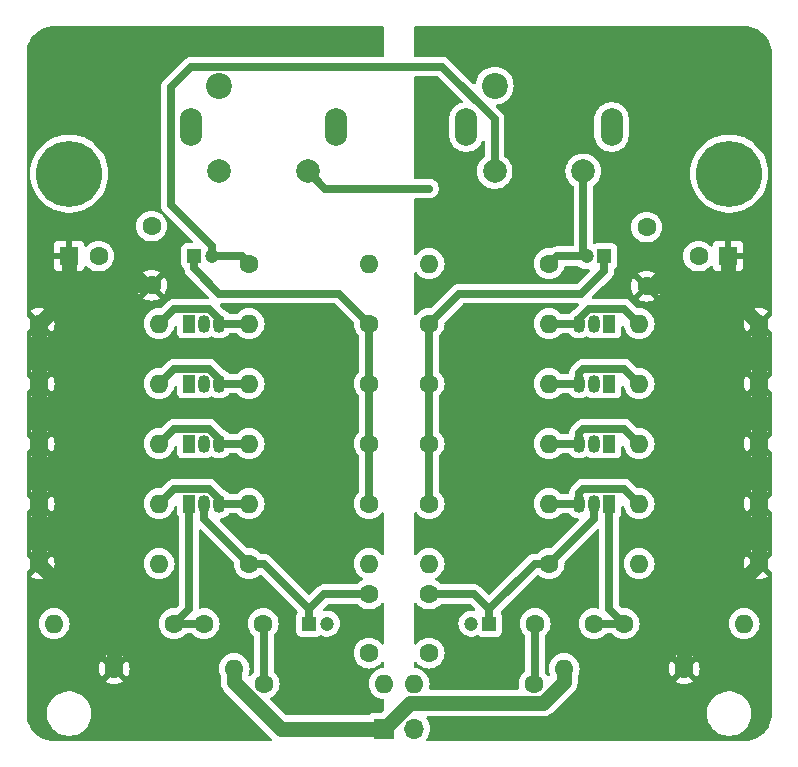
<source format=gbl>
G04 #@! TF.GenerationSoftware,KiCad,Pcbnew,8.0.9*
G04 #@! TF.CreationDate,2025-03-02T14:16:38+01:00*
G04 #@! TF.ProjectId,cjss190,636a7373-3139-4302-9e6b-696361645f70,rev?*
G04 #@! TF.SameCoordinates,Original*
G04 #@! TF.FileFunction,Copper,L2,Bot*
G04 #@! TF.FilePolarity,Positive*
%FSLAX46Y46*%
G04 Gerber Fmt 4.6, Leading zero omitted, Abs format (unit mm)*
G04 Created by KiCad (PCBNEW 8.0.9) date 2025-03-02 14:16:38*
%MOMM*%
%LPD*%
G01*
G04 APERTURE LIST*
G04 #@! TA.AperFunction,ComponentPad*
%ADD10C,1.600000*%
G04 #@! TD*
G04 #@! TA.AperFunction,ComponentPad*
%ADD11O,1.600000X1.600000*%
G04 #@! TD*
G04 #@! TA.AperFunction,ComponentPad*
%ADD12R,1.600000X1.600000*%
G04 #@! TD*
G04 #@! TA.AperFunction,ComponentPad*
%ADD13R,1.050000X1.500000*%
G04 #@! TD*
G04 #@! TA.AperFunction,ComponentPad*
%ADD14O,1.050000X1.500000*%
G04 #@! TD*
G04 #@! TA.AperFunction,ComponentPad*
%ADD15C,5.600000*%
G04 #@! TD*
G04 #@! TA.AperFunction,ComponentPad*
%ADD16R,1.200000X1.200000*%
G04 #@! TD*
G04 #@! TA.AperFunction,ComponentPad*
%ADD17C,1.200000*%
G04 #@! TD*
G04 #@! TA.AperFunction,WasherPad*
%ADD18O,1.900000X3.200000*%
G04 #@! TD*
G04 #@! TA.AperFunction,ComponentPad*
%ADD19C,2.000000*%
G04 #@! TD*
G04 #@! TA.AperFunction,ComponentPad*
%ADD20C,2.200000*%
G04 #@! TD*
G04 #@! TA.AperFunction,ComponentPad*
%ADD21R,1.700000X1.700000*%
G04 #@! TD*
G04 #@! TA.AperFunction,ComponentPad*
%ADD22O,1.700000X1.700000*%
G04 #@! TD*
G04 #@! TA.AperFunction,ViaPad*
%ADD23C,0.600000*%
G04 #@! TD*
G04 #@! TA.AperFunction,Conductor*
%ADD24C,0.635000*%
G04 #@! TD*
G04 #@! TA.AperFunction,Conductor*
%ADD25C,1.270000*%
G04 #@! TD*
G04 APERTURE END LIST*
D10*
X78740000Y-69850000D03*
D11*
X88900000Y-69850000D03*
D10*
X87630000Y-100330000D03*
D11*
X77470000Y-100330000D03*
D10*
X73660000Y-80010000D03*
D11*
X63500000Y-80010000D03*
D12*
X104052380Y-64135000D03*
D10*
X101552380Y-64135000D03*
X45720000Y-85090000D03*
D11*
X55880000Y-85090000D03*
D10*
X45720000Y-74930000D03*
D11*
X55880000Y-74930000D03*
D10*
X88900000Y-90170000D03*
D11*
X78740000Y-90170000D03*
D10*
X63500000Y-90170000D03*
D11*
X73660000Y-90170000D03*
D13*
X93980000Y-85090000D03*
D14*
X92710000Y-85090000D03*
X91440000Y-85090000D03*
D10*
X88900000Y-64770000D03*
D11*
X78740000Y-64770000D03*
D13*
X58420000Y-74930000D03*
D14*
X59690000Y-74930000D03*
X60960000Y-74930000D03*
D10*
X106680000Y-80010000D03*
D11*
X96520000Y-80010000D03*
D10*
X45720000Y-90170000D03*
D11*
X55880000Y-90170000D03*
D10*
X78740000Y-92750000D03*
X78740000Y-97750000D03*
X73660000Y-92750000D03*
X73660000Y-97750000D03*
D15*
X104140000Y-57150000D03*
D10*
X45720000Y-69850000D03*
D11*
X55880000Y-69850000D03*
D10*
X64690000Y-95250000D03*
X59690000Y-95250000D03*
D16*
X68580000Y-95250000D03*
D17*
X70080000Y-95250000D03*
D13*
X93980000Y-69850000D03*
D14*
X92710000Y-69850000D03*
X91440000Y-69850000D03*
D10*
X64770000Y-100330000D03*
D11*
X74930000Y-100330000D03*
D10*
X55245000Y-61595000D03*
X55245000Y-66595000D03*
D16*
X93575000Y-64135000D03*
D17*
X92075000Y-64135000D03*
D16*
X83820000Y-95250000D03*
D17*
X82320000Y-95250000D03*
D10*
X52070000Y-99060000D03*
D11*
X62230000Y-99060000D03*
D10*
X106680000Y-74930000D03*
D11*
X96520000Y-74930000D03*
D10*
X45720000Y-80010000D03*
D11*
X55880000Y-80010000D03*
D18*
X70860000Y-53200000D03*
X58560000Y-53200000D03*
D19*
X60960000Y-56950000D03*
X68460000Y-56950000D03*
D20*
X60960000Y-49700000D03*
D10*
X95250000Y-95250000D03*
D11*
X105410000Y-95250000D03*
D13*
X93980000Y-80010000D03*
D14*
X92710000Y-80010000D03*
X91440000Y-80010000D03*
D10*
X57150000Y-95250000D03*
D11*
X46990000Y-95250000D03*
D10*
X100330000Y-99060000D03*
D11*
X90170000Y-99060000D03*
D13*
X58420000Y-85090000D03*
D14*
X59690000Y-85090000D03*
X60960000Y-85090000D03*
D13*
X93980000Y-74930000D03*
D14*
X92710000Y-74930000D03*
X91440000Y-74930000D03*
D10*
X73660000Y-85090000D03*
D11*
X63500000Y-85090000D03*
D10*
X78740000Y-74930000D03*
D11*
X88900000Y-74930000D03*
D13*
X58420000Y-69850000D03*
D14*
X59690000Y-69850000D03*
X60960000Y-69850000D03*
D21*
X74930000Y-104140000D03*
D22*
X77470000Y-104140000D03*
D10*
X97155000Y-61675000D03*
X97155000Y-66675000D03*
X106680000Y-90170000D03*
D11*
X96520000Y-90170000D03*
D13*
X58420000Y-80010000D03*
D14*
X59690000Y-80010000D03*
X60960000Y-80010000D03*
D12*
X48260000Y-64135000D03*
D10*
X50760000Y-64135000D03*
X106680000Y-85090000D03*
D11*
X96520000Y-85090000D03*
D10*
X78740000Y-80010000D03*
D11*
X88900000Y-80010000D03*
D10*
X73660000Y-69850000D03*
D11*
X63500000Y-69850000D03*
D10*
X106680000Y-69850000D03*
D11*
X96520000Y-69850000D03*
D10*
X73660000Y-74930000D03*
D11*
X63500000Y-74930000D03*
D10*
X63500000Y-64770000D03*
D11*
X73660000Y-64770000D03*
D16*
X58825000Y-64135000D03*
D17*
X60325000Y-64135000D03*
D18*
X94189750Y-53200000D03*
X81889750Y-53200000D03*
D19*
X84289750Y-56950000D03*
X91789750Y-56950000D03*
D20*
X84289750Y-49700000D03*
D10*
X78740000Y-85090000D03*
D11*
X88900000Y-85090000D03*
D15*
X48260000Y-57150000D03*
D10*
X87710000Y-95250000D03*
X92710000Y-95250000D03*
D23*
X78740000Y-58420000D03*
D24*
X73660000Y-69850000D02*
X73660000Y-85090000D01*
X58825000Y-65175000D02*
X60960000Y-67310000D01*
X60960000Y-67310000D02*
X71120000Y-67310000D01*
X71120000Y-67310000D02*
X73660000Y-69850000D01*
X58825000Y-64135000D02*
X58825000Y-65175000D01*
X79851162Y-48082500D02*
X58597500Y-48082500D01*
X60325000Y-64135000D02*
X60325000Y-63286472D01*
X62865000Y-64135000D02*
X63500000Y-64770000D01*
X60325000Y-63286472D02*
X56842500Y-59803972D01*
X56842500Y-59803972D02*
X56842500Y-58420000D01*
X84289750Y-56950000D02*
X84289750Y-52521088D01*
X84289750Y-52521088D02*
X79851162Y-48082500D01*
X56842500Y-49837500D02*
X56842500Y-58420000D01*
X60325000Y-64135000D02*
X62865000Y-64135000D01*
X58597500Y-48082500D02*
X56842500Y-49837500D01*
X64770000Y-95330000D02*
X64690000Y-95250000D01*
X64770000Y-100330000D02*
X64770000Y-95330000D01*
X58420000Y-93980000D02*
X57150000Y-95250000D01*
X59690000Y-95250000D02*
X57150000Y-95250000D01*
X58420000Y-93980000D02*
X58420000Y-85090000D01*
X59690000Y-86360000D02*
X63500000Y-90170000D01*
X64735000Y-90170000D02*
X68580000Y-94015000D01*
X68580000Y-95250000D02*
X68580000Y-94015000D01*
X69845000Y-92750000D02*
X73660000Y-92750000D01*
X63500000Y-90170000D02*
X64735000Y-90170000D01*
X68580000Y-94015000D02*
X69845000Y-92750000D01*
X59690000Y-85090000D02*
X59690000Y-86360000D01*
D25*
X48815000Y-66595000D02*
X48260000Y-66040000D01*
X48260000Y-64135000D02*
X48260000Y-66040000D01*
X48260000Y-67310000D02*
X45720000Y-69850000D01*
X52070000Y-96520000D02*
X52070000Y-99060000D01*
X45720000Y-90170000D02*
X52070000Y-96520000D01*
X54610000Y-66595000D02*
X48815000Y-66595000D01*
X45720000Y-69850000D02*
X45720000Y-90170000D01*
X48260000Y-66040000D02*
X48260000Y-67310000D01*
D24*
X89535000Y-64135000D02*
X88900000Y-64770000D01*
X91789750Y-56950000D02*
X91789750Y-63849750D01*
X91789750Y-63849750D02*
X92075000Y-64135000D01*
X92075000Y-64135000D02*
X89535000Y-64135000D01*
X81280000Y-67310000D02*
X91635000Y-67310000D01*
X78740000Y-85090000D02*
X78740000Y-69850000D01*
X81280000Y-67310000D02*
X78740000Y-69850000D01*
X91635000Y-67310000D02*
X93575000Y-65370000D01*
X93575000Y-65370000D02*
X93575000Y-64135000D01*
X69930000Y-58420000D02*
X68460000Y-56950000D01*
X87710000Y-100250000D02*
X87630000Y-100330000D01*
X78740000Y-58420000D02*
X69930000Y-58420000D01*
X87710000Y-95250000D02*
X87710000Y-100250000D01*
X93980000Y-93980000D02*
X93980000Y-85090000D01*
X95250000Y-95250000D02*
X92710000Y-95250000D01*
X93980000Y-93980000D02*
X95250000Y-95250000D01*
X87665000Y-90170000D02*
X83820000Y-94015000D01*
X88900000Y-90170000D02*
X87665000Y-90170000D01*
X83820000Y-94015000D02*
X82555000Y-92750000D01*
X82555000Y-92750000D02*
X78740000Y-92750000D01*
X92710000Y-86360000D02*
X92710000Y-85090000D01*
X88900000Y-90170000D02*
X92710000Y-86360000D01*
X83820000Y-95250000D02*
X83820000Y-94015000D01*
D25*
X103417380Y-66675000D02*
X104052380Y-66040000D01*
X104052380Y-66040000D02*
X104052380Y-67222380D01*
X100330000Y-99060000D02*
X100330000Y-96520000D01*
X100330000Y-96520000D02*
X106680000Y-90170000D01*
X97155000Y-66675000D02*
X103417380Y-66675000D01*
X104052380Y-64135000D02*
X104052380Y-66040000D01*
X106680000Y-90170000D02*
X106680000Y-69850000D01*
X104052380Y-67222380D02*
X106680000Y-69850000D01*
D24*
X57147500Y-68582500D02*
X60121818Y-68582500D01*
X55880000Y-69850000D02*
X57147500Y-68582500D01*
X60121818Y-68582500D02*
X60960000Y-69420682D01*
X60960000Y-69850000D02*
X63500000Y-69850000D01*
X60960000Y-69420682D02*
X60960000Y-69850000D01*
X55880000Y-74930000D02*
X57147500Y-73662500D01*
X57147500Y-73662500D02*
X60121818Y-73662500D01*
X60960000Y-74930000D02*
X63500000Y-74930000D01*
X60960000Y-74500682D02*
X60960000Y-74930000D01*
X60121818Y-73662500D02*
X60960000Y-74500682D01*
X60121818Y-78742500D02*
X60960000Y-79580682D01*
X57147500Y-78742500D02*
X60121818Y-78742500D01*
X60960000Y-79580682D02*
X60960000Y-80010000D01*
X55880000Y-80010000D02*
X57147500Y-78742500D01*
X60960000Y-80010000D02*
X63500000Y-80010000D01*
X60960000Y-85090000D02*
X63500000Y-85090000D01*
X60121818Y-83822500D02*
X60960000Y-84660682D01*
X55880000Y-85090000D02*
X57147500Y-83822500D01*
X60960000Y-84660682D02*
X60960000Y-85090000D01*
X57147500Y-83822500D02*
X60121818Y-83822500D01*
X92280682Y-68580000D02*
X95250000Y-68580000D01*
X95250000Y-68580000D02*
X96520000Y-69850000D01*
X91440000Y-69850000D02*
X91440000Y-69420682D01*
X91440000Y-69420682D02*
X92280682Y-68580000D01*
X88900000Y-69850000D02*
X91440000Y-69850000D01*
X95250000Y-73660000D02*
X96520000Y-74930000D01*
X91440000Y-74930000D02*
X91440000Y-73995000D01*
X91440000Y-73995000D02*
X91775000Y-73660000D01*
X91775000Y-73660000D02*
X95250000Y-73660000D01*
X88900000Y-74930000D02*
X91440000Y-74930000D01*
X91440000Y-79075000D02*
X91775000Y-78740000D01*
X95250000Y-78740000D02*
X96520000Y-80010000D01*
X91440000Y-80010000D02*
X88900000Y-80010000D01*
X91440000Y-80010000D02*
X91440000Y-79075000D01*
X91775000Y-78740000D02*
X95250000Y-78740000D01*
X91440000Y-84155000D02*
X91440000Y-85090000D01*
X96520000Y-85090000D02*
X95252500Y-83822500D01*
X91772500Y-83822500D02*
X91440000Y-84155000D01*
X91440000Y-85090000D02*
X88900000Y-85090000D01*
X95252500Y-83822500D02*
X91772500Y-83822500D01*
D25*
X66178630Y-104140000D02*
X62230000Y-100191370D01*
X74930000Y-104140000D02*
X77105000Y-101965000D01*
X74930000Y-104140000D02*
X66178630Y-104140000D01*
X62230000Y-100191370D02*
X62230000Y-99060000D01*
X88396370Y-101965000D02*
X90170000Y-100191370D01*
X77105000Y-101965000D02*
X88396370Y-101965000D01*
X90170000Y-100191370D02*
X90170000Y-99060000D01*
G04 #@! TA.AperFunction,Conductor*
G36*
X74873039Y-44670185D02*
G01*
X74918794Y-44722989D01*
X74930000Y-44774500D01*
X74930000Y-47140500D01*
X74910315Y-47207539D01*
X74857511Y-47253294D01*
X74806000Y-47264500D01*
X58516929Y-47264500D01*
X58358905Y-47295933D01*
X58358893Y-47295936D01*
X58210036Y-47357594D01*
X58210034Y-47357595D01*
X58129719Y-47411261D01*
X58129718Y-47411262D01*
X58076054Y-47447118D01*
X58019086Y-47504086D01*
X57962118Y-47561055D01*
X57962116Y-47561057D01*
X56207120Y-49316051D01*
X56207117Y-49316055D01*
X56117600Y-49450025D01*
X56117593Y-49450038D01*
X56055936Y-49598893D01*
X56055933Y-49598905D01*
X56024500Y-49756929D01*
X56024500Y-59884542D01*
X56055933Y-60042566D01*
X56055936Y-60042578D01*
X56067425Y-60070314D01*
X56067426Y-60070316D01*
X56117597Y-60191440D01*
X56117598Y-60191443D01*
X56207117Y-60325416D01*
X56207120Y-60325420D01*
X58704521Y-62822819D01*
X58738006Y-62884142D01*
X58733022Y-62953834D01*
X58691150Y-63009767D01*
X58625686Y-63034184D01*
X58616840Y-63034500D01*
X58177129Y-63034500D01*
X58177123Y-63034501D01*
X58117516Y-63040908D01*
X57982671Y-63091202D01*
X57982664Y-63091206D01*
X57867455Y-63177452D01*
X57867452Y-63177455D01*
X57781206Y-63292664D01*
X57781202Y-63292671D01*
X57730908Y-63427517D01*
X57724501Y-63487116D01*
X57724500Y-63487135D01*
X57724500Y-64782870D01*
X57724501Y-64782876D01*
X57730908Y-64842483D01*
X57781202Y-64977328D01*
X57781206Y-64977335D01*
X57829899Y-65042379D01*
X57867454Y-65092546D01*
X57957312Y-65159814D01*
X57999182Y-65215746D01*
X58005292Y-65249614D01*
X58006403Y-65249505D01*
X58007000Y-65255570D01*
X58038433Y-65413594D01*
X58038435Y-65413602D01*
X58061574Y-65469464D01*
X58061574Y-65469465D01*
X58100097Y-65562468D01*
X58100098Y-65562471D01*
X58189617Y-65696444D01*
X58189620Y-65696448D01*
X60045992Y-67552819D01*
X60079477Y-67614142D01*
X60074493Y-67683834D01*
X60032621Y-67739767D01*
X59967157Y-67764184D01*
X59958311Y-67764500D01*
X57066929Y-67764500D01*
X56908905Y-67795933D01*
X56908893Y-67795936D01*
X56760036Y-67857594D01*
X56760034Y-67857595D01*
X56679719Y-67911261D01*
X56679718Y-67911262D01*
X56626054Y-67947118D01*
X56569086Y-68004086D01*
X56512118Y-68061055D01*
X56512116Y-68061057D01*
X56057569Y-68515603D01*
X55996246Y-68549088D01*
X55959081Y-68551450D01*
X55880002Y-68544532D01*
X55879998Y-68544532D01*
X55653313Y-68564364D01*
X55653302Y-68564366D01*
X55433511Y-68623258D01*
X55433502Y-68623261D01*
X55227267Y-68719431D01*
X55227265Y-68719432D01*
X55040858Y-68849954D01*
X54879954Y-69010858D01*
X54749432Y-69197265D01*
X54749431Y-69197267D01*
X54653261Y-69403502D01*
X54653258Y-69403511D01*
X54594366Y-69623302D01*
X54594364Y-69623313D01*
X54574532Y-69849998D01*
X54574532Y-69850001D01*
X54594364Y-70076686D01*
X54594366Y-70076697D01*
X54653258Y-70296488D01*
X54653261Y-70296497D01*
X54749431Y-70502732D01*
X54749432Y-70502734D01*
X54879954Y-70689141D01*
X55040858Y-70850045D01*
X55040861Y-70850047D01*
X55227266Y-70980568D01*
X55433504Y-71076739D01*
X55653308Y-71135635D01*
X55815230Y-71149801D01*
X55879998Y-71155468D01*
X55880000Y-71155468D01*
X55880002Y-71155468D01*
X55936673Y-71150509D01*
X56106692Y-71135635D01*
X56326496Y-71076739D01*
X56532734Y-70980568D01*
X56719139Y-70850047D01*
X56880047Y-70689139D01*
X57010568Y-70502734D01*
X57106739Y-70296496D01*
X57150726Y-70132333D01*
X57187090Y-70072675D01*
X57249936Y-70042145D01*
X57319312Y-70050439D01*
X57373190Y-70094924D01*
X57394465Y-70161476D01*
X57394500Y-70164428D01*
X57394500Y-70647870D01*
X57394501Y-70647876D01*
X57400908Y-70707483D01*
X57451202Y-70842328D01*
X57451206Y-70842335D01*
X57537452Y-70957544D01*
X57537455Y-70957547D01*
X57652664Y-71043793D01*
X57652671Y-71043797D01*
X57787517Y-71094091D01*
X57787516Y-71094091D01*
X57794444Y-71094835D01*
X57847127Y-71100500D01*
X58992872Y-71100499D01*
X59052483Y-71094091D01*
X59187331Y-71043796D01*
X59188430Y-71042972D01*
X59189717Y-71042492D01*
X59195112Y-71039547D01*
X59195535Y-71040322D01*
X59253887Y-71018552D01*
X59310198Y-71027673D01*
X59390873Y-71061091D01*
X59556777Y-71094091D01*
X59588992Y-71100499D01*
X59588996Y-71100500D01*
X59588997Y-71100500D01*
X59791004Y-71100500D01*
X59791005Y-71100499D01*
X59989127Y-71061091D01*
X60175756Y-70983786D01*
X60256110Y-70930094D01*
X60322786Y-70909217D01*
X60390166Y-70927701D01*
X60393865Y-70930078D01*
X60474244Y-70983786D01*
X60660873Y-71061091D01*
X60826777Y-71094091D01*
X60858992Y-71100499D01*
X60858996Y-71100500D01*
X60858997Y-71100500D01*
X61061004Y-71100500D01*
X61061005Y-71100499D01*
X61259127Y-71061091D01*
X61445756Y-70983786D01*
X61613718Y-70871558D01*
X61756558Y-70728718D01*
X61760308Y-70723106D01*
X61813922Y-70678302D01*
X61863408Y-70668000D01*
X62427452Y-70668000D01*
X62494491Y-70687685D01*
X62515128Y-70704314D01*
X62660861Y-70850047D01*
X62847266Y-70980568D01*
X63053504Y-71076739D01*
X63273308Y-71135635D01*
X63435230Y-71149801D01*
X63499998Y-71155468D01*
X63500000Y-71155468D01*
X63500002Y-71155468D01*
X63556673Y-71150509D01*
X63726692Y-71135635D01*
X63946496Y-71076739D01*
X64152734Y-70980568D01*
X64339139Y-70850047D01*
X64500047Y-70689139D01*
X64630568Y-70502734D01*
X64726739Y-70296496D01*
X64785635Y-70076692D01*
X64805468Y-69850000D01*
X64785635Y-69623308D01*
X64726739Y-69403504D01*
X64630568Y-69197266D01*
X64500047Y-69010861D01*
X64500045Y-69010858D01*
X64339141Y-68849954D01*
X64152734Y-68719432D01*
X64152732Y-68719431D01*
X63946497Y-68623261D01*
X63946488Y-68623258D01*
X63726697Y-68564366D01*
X63726693Y-68564365D01*
X63726692Y-68564365D01*
X63726691Y-68564364D01*
X63726686Y-68564364D01*
X63500002Y-68544532D01*
X63499998Y-68544532D01*
X63273313Y-68564364D01*
X63273302Y-68564366D01*
X63053511Y-68623258D01*
X63053502Y-68623261D01*
X62847267Y-68719431D01*
X62847265Y-68719432D01*
X62660862Y-68849951D01*
X62587998Y-68922816D01*
X62515131Y-68995682D01*
X62453811Y-69029166D01*
X62427452Y-69032000D01*
X61863408Y-69032000D01*
X61796369Y-69012315D01*
X61760308Y-68976894D01*
X61756557Y-68971281D01*
X61756553Y-68971276D01*
X61613718Y-68828441D01*
X61445762Y-68716217D01*
X61445757Y-68716215D01*
X61445756Y-68716214D01*
X61411528Y-68702036D01*
X61371301Y-68675156D01*
X61035826Y-68339681D01*
X61002341Y-68278358D01*
X61007325Y-68208666D01*
X61049197Y-68152733D01*
X61114661Y-68128316D01*
X61123507Y-68128000D01*
X70729811Y-68128000D01*
X70796850Y-68147685D01*
X70817492Y-68164319D01*
X72325603Y-69672430D01*
X72359088Y-69733753D01*
X72361450Y-69770917D01*
X72354532Y-69849996D01*
X72354532Y-69850001D01*
X72374364Y-70076686D01*
X72374366Y-70076697D01*
X72433258Y-70296488D01*
X72433261Y-70296497D01*
X72529431Y-70502732D01*
X72529432Y-70502734D01*
X72659954Y-70689141D01*
X72805681Y-70834868D01*
X72839166Y-70896191D01*
X72842000Y-70922549D01*
X72842000Y-73857451D01*
X72822315Y-73924490D01*
X72805681Y-73945132D01*
X72659954Y-74090858D01*
X72529432Y-74277265D01*
X72529431Y-74277267D01*
X72433261Y-74483502D01*
X72433258Y-74483511D01*
X72374366Y-74703302D01*
X72374364Y-74703313D01*
X72354532Y-74929998D01*
X72354532Y-74930001D01*
X72374364Y-75156686D01*
X72374366Y-75156697D01*
X72433258Y-75376488D01*
X72433261Y-75376497D01*
X72529431Y-75582732D01*
X72529432Y-75582734D01*
X72659954Y-75769141D01*
X72805681Y-75914868D01*
X72839166Y-75976191D01*
X72842000Y-76002549D01*
X72842000Y-78937451D01*
X72822315Y-79004490D01*
X72805681Y-79025132D01*
X72659954Y-79170858D01*
X72529432Y-79357265D01*
X72529431Y-79357267D01*
X72433261Y-79563502D01*
X72433258Y-79563511D01*
X72374366Y-79783302D01*
X72374364Y-79783313D01*
X72354532Y-80009998D01*
X72354532Y-80010001D01*
X72374364Y-80236686D01*
X72374366Y-80236697D01*
X72433258Y-80456488D01*
X72433261Y-80456497D01*
X72529431Y-80662732D01*
X72529432Y-80662734D01*
X72659954Y-80849141D01*
X72805681Y-80994868D01*
X72839166Y-81056191D01*
X72842000Y-81082549D01*
X72842000Y-84017451D01*
X72822315Y-84084490D01*
X72805681Y-84105132D01*
X72659954Y-84250858D01*
X72529432Y-84437265D01*
X72529431Y-84437267D01*
X72433261Y-84643502D01*
X72433258Y-84643511D01*
X72374366Y-84863302D01*
X72374364Y-84863313D01*
X72354532Y-85089998D01*
X72354532Y-85090001D01*
X72374364Y-85316686D01*
X72374366Y-85316697D01*
X72433258Y-85536488D01*
X72433261Y-85536497D01*
X72529431Y-85742732D01*
X72529432Y-85742734D01*
X72659954Y-85929141D01*
X72820858Y-86090045D01*
X72820861Y-86090047D01*
X73007266Y-86220568D01*
X73213504Y-86316739D01*
X73433308Y-86375635D01*
X73595230Y-86389801D01*
X73659998Y-86395468D01*
X73660000Y-86395468D01*
X73660002Y-86395468D01*
X73716673Y-86390509D01*
X73886692Y-86375635D01*
X74106496Y-86316739D01*
X74312734Y-86220568D01*
X74499139Y-86090047D01*
X74660047Y-85929139D01*
X74704425Y-85865759D01*
X74759001Y-85822135D01*
X74828499Y-85814941D01*
X74890854Y-85846463D01*
X74926269Y-85906693D01*
X74930000Y-85936883D01*
X74930000Y-89323116D01*
X74910315Y-89390155D01*
X74857511Y-89435910D01*
X74788353Y-89445854D01*
X74724797Y-89416829D01*
X74704425Y-89394239D01*
X74660046Y-89330859D01*
X74499141Y-89169954D01*
X74312734Y-89039432D01*
X74312732Y-89039431D01*
X74106497Y-88943261D01*
X74106488Y-88943258D01*
X73886697Y-88884366D01*
X73886693Y-88884365D01*
X73886692Y-88884365D01*
X73886691Y-88884364D01*
X73886686Y-88884364D01*
X73660002Y-88864532D01*
X73659998Y-88864532D01*
X73433313Y-88884364D01*
X73433302Y-88884366D01*
X73213511Y-88943258D01*
X73213502Y-88943261D01*
X73007267Y-89039431D01*
X73007265Y-89039432D01*
X72820858Y-89169954D01*
X72659954Y-89330858D01*
X72529432Y-89517265D01*
X72529431Y-89517267D01*
X72433261Y-89723502D01*
X72433258Y-89723511D01*
X72374366Y-89943302D01*
X72374364Y-89943313D01*
X72354532Y-90169998D01*
X72354532Y-90170001D01*
X72374364Y-90396686D01*
X72374366Y-90396697D01*
X72433258Y-90616488D01*
X72433261Y-90616497D01*
X72529431Y-90822732D01*
X72529432Y-90822734D01*
X72659954Y-91009141D01*
X72820858Y-91170045D01*
X72820861Y-91170047D01*
X73007266Y-91300568D01*
X73080492Y-91334714D01*
X73108164Y-91347618D01*
X73160603Y-91393791D01*
X73179755Y-91460984D01*
X73159539Y-91527866D01*
X73108164Y-91572382D01*
X73007267Y-91619431D01*
X73007265Y-91619432D01*
X72820862Y-91749951D01*
X72747998Y-91822816D01*
X72675131Y-91895682D01*
X72613811Y-91929166D01*
X72587452Y-91932000D01*
X69764429Y-91932000D01*
X69606405Y-91963433D01*
X69606397Y-91963435D01*
X69457533Y-92025096D01*
X69323552Y-92114619D01*
X68667680Y-92770491D01*
X68606357Y-92803976D01*
X68536665Y-92798992D01*
X68492318Y-92770491D01*
X65256448Y-89534620D01*
X65256444Y-89534617D01*
X65122474Y-89445100D01*
X65122461Y-89445093D01*
X64973606Y-89383436D01*
X64973594Y-89383433D01*
X64815570Y-89352000D01*
X64815566Y-89352000D01*
X64572548Y-89352000D01*
X64505509Y-89332315D01*
X64484871Y-89315685D01*
X64339139Y-89169953D01*
X64339138Y-89169952D01*
X64339137Y-89169951D01*
X64152734Y-89039432D01*
X64152732Y-89039431D01*
X63946497Y-88943261D01*
X63946488Y-88943258D01*
X63726697Y-88884366D01*
X63726693Y-88884365D01*
X63726692Y-88884365D01*
X63726691Y-88884364D01*
X63726686Y-88884364D01*
X63500002Y-88864532D01*
X63499997Y-88864532D01*
X63420916Y-88871450D01*
X63352416Y-88857683D01*
X63322429Y-88835603D01*
X61030136Y-86543309D01*
X60996651Y-86481986D01*
X61001635Y-86412294D01*
X61043507Y-86356361D01*
X61093626Y-86334011D01*
X61110351Y-86330683D01*
X61259127Y-86301091D01*
X61445756Y-86223786D01*
X61613718Y-86111558D01*
X61756558Y-85968718D01*
X61760308Y-85963106D01*
X61813922Y-85918302D01*
X61863408Y-85908000D01*
X62427452Y-85908000D01*
X62494491Y-85927685D01*
X62515128Y-85944314D01*
X62660861Y-86090047D01*
X62847266Y-86220568D01*
X63053504Y-86316739D01*
X63273308Y-86375635D01*
X63435230Y-86389801D01*
X63499998Y-86395468D01*
X63500000Y-86395468D01*
X63500002Y-86395468D01*
X63556673Y-86390509D01*
X63726692Y-86375635D01*
X63946496Y-86316739D01*
X64152734Y-86220568D01*
X64339139Y-86090047D01*
X64500047Y-85929139D01*
X64630568Y-85742734D01*
X64726739Y-85536496D01*
X64785635Y-85316692D01*
X64805468Y-85090000D01*
X64785635Y-84863308D01*
X64726739Y-84643504D01*
X64630568Y-84437266D01*
X64500047Y-84250861D01*
X64500045Y-84250858D01*
X64339141Y-84089954D01*
X64152734Y-83959432D01*
X64152732Y-83959431D01*
X63946497Y-83863261D01*
X63946488Y-83863258D01*
X63726697Y-83804366D01*
X63726693Y-83804365D01*
X63726692Y-83804365D01*
X63726691Y-83804364D01*
X63726686Y-83804364D01*
X63500002Y-83784532D01*
X63499998Y-83784532D01*
X63273313Y-83804364D01*
X63273302Y-83804366D01*
X63053511Y-83863258D01*
X63053502Y-83863261D01*
X62847267Y-83959431D01*
X62847265Y-83959432D01*
X62660862Y-84089951D01*
X62587998Y-84162816D01*
X62515131Y-84235682D01*
X62453811Y-84269166D01*
X62427452Y-84272000D01*
X61863408Y-84272000D01*
X61796369Y-84252315D01*
X61760308Y-84216894D01*
X61756557Y-84211281D01*
X61756553Y-84211276D01*
X61613718Y-84068441D01*
X61445762Y-83956217D01*
X61445757Y-83956215D01*
X61445756Y-83956214D01*
X61411528Y-83942036D01*
X61371301Y-83915156D01*
X60643266Y-83187120D01*
X60643262Y-83187117D01*
X60509292Y-83097600D01*
X60509279Y-83097593D01*
X60360424Y-83035936D01*
X60360412Y-83035933D01*
X60202388Y-83004500D01*
X60202384Y-83004500D01*
X57066934Y-83004500D01*
X57066929Y-83004500D01*
X56908905Y-83035933D01*
X56908893Y-83035936D01*
X56760036Y-83097594D01*
X56760034Y-83097595D01*
X56679719Y-83151261D01*
X56679718Y-83151262D01*
X56626054Y-83187118D01*
X56569086Y-83244086D01*
X56512118Y-83301055D01*
X56512116Y-83301057D01*
X56057569Y-83755603D01*
X55996246Y-83789088D01*
X55959081Y-83791450D01*
X55880002Y-83784532D01*
X55879998Y-83784532D01*
X55653313Y-83804364D01*
X55653302Y-83804366D01*
X55433511Y-83863258D01*
X55433502Y-83863261D01*
X55227267Y-83959431D01*
X55227265Y-83959432D01*
X55040858Y-84089954D01*
X54879954Y-84250858D01*
X54749432Y-84437265D01*
X54749431Y-84437267D01*
X54653261Y-84643502D01*
X54653258Y-84643511D01*
X54594366Y-84863302D01*
X54594364Y-84863313D01*
X54574532Y-85089998D01*
X54574532Y-85090001D01*
X54594364Y-85316686D01*
X54594366Y-85316697D01*
X54653258Y-85536488D01*
X54653261Y-85536497D01*
X54749431Y-85742732D01*
X54749432Y-85742734D01*
X54879954Y-85929141D01*
X55040858Y-86090045D01*
X55040861Y-86090047D01*
X55227266Y-86220568D01*
X55433504Y-86316739D01*
X55653308Y-86375635D01*
X55815230Y-86389801D01*
X55879998Y-86395468D01*
X55880000Y-86395468D01*
X55880002Y-86395468D01*
X55936673Y-86390509D01*
X56106692Y-86375635D01*
X56326496Y-86316739D01*
X56532734Y-86220568D01*
X56719139Y-86090047D01*
X56880047Y-85929139D01*
X57010568Y-85742734D01*
X57106739Y-85536496D01*
X57150726Y-85372333D01*
X57187090Y-85312675D01*
X57249936Y-85282145D01*
X57319312Y-85290439D01*
X57373190Y-85334924D01*
X57394465Y-85401476D01*
X57394500Y-85404428D01*
X57394500Y-85887870D01*
X57394501Y-85887876D01*
X57400908Y-85947483D01*
X57451202Y-86082328D01*
X57451206Y-86082335D01*
X57537452Y-86197544D01*
X57537453Y-86197545D01*
X57552310Y-86208667D01*
X57594182Y-86264600D01*
X57602000Y-86307934D01*
X57602000Y-93589810D01*
X57582315Y-93656849D01*
X57565681Y-93677491D01*
X57327568Y-93915603D01*
X57266245Y-93949088D01*
X57229080Y-93951450D01*
X57150002Y-93944532D01*
X57149998Y-93944532D01*
X56923313Y-93964364D01*
X56923302Y-93964366D01*
X56703511Y-94023258D01*
X56703502Y-94023261D01*
X56497267Y-94119431D01*
X56497265Y-94119432D01*
X56310858Y-94249954D01*
X56149954Y-94410858D01*
X56019432Y-94597265D01*
X56019431Y-94597267D01*
X55923261Y-94803502D01*
X55923258Y-94803511D01*
X55864366Y-95023302D01*
X55864364Y-95023313D01*
X55844532Y-95249998D01*
X55844532Y-95250001D01*
X55864364Y-95476686D01*
X55864366Y-95476697D01*
X55923258Y-95696488D01*
X55923261Y-95696497D01*
X56019431Y-95902732D01*
X56019432Y-95902734D01*
X56149954Y-96089141D01*
X56310858Y-96250045D01*
X56310861Y-96250047D01*
X56497266Y-96380568D01*
X56703504Y-96476739D01*
X56923308Y-96535635D01*
X57085230Y-96549801D01*
X57149998Y-96555468D01*
X57150000Y-96555468D01*
X57150002Y-96555468D01*
X57206673Y-96550509D01*
X57376692Y-96535635D01*
X57596496Y-96476739D01*
X57802734Y-96380568D01*
X57989139Y-96250047D01*
X58134868Y-96104317D01*
X58196189Y-96070834D01*
X58222548Y-96068000D01*
X58617452Y-96068000D01*
X58684491Y-96087685D01*
X58705128Y-96104314D01*
X58792000Y-96191186D01*
X58850862Y-96250048D01*
X58913343Y-96293797D01*
X59037266Y-96380568D01*
X59243504Y-96476739D01*
X59463308Y-96535635D01*
X59625230Y-96549801D01*
X59689998Y-96555468D01*
X59690000Y-96555468D01*
X59690002Y-96555468D01*
X59746673Y-96550509D01*
X59916692Y-96535635D01*
X60136496Y-96476739D01*
X60342734Y-96380568D01*
X60529139Y-96250047D01*
X60690047Y-96089139D01*
X60820568Y-95902734D01*
X60916739Y-95696496D01*
X60975635Y-95476692D01*
X60995468Y-95250000D01*
X60975635Y-95023308D01*
X60916739Y-94803504D01*
X60820568Y-94597266D01*
X60690047Y-94410861D01*
X60690045Y-94410858D01*
X60529141Y-94249954D01*
X60342734Y-94119432D01*
X60342732Y-94119431D01*
X60136497Y-94023261D01*
X60136488Y-94023258D01*
X59916697Y-93964366D01*
X59916693Y-93964365D01*
X59916692Y-93964365D01*
X59916691Y-93964364D01*
X59916686Y-93964364D01*
X59690002Y-93944532D01*
X59689998Y-93944532D01*
X59463313Y-93964364D01*
X59463302Y-93964366D01*
X59394093Y-93982911D01*
X59324243Y-93981248D01*
X59266381Y-93942085D01*
X59238877Y-93877857D01*
X59238000Y-93863136D01*
X59238000Y-87364188D01*
X59257685Y-87297149D01*
X59310489Y-87251394D01*
X59379647Y-87241450D01*
X59443203Y-87270475D01*
X59449681Y-87276507D01*
X62165603Y-89992429D01*
X62199088Y-90053752D01*
X62201450Y-90090916D01*
X62194532Y-90169996D01*
X62194532Y-90170001D01*
X62214364Y-90396686D01*
X62214366Y-90396697D01*
X62273258Y-90616488D01*
X62273261Y-90616497D01*
X62369431Y-90822732D01*
X62369432Y-90822734D01*
X62499954Y-91009141D01*
X62660858Y-91170045D01*
X62660861Y-91170047D01*
X62847266Y-91300568D01*
X63053504Y-91396739D01*
X63273308Y-91455635D01*
X63435230Y-91469801D01*
X63499998Y-91475468D01*
X63500000Y-91475468D01*
X63500002Y-91475468D01*
X63556673Y-91470509D01*
X63726692Y-91455635D01*
X63946496Y-91396739D01*
X64152734Y-91300568D01*
X64339139Y-91170047D01*
X64370998Y-91138187D01*
X64432319Y-91104702D01*
X64502011Y-91109686D01*
X64546360Y-91138187D01*
X67579944Y-94171771D01*
X67613429Y-94233094D01*
X67608445Y-94302786D01*
X67591530Y-94333763D01*
X67536204Y-94407669D01*
X67536202Y-94407671D01*
X67485908Y-94542517D01*
X67479501Y-94602116D01*
X67479500Y-94602135D01*
X67479500Y-95897870D01*
X67479501Y-95897876D01*
X67485908Y-95957483D01*
X67536202Y-96092328D01*
X67536206Y-96092335D01*
X67622452Y-96207544D01*
X67622455Y-96207547D01*
X67737664Y-96293793D01*
X67737671Y-96293797D01*
X67872517Y-96344091D01*
X67872516Y-96344091D01*
X67879444Y-96344835D01*
X67932127Y-96350500D01*
X69227872Y-96350499D01*
X69287483Y-96344091D01*
X69370778Y-96313024D01*
X69422329Y-96293797D01*
X69422329Y-96293796D01*
X69422331Y-96293796D01*
X69471521Y-96256971D01*
X69536982Y-96232554D01*
X69590622Y-96240610D01*
X69777544Y-96313024D01*
X69978024Y-96350500D01*
X69978026Y-96350500D01*
X70181974Y-96350500D01*
X70181976Y-96350500D01*
X70382456Y-96313024D01*
X70572637Y-96239348D01*
X70746041Y-96131981D01*
X70896764Y-95994579D01*
X71019673Y-95831821D01*
X71110582Y-95649250D01*
X71166397Y-95453083D01*
X71185215Y-95250000D01*
X71166397Y-95046917D01*
X71110582Y-94850750D01*
X71087056Y-94803504D01*
X71066272Y-94761764D01*
X71019673Y-94668179D01*
X70896764Y-94505421D01*
X70896762Y-94505418D01*
X70746041Y-94368019D01*
X70746039Y-94368017D01*
X70572642Y-94260655D01*
X70572635Y-94260651D01*
X70477546Y-94223814D01*
X70382456Y-94186976D01*
X70181976Y-94149500D01*
X69978024Y-94149500D01*
X69959613Y-94152941D01*
X69909563Y-94162297D01*
X69840048Y-94155265D01*
X69785370Y-94111767D01*
X69762888Y-94045613D01*
X69779741Y-93977807D01*
X69799093Y-93952733D01*
X70147508Y-93604319D01*
X70208831Y-93570834D01*
X70235189Y-93568000D01*
X72587452Y-93568000D01*
X72654491Y-93587685D01*
X72675128Y-93604314D01*
X72820861Y-93750047D01*
X73007266Y-93880568D01*
X73213504Y-93976739D01*
X73213509Y-93976740D01*
X73213511Y-93976741D01*
X73230332Y-93981248D01*
X73433308Y-94035635D01*
X73595230Y-94049801D01*
X73659998Y-94055468D01*
X73660000Y-94055468D01*
X73660002Y-94055468D01*
X73716673Y-94050509D01*
X73886692Y-94035635D01*
X74106496Y-93976739D01*
X74312734Y-93880568D01*
X74499139Y-93750047D01*
X74660047Y-93589139D01*
X74704425Y-93525759D01*
X74759001Y-93482135D01*
X74828499Y-93474941D01*
X74890854Y-93506463D01*
X74926269Y-93566693D01*
X74930000Y-93596883D01*
X74930000Y-96903116D01*
X74910315Y-96970155D01*
X74857511Y-97015910D01*
X74788353Y-97025854D01*
X74724797Y-96996829D01*
X74704425Y-96974239D01*
X74660046Y-96910859D01*
X74499141Y-96749954D01*
X74312734Y-96619432D01*
X74312732Y-96619431D01*
X74106497Y-96523261D01*
X74106488Y-96523258D01*
X73886697Y-96464366D01*
X73886693Y-96464365D01*
X73886692Y-96464365D01*
X73886691Y-96464364D01*
X73886686Y-96464364D01*
X73660002Y-96444532D01*
X73659998Y-96444532D01*
X73433313Y-96464364D01*
X73433302Y-96464366D01*
X73213511Y-96523258D01*
X73213502Y-96523261D01*
X73007267Y-96619431D01*
X73007265Y-96619432D01*
X72820858Y-96749954D01*
X72659954Y-96910858D01*
X72529432Y-97097265D01*
X72529431Y-97097267D01*
X72433261Y-97303502D01*
X72433258Y-97303511D01*
X72374366Y-97523302D01*
X72374364Y-97523313D01*
X72354532Y-97749998D01*
X72354532Y-97750001D01*
X72374364Y-97976686D01*
X72374366Y-97976697D01*
X72433258Y-98196488D01*
X72433261Y-98196497D01*
X72529431Y-98402732D01*
X72529432Y-98402734D01*
X72659954Y-98589141D01*
X72820858Y-98750045D01*
X72820861Y-98750047D01*
X73007266Y-98880568D01*
X73213504Y-98976739D01*
X73213509Y-98976740D01*
X73213511Y-98976741D01*
X73266415Y-98990916D01*
X73433308Y-99035635D01*
X73595230Y-99049801D01*
X73659998Y-99055468D01*
X73660000Y-99055468D01*
X73660002Y-99055468D01*
X73716673Y-99050509D01*
X73886692Y-99035635D01*
X74106496Y-98976739D01*
X74312734Y-98880568D01*
X74499139Y-98750047D01*
X74660047Y-98589139D01*
X74704425Y-98525759D01*
X74759001Y-98482135D01*
X74828499Y-98474941D01*
X74890854Y-98506463D01*
X74926269Y-98566693D01*
X74930000Y-98596883D01*
X74930000Y-98910907D01*
X74910315Y-98977946D01*
X74857511Y-99023701D01*
X74816808Y-99034435D01*
X74703312Y-99044364D01*
X74703302Y-99044366D01*
X74483511Y-99103258D01*
X74483502Y-99103261D01*
X74277267Y-99199431D01*
X74277265Y-99199432D01*
X74090858Y-99329954D01*
X73929954Y-99490858D01*
X73799432Y-99677265D01*
X73799431Y-99677267D01*
X73703261Y-99883502D01*
X73703258Y-99883511D01*
X73644366Y-100103302D01*
X73644364Y-100103313D01*
X73624532Y-100329998D01*
X73624532Y-100330001D01*
X73644364Y-100556686D01*
X73644366Y-100556697D01*
X73703258Y-100776488D01*
X73703261Y-100776497D01*
X73799431Y-100982732D01*
X73799432Y-100982734D01*
X73929954Y-101169141D01*
X74090858Y-101330045D01*
X74090861Y-101330047D01*
X74277266Y-101460568D01*
X74483504Y-101556739D01*
X74483509Y-101556740D01*
X74483511Y-101556741D01*
X74536415Y-101570916D01*
X74703308Y-101615635D01*
X74816808Y-101625565D01*
X74881875Y-101651016D01*
X74922854Y-101707606D01*
X74930000Y-101749092D01*
X74930000Y-102482798D01*
X74910315Y-102549837D01*
X74893681Y-102570479D01*
X74710978Y-102753181D01*
X74649655Y-102786666D01*
X74623297Y-102789500D01*
X74032129Y-102789500D01*
X74032123Y-102789501D01*
X73972516Y-102795908D01*
X73837671Y-102846202D01*
X73837664Y-102846206D01*
X73722457Y-102932451D01*
X73722449Y-102932458D01*
X73705718Y-102954810D01*
X73649785Y-102996682D01*
X73606451Y-103004500D01*
X66700332Y-103004500D01*
X66633293Y-102984815D01*
X66612651Y-102968181D01*
X65331291Y-101686821D01*
X65297806Y-101625498D01*
X65302790Y-101555806D01*
X65344662Y-101499873D01*
X65366558Y-101486763D01*
X65422734Y-101460568D01*
X65609139Y-101330047D01*
X65770047Y-101169139D01*
X65900568Y-100982734D01*
X65996739Y-100776496D01*
X66055635Y-100556692D01*
X66075468Y-100330000D01*
X66055635Y-100103308D01*
X65996739Y-99883504D01*
X65900568Y-99677266D01*
X65802839Y-99537693D01*
X65770045Y-99490858D01*
X65624319Y-99345132D01*
X65590834Y-99283809D01*
X65588000Y-99257451D01*
X65588000Y-96242548D01*
X65607685Y-96175509D01*
X65624314Y-96154871D01*
X65690047Y-96089139D01*
X65820568Y-95902734D01*
X65916739Y-95696496D01*
X65975635Y-95476692D01*
X65995468Y-95250000D01*
X65975635Y-95023308D01*
X65916739Y-94803504D01*
X65820568Y-94597266D01*
X65690047Y-94410861D01*
X65690045Y-94410858D01*
X65529141Y-94249954D01*
X65342734Y-94119432D01*
X65342732Y-94119431D01*
X65136497Y-94023261D01*
X65136488Y-94023258D01*
X64916697Y-93964366D01*
X64916693Y-93964365D01*
X64916692Y-93964365D01*
X64916691Y-93964364D01*
X64916686Y-93964364D01*
X64690002Y-93944532D01*
X64689998Y-93944532D01*
X64463313Y-93964364D01*
X64463302Y-93964366D01*
X64243511Y-94023258D01*
X64243502Y-94023261D01*
X64037267Y-94119431D01*
X64037265Y-94119432D01*
X63850858Y-94249954D01*
X63689954Y-94410858D01*
X63559432Y-94597265D01*
X63559431Y-94597267D01*
X63463261Y-94803502D01*
X63463258Y-94803511D01*
X63404366Y-95023302D01*
X63404364Y-95023313D01*
X63384532Y-95249998D01*
X63384532Y-95250001D01*
X63404364Y-95476686D01*
X63404366Y-95476697D01*
X63463258Y-95696488D01*
X63463261Y-95696497D01*
X63559431Y-95902732D01*
X63559432Y-95902734D01*
X63689954Y-96089141D01*
X63850856Y-96250043D01*
X63850859Y-96250045D01*
X63850861Y-96250047D01*
X63899123Y-96283840D01*
X63942747Y-96338413D01*
X63952000Y-96385414D01*
X63952000Y-99257451D01*
X63932315Y-99324490D01*
X63915681Y-99345132D01*
X63769954Y-99490858D01*
X63667076Y-99637785D01*
X63612499Y-99681410D01*
X63543001Y-99688604D01*
X63480646Y-99657081D01*
X63445232Y-99596852D01*
X63448003Y-99527037D01*
X63453117Y-99514262D01*
X63456739Y-99506496D01*
X63515635Y-99286692D01*
X63535468Y-99060000D01*
X63515635Y-98833308D01*
X63456739Y-98613504D01*
X63360568Y-98407266D01*
X63230047Y-98220861D01*
X63230045Y-98220858D01*
X63069141Y-98059954D01*
X62882734Y-97929432D01*
X62882732Y-97929431D01*
X62676497Y-97833261D01*
X62676488Y-97833258D01*
X62456697Y-97774366D01*
X62456693Y-97774365D01*
X62456692Y-97774365D01*
X62456691Y-97774364D01*
X62456686Y-97774364D01*
X62230002Y-97754532D01*
X62229998Y-97754532D01*
X62003313Y-97774364D01*
X62003302Y-97774366D01*
X61783511Y-97833258D01*
X61783502Y-97833261D01*
X61577267Y-97929431D01*
X61577265Y-97929432D01*
X61390858Y-98059954D01*
X61229954Y-98220858D01*
X61099432Y-98407265D01*
X61099431Y-98407267D01*
X61003261Y-98613502D01*
X61003258Y-98613511D01*
X60944366Y-98833302D01*
X60944364Y-98833313D01*
X60924532Y-99059998D01*
X60924532Y-99060001D01*
X60944364Y-99286686D01*
X60944366Y-99286697D01*
X61003258Y-99506488D01*
X61003261Y-99506497D01*
X61082882Y-99677242D01*
X61094500Y-99729647D01*
X61094500Y-100280740D01*
X61122458Y-100457263D01*
X61154765Y-100556693D01*
X61177689Y-100627248D01*
X61177691Y-100627251D01*
X61258833Y-100786502D01*
X61350515Y-100912691D01*
X61363890Y-100931099D01*
X61363891Y-100931100D01*
X65430609Y-104997819D01*
X65464094Y-105059142D01*
X65459110Y-105128834D01*
X65417238Y-105184767D01*
X65351774Y-105209184D01*
X65342928Y-105209500D01*
X46993751Y-105209500D01*
X46986264Y-105209274D01*
X46715490Y-105192894D01*
X46700625Y-105191089D01*
X46437492Y-105142868D01*
X46422954Y-105139284D01*
X46167569Y-105059703D01*
X46153568Y-105054394D01*
X45909618Y-104944601D01*
X45896359Y-104937642D01*
X45667431Y-104799251D01*
X45655108Y-104790745D01*
X45444526Y-104625764D01*
X45433318Y-104615834D01*
X45244165Y-104426681D01*
X45234235Y-104415473D01*
X45133479Y-104286868D01*
X45069250Y-104204885D01*
X45060752Y-104192574D01*
X44922356Y-103963639D01*
X44915398Y-103950381D01*
X44805605Y-103706431D01*
X44800296Y-103692430D01*
X44780799Y-103629863D01*
X44720714Y-103437044D01*
X44717131Y-103422507D01*
X44668910Y-103159374D01*
X44667105Y-103144509D01*
X44650726Y-102873736D01*
X44650500Y-102866249D01*
X44650500Y-102746752D01*
X46379500Y-102746752D01*
X46379500Y-102993247D01*
X46379501Y-102993263D01*
X46411674Y-103237644D01*
X46411675Y-103237649D01*
X46411676Y-103237655D01*
X46411677Y-103237657D01*
X46475477Y-103475766D01*
X46569809Y-103703502D01*
X46569813Y-103703511D01*
X46693069Y-103916997D01*
X46843132Y-104112560D01*
X46843140Y-104112569D01*
X47017431Y-104286860D01*
X47017439Y-104286867D01*
X47213002Y-104436930D01*
X47213005Y-104436931D01*
X47213008Y-104436934D01*
X47426491Y-104560188D01*
X47573645Y-104621141D01*
X47654233Y-104654522D01*
X47654234Y-104654522D01*
X47654236Y-104654523D01*
X47892345Y-104718324D01*
X48136746Y-104750500D01*
X48136753Y-104750500D01*
X48383247Y-104750500D01*
X48383254Y-104750500D01*
X48627655Y-104718324D01*
X48865764Y-104654523D01*
X49093509Y-104560188D01*
X49306992Y-104436934D01*
X49502560Y-104286868D01*
X49502564Y-104286863D01*
X49502569Y-104286860D01*
X49676860Y-104112569D01*
X49676863Y-104112564D01*
X49676868Y-104112560D01*
X49826934Y-103916992D01*
X49950188Y-103703509D01*
X50044523Y-103475764D01*
X50108324Y-103237655D01*
X50140500Y-102993254D01*
X50140500Y-102746746D01*
X50108324Y-102502345D01*
X50044523Y-102264236D01*
X49950188Y-102036491D01*
X49826934Y-101823008D01*
X49826931Y-101823005D01*
X49826930Y-101823002D01*
X49676867Y-101627439D01*
X49676860Y-101627431D01*
X49502569Y-101453140D01*
X49502560Y-101453132D01*
X49306997Y-101303069D01*
X49093511Y-101179813D01*
X49093502Y-101179809D01*
X48865766Y-101085477D01*
X48738164Y-101051286D01*
X48627655Y-101021676D01*
X48627649Y-101021675D01*
X48627644Y-101021674D01*
X48383263Y-100989501D01*
X48383260Y-100989500D01*
X48383254Y-100989500D01*
X48136746Y-100989500D01*
X48136740Y-100989500D01*
X48136736Y-100989501D01*
X47892355Y-101021674D01*
X47892348Y-101021675D01*
X47892345Y-101021676D01*
X47845636Y-101034191D01*
X47654233Y-101085477D01*
X47426497Y-101179809D01*
X47426488Y-101179813D01*
X47213002Y-101303069D01*
X47017439Y-101453132D01*
X46843132Y-101627439D01*
X46693069Y-101823002D01*
X46569813Y-102036488D01*
X46569809Y-102036497D01*
X46475477Y-102264233D01*
X46411677Y-102502342D01*
X46411674Y-102502355D01*
X46379501Y-102746736D01*
X46379500Y-102746752D01*
X44650500Y-102746752D01*
X44650500Y-99059997D01*
X50765034Y-99059997D01*
X50765034Y-99060002D01*
X50784858Y-99286599D01*
X50784860Y-99286610D01*
X50843730Y-99506317D01*
X50843735Y-99506331D01*
X50939863Y-99712478D01*
X50990974Y-99785472D01*
X51670000Y-99106446D01*
X51670000Y-99112661D01*
X51697259Y-99214394D01*
X51749920Y-99305606D01*
X51824394Y-99380080D01*
X51915606Y-99432741D01*
X52017339Y-99460000D01*
X52023553Y-99460000D01*
X51344526Y-100139025D01*
X51417513Y-100190132D01*
X51417521Y-100190136D01*
X51623668Y-100286264D01*
X51623682Y-100286269D01*
X51843389Y-100345139D01*
X51843400Y-100345141D01*
X52069998Y-100364966D01*
X52070002Y-100364966D01*
X52296599Y-100345141D01*
X52296610Y-100345139D01*
X52516317Y-100286269D01*
X52516331Y-100286264D01*
X52722478Y-100190136D01*
X52795471Y-100139024D01*
X52116447Y-99460000D01*
X52122661Y-99460000D01*
X52224394Y-99432741D01*
X52315606Y-99380080D01*
X52390080Y-99305606D01*
X52442741Y-99214394D01*
X52470000Y-99112661D01*
X52470000Y-99106447D01*
X53149024Y-99785471D01*
X53200136Y-99712478D01*
X53296264Y-99506331D01*
X53296269Y-99506317D01*
X53355139Y-99286610D01*
X53355141Y-99286599D01*
X53374966Y-99060002D01*
X53374966Y-99059997D01*
X53355141Y-98833400D01*
X53355139Y-98833389D01*
X53296269Y-98613682D01*
X53296264Y-98613668D01*
X53200136Y-98407521D01*
X53200132Y-98407513D01*
X53149025Y-98334526D01*
X52470000Y-99013551D01*
X52470000Y-99007339D01*
X52442741Y-98905606D01*
X52390080Y-98814394D01*
X52315606Y-98739920D01*
X52224394Y-98687259D01*
X52122661Y-98660000D01*
X52116445Y-98660000D01*
X52795472Y-97980974D01*
X52722478Y-97929863D01*
X52516331Y-97833735D01*
X52516317Y-97833730D01*
X52296610Y-97774860D01*
X52296599Y-97774858D01*
X52070002Y-97755034D01*
X52069998Y-97755034D01*
X51843400Y-97774858D01*
X51843389Y-97774860D01*
X51623682Y-97833730D01*
X51623673Y-97833734D01*
X51417516Y-97929866D01*
X51417512Y-97929868D01*
X51344526Y-97980973D01*
X51344526Y-97980974D01*
X52023553Y-98660000D01*
X52017339Y-98660000D01*
X51915606Y-98687259D01*
X51824394Y-98739920D01*
X51749920Y-98814394D01*
X51697259Y-98905606D01*
X51670000Y-99007339D01*
X51670000Y-99013552D01*
X50990974Y-98334526D01*
X50990973Y-98334526D01*
X50939868Y-98407512D01*
X50939866Y-98407516D01*
X50843734Y-98613673D01*
X50843730Y-98613682D01*
X50784860Y-98833389D01*
X50784858Y-98833400D01*
X50765034Y-99059997D01*
X44650500Y-99059997D01*
X44650500Y-95249998D01*
X45684532Y-95249998D01*
X45684532Y-95250001D01*
X45704364Y-95476686D01*
X45704366Y-95476697D01*
X45763258Y-95696488D01*
X45763261Y-95696497D01*
X45859431Y-95902732D01*
X45859432Y-95902734D01*
X45989954Y-96089141D01*
X46150858Y-96250045D01*
X46150861Y-96250047D01*
X46337266Y-96380568D01*
X46543504Y-96476739D01*
X46763308Y-96535635D01*
X46925230Y-96549801D01*
X46989998Y-96555468D01*
X46990000Y-96555468D01*
X46990002Y-96555468D01*
X47046673Y-96550509D01*
X47216692Y-96535635D01*
X47436496Y-96476739D01*
X47642734Y-96380568D01*
X47829139Y-96250047D01*
X47990047Y-96089139D01*
X48120568Y-95902734D01*
X48216739Y-95696496D01*
X48275635Y-95476692D01*
X48295468Y-95250000D01*
X48275635Y-95023308D01*
X48216739Y-94803504D01*
X48120568Y-94597266D01*
X47990047Y-94410861D01*
X47990045Y-94410858D01*
X47829141Y-94249954D01*
X47642734Y-94119432D01*
X47642732Y-94119431D01*
X47436497Y-94023261D01*
X47436488Y-94023258D01*
X47216697Y-93964366D01*
X47216693Y-93964365D01*
X47216692Y-93964365D01*
X47216691Y-93964364D01*
X47216686Y-93964364D01*
X46990002Y-93944532D01*
X46989998Y-93944532D01*
X46763313Y-93964364D01*
X46763302Y-93964366D01*
X46543511Y-94023258D01*
X46543502Y-94023261D01*
X46337267Y-94119431D01*
X46337265Y-94119432D01*
X46150858Y-94249954D01*
X45989954Y-94410858D01*
X45859432Y-94597265D01*
X45859431Y-94597267D01*
X45763261Y-94803502D01*
X45763258Y-94803511D01*
X45704366Y-95023302D01*
X45704364Y-95023313D01*
X45684532Y-95249998D01*
X44650500Y-95249998D01*
X44650500Y-90937308D01*
X44670185Y-90870269D01*
X44686819Y-90849627D01*
X45320000Y-90216446D01*
X45320000Y-90222661D01*
X45347259Y-90324394D01*
X45399920Y-90415606D01*
X45474394Y-90490080D01*
X45565606Y-90542741D01*
X45667339Y-90570000D01*
X45673553Y-90570000D01*
X44994526Y-91249025D01*
X45067513Y-91300132D01*
X45067521Y-91300136D01*
X45273668Y-91396264D01*
X45273682Y-91396269D01*
X45493389Y-91455139D01*
X45493400Y-91455141D01*
X45719998Y-91474966D01*
X45720002Y-91474966D01*
X45946599Y-91455141D01*
X45946610Y-91455139D01*
X46166317Y-91396269D01*
X46166331Y-91396264D01*
X46372478Y-91300136D01*
X46445471Y-91249024D01*
X45766447Y-90570000D01*
X45772661Y-90570000D01*
X45874394Y-90542741D01*
X45965606Y-90490080D01*
X46040080Y-90415606D01*
X46092741Y-90324394D01*
X46120000Y-90222661D01*
X46120000Y-90216447D01*
X46799024Y-90895471D01*
X46850136Y-90822478D01*
X46946264Y-90616331D01*
X46946269Y-90616317D01*
X47005139Y-90396610D01*
X47005141Y-90396599D01*
X47024966Y-90170002D01*
X47024966Y-90169998D01*
X54574532Y-90169998D01*
X54574532Y-90170001D01*
X54594364Y-90396686D01*
X54594366Y-90396697D01*
X54653258Y-90616488D01*
X54653261Y-90616497D01*
X54749431Y-90822732D01*
X54749432Y-90822734D01*
X54879954Y-91009141D01*
X55040858Y-91170045D01*
X55040861Y-91170047D01*
X55227266Y-91300568D01*
X55433504Y-91396739D01*
X55653308Y-91455635D01*
X55815230Y-91469801D01*
X55879998Y-91475468D01*
X55880000Y-91475468D01*
X55880002Y-91475468D01*
X55936673Y-91470509D01*
X56106692Y-91455635D01*
X56326496Y-91396739D01*
X56532734Y-91300568D01*
X56719139Y-91170047D01*
X56880047Y-91009139D01*
X57010568Y-90822734D01*
X57106739Y-90616496D01*
X57165635Y-90396692D01*
X57185468Y-90170000D01*
X57165635Y-89943308D01*
X57106739Y-89723504D01*
X57010568Y-89517266D01*
X56880047Y-89330861D01*
X56880045Y-89330858D01*
X56719141Y-89169954D01*
X56532734Y-89039432D01*
X56532732Y-89039431D01*
X56326497Y-88943261D01*
X56326488Y-88943258D01*
X56106697Y-88884366D01*
X56106693Y-88884365D01*
X56106692Y-88884365D01*
X56106691Y-88884364D01*
X56106686Y-88884364D01*
X55880002Y-88864532D01*
X55879998Y-88864532D01*
X55653313Y-88884364D01*
X55653302Y-88884366D01*
X55433511Y-88943258D01*
X55433502Y-88943261D01*
X55227267Y-89039431D01*
X55227265Y-89039432D01*
X55040858Y-89169954D01*
X54879954Y-89330858D01*
X54749432Y-89517265D01*
X54749431Y-89517267D01*
X54653261Y-89723502D01*
X54653258Y-89723511D01*
X54594366Y-89943302D01*
X54594364Y-89943313D01*
X54574532Y-90169998D01*
X47024966Y-90169998D01*
X47024966Y-90169997D01*
X47005141Y-89943400D01*
X47005139Y-89943389D01*
X46946269Y-89723682D01*
X46946264Y-89723668D01*
X46850136Y-89517521D01*
X46850132Y-89517513D01*
X46799025Y-89444526D01*
X46120000Y-90123551D01*
X46120000Y-90117339D01*
X46092741Y-90015606D01*
X46040080Y-89924394D01*
X45965606Y-89849920D01*
X45874394Y-89797259D01*
X45772661Y-89770000D01*
X45766445Y-89770000D01*
X46445472Y-89090974D01*
X46372478Y-89039863D01*
X46166331Y-88943735D01*
X46166317Y-88943730D01*
X45946610Y-88884860D01*
X45946599Y-88884858D01*
X45720002Y-88865034D01*
X45719998Y-88865034D01*
X45493400Y-88884858D01*
X45493389Y-88884860D01*
X45273682Y-88943730D01*
X45273673Y-88943734D01*
X45067516Y-89039866D01*
X45067512Y-89039868D01*
X44994526Y-89090973D01*
X44994526Y-89090974D01*
X45673553Y-89770000D01*
X45667339Y-89770000D01*
X45565606Y-89797259D01*
X45474394Y-89849920D01*
X45399920Y-89924394D01*
X45347259Y-90015606D01*
X45320000Y-90117339D01*
X45320000Y-90123553D01*
X44686819Y-89490372D01*
X44653334Y-89429049D01*
X44650500Y-89402691D01*
X44650500Y-85857308D01*
X44670185Y-85790269D01*
X44686819Y-85769627D01*
X45320000Y-85136446D01*
X45320000Y-85142661D01*
X45347259Y-85244394D01*
X45399920Y-85335606D01*
X45474394Y-85410080D01*
X45565606Y-85462741D01*
X45667339Y-85490000D01*
X45673553Y-85490000D01*
X44994526Y-86169025D01*
X45067513Y-86220132D01*
X45067521Y-86220136D01*
X45273668Y-86316264D01*
X45273682Y-86316269D01*
X45493389Y-86375139D01*
X45493400Y-86375141D01*
X45719998Y-86394966D01*
X45720002Y-86394966D01*
X45946599Y-86375141D01*
X45946610Y-86375139D01*
X46166317Y-86316269D01*
X46166331Y-86316264D01*
X46372478Y-86220136D01*
X46445471Y-86169024D01*
X45766447Y-85490000D01*
X45772661Y-85490000D01*
X45874394Y-85462741D01*
X45965606Y-85410080D01*
X46040080Y-85335606D01*
X46092741Y-85244394D01*
X46120000Y-85142661D01*
X46120000Y-85136447D01*
X46799024Y-85815471D01*
X46850136Y-85742478D01*
X46946264Y-85536331D01*
X46946269Y-85536317D01*
X47005139Y-85316610D01*
X47005141Y-85316599D01*
X47024966Y-85090002D01*
X47024966Y-85089997D01*
X47005141Y-84863400D01*
X47005139Y-84863389D01*
X46946269Y-84643682D01*
X46946264Y-84643668D01*
X46850136Y-84437521D01*
X46850132Y-84437513D01*
X46799025Y-84364526D01*
X46120000Y-85043551D01*
X46120000Y-85037339D01*
X46092741Y-84935606D01*
X46040080Y-84844394D01*
X45965606Y-84769920D01*
X45874394Y-84717259D01*
X45772661Y-84690000D01*
X45766445Y-84690000D01*
X46445472Y-84010974D01*
X46372478Y-83959863D01*
X46166331Y-83863735D01*
X46166317Y-83863730D01*
X45946610Y-83804860D01*
X45946599Y-83804858D01*
X45720002Y-83785034D01*
X45719998Y-83785034D01*
X45493400Y-83804858D01*
X45493389Y-83804860D01*
X45273682Y-83863730D01*
X45273673Y-83863734D01*
X45067516Y-83959866D01*
X45067512Y-83959868D01*
X44994526Y-84010973D01*
X44994526Y-84010974D01*
X45673553Y-84690000D01*
X45667339Y-84690000D01*
X45565606Y-84717259D01*
X45474394Y-84769920D01*
X45399920Y-84844394D01*
X45347259Y-84935606D01*
X45320000Y-85037339D01*
X45320000Y-85043553D01*
X44686819Y-84410372D01*
X44653334Y-84349049D01*
X44650500Y-84322691D01*
X44650500Y-80777308D01*
X44670185Y-80710269D01*
X44686819Y-80689627D01*
X45320000Y-80056446D01*
X45320000Y-80062661D01*
X45347259Y-80164394D01*
X45399920Y-80255606D01*
X45474394Y-80330080D01*
X45565606Y-80382741D01*
X45667339Y-80410000D01*
X45673553Y-80410000D01*
X44994526Y-81089025D01*
X45067513Y-81140132D01*
X45067521Y-81140136D01*
X45273668Y-81236264D01*
X45273682Y-81236269D01*
X45493389Y-81295139D01*
X45493400Y-81295141D01*
X45719998Y-81314966D01*
X45720002Y-81314966D01*
X45946599Y-81295141D01*
X45946610Y-81295139D01*
X46166317Y-81236269D01*
X46166331Y-81236264D01*
X46372478Y-81140136D01*
X46445471Y-81089024D01*
X45766447Y-80410000D01*
X45772661Y-80410000D01*
X45874394Y-80382741D01*
X45965606Y-80330080D01*
X46040080Y-80255606D01*
X46092741Y-80164394D01*
X46120000Y-80062661D01*
X46120000Y-80056447D01*
X46799024Y-80735471D01*
X46850136Y-80662478D01*
X46946264Y-80456331D01*
X46946269Y-80456317D01*
X47005139Y-80236610D01*
X47005141Y-80236599D01*
X47024966Y-80010002D01*
X47024966Y-80009998D01*
X54574532Y-80009998D01*
X54574532Y-80010001D01*
X54594364Y-80236686D01*
X54594366Y-80236697D01*
X54653258Y-80456488D01*
X54653261Y-80456497D01*
X54749431Y-80662732D01*
X54749432Y-80662734D01*
X54879954Y-80849141D01*
X55040858Y-81010045D01*
X55040861Y-81010047D01*
X55227266Y-81140568D01*
X55433504Y-81236739D01*
X55653308Y-81295635D01*
X55815230Y-81309801D01*
X55879998Y-81315468D01*
X55880000Y-81315468D01*
X55880002Y-81315468D01*
X55936673Y-81310509D01*
X56106692Y-81295635D01*
X56326496Y-81236739D01*
X56532734Y-81140568D01*
X56719139Y-81010047D01*
X56880047Y-80849139D01*
X57010568Y-80662734D01*
X57106739Y-80456496D01*
X57150726Y-80292333D01*
X57187090Y-80232675D01*
X57249936Y-80202145D01*
X57319312Y-80210439D01*
X57373190Y-80254924D01*
X57394465Y-80321476D01*
X57394500Y-80324428D01*
X57394500Y-80807870D01*
X57394501Y-80807876D01*
X57400908Y-80867483D01*
X57451202Y-81002328D01*
X57451206Y-81002335D01*
X57537452Y-81117544D01*
X57537455Y-81117547D01*
X57652664Y-81203793D01*
X57652671Y-81203797D01*
X57787517Y-81254091D01*
X57787516Y-81254091D01*
X57794444Y-81254835D01*
X57847127Y-81260500D01*
X58992872Y-81260499D01*
X59052483Y-81254091D01*
X59187331Y-81203796D01*
X59188430Y-81202972D01*
X59189717Y-81202492D01*
X59195112Y-81199547D01*
X59195535Y-81200322D01*
X59253887Y-81178552D01*
X59310198Y-81187673D01*
X59390873Y-81221091D01*
X59556777Y-81254091D01*
X59588992Y-81260499D01*
X59588996Y-81260500D01*
X59588997Y-81260500D01*
X59791004Y-81260500D01*
X59791005Y-81260499D01*
X59989127Y-81221091D01*
X60175756Y-81143786D01*
X60256110Y-81090094D01*
X60322786Y-81069217D01*
X60390166Y-81087701D01*
X60393865Y-81090078D01*
X60474244Y-81143786D01*
X60660873Y-81221091D01*
X60826777Y-81254091D01*
X60858992Y-81260499D01*
X60858996Y-81260500D01*
X60858997Y-81260500D01*
X61061004Y-81260500D01*
X61061005Y-81260499D01*
X61259127Y-81221091D01*
X61445756Y-81143786D01*
X61613718Y-81031558D01*
X61756558Y-80888718D01*
X61760308Y-80883106D01*
X61813922Y-80838302D01*
X61863408Y-80828000D01*
X62427452Y-80828000D01*
X62494491Y-80847685D01*
X62515128Y-80864314D01*
X62660861Y-81010047D01*
X62847266Y-81140568D01*
X63053504Y-81236739D01*
X63273308Y-81295635D01*
X63435230Y-81309801D01*
X63499998Y-81315468D01*
X63500000Y-81315468D01*
X63500002Y-81315468D01*
X63556673Y-81310509D01*
X63726692Y-81295635D01*
X63946496Y-81236739D01*
X64152734Y-81140568D01*
X64339139Y-81010047D01*
X64500047Y-80849139D01*
X64630568Y-80662734D01*
X64726739Y-80456496D01*
X64785635Y-80236692D01*
X64805468Y-80010000D01*
X64785635Y-79783308D01*
X64726739Y-79563504D01*
X64630568Y-79357266D01*
X64500047Y-79170861D01*
X64500045Y-79170858D01*
X64339141Y-79009954D01*
X64152734Y-78879432D01*
X64152732Y-78879431D01*
X63946497Y-78783261D01*
X63946488Y-78783258D01*
X63726697Y-78724366D01*
X63726693Y-78724365D01*
X63726692Y-78724365D01*
X63726691Y-78724364D01*
X63726686Y-78724364D01*
X63500002Y-78704532D01*
X63499998Y-78704532D01*
X63273313Y-78724364D01*
X63273302Y-78724366D01*
X63053511Y-78783258D01*
X63053502Y-78783261D01*
X62847267Y-78879431D01*
X62847265Y-78879432D01*
X62660862Y-79009951D01*
X62587998Y-79082816D01*
X62515131Y-79155682D01*
X62453811Y-79189166D01*
X62427452Y-79192000D01*
X61863408Y-79192000D01*
X61796369Y-79172315D01*
X61760308Y-79136894D01*
X61756557Y-79131281D01*
X61756553Y-79131276D01*
X61613718Y-78988441D01*
X61445762Y-78876217D01*
X61445757Y-78876215D01*
X61445756Y-78876214D01*
X61411528Y-78862036D01*
X61371301Y-78835156D01*
X60643266Y-78107120D01*
X60643262Y-78107117D01*
X60509292Y-78017600D01*
X60509279Y-78017593D01*
X60360424Y-77955936D01*
X60360412Y-77955933D01*
X60202388Y-77924500D01*
X60202384Y-77924500D01*
X57066934Y-77924500D01*
X57066929Y-77924500D01*
X56908905Y-77955933D01*
X56908893Y-77955936D01*
X56760036Y-78017594D01*
X56760034Y-78017595D01*
X56679719Y-78071261D01*
X56679718Y-78071262D01*
X56626054Y-78107118D01*
X56569086Y-78164086D01*
X56512118Y-78221055D01*
X56512116Y-78221057D01*
X56057569Y-78675603D01*
X55996246Y-78709088D01*
X55959081Y-78711450D01*
X55880002Y-78704532D01*
X55879998Y-78704532D01*
X55653313Y-78724364D01*
X55653302Y-78724366D01*
X55433511Y-78783258D01*
X55433502Y-78783261D01*
X55227267Y-78879431D01*
X55227265Y-78879432D01*
X55040858Y-79009954D01*
X54879954Y-79170858D01*
X54749432Y-79357265D01*
X54749431Y-79357267D01*
X54653261Y-79563502D01*
X54653258Y-79563511D01*
X54594366Y-79783302D01*
X54594364Y-79783313D01*
X54574532Y-80009998D01*
X47024966Y-80009998D01*
X47024966Y-80009997D01*
X47005141Y-79783400D01*
X47005139Y-79783389D01*
X46946269Y-79563682D01*
X46946264Y-79563668D01*
X46850136Y-79357521D01*
X46850132Y-79357513D01*
X46799025Y-79284526D01*
X46120000Y-79963551D01*
X46120000Y-79957339D01*
X46092741Y-79855606D01*
X46040080Y-79764394D01*
X45965606Y-79689920D01*
X45874394Y-79637259D01*
X45772661Y-79610000D01*
X45766445Y-79610000D01*
X46445472Y-78930974D01*
X46372478Y-78879863D01*
X46166331Y-78783735D01*
X46166317Y-78783730D01*
X45946610Y-78724860D01*
X45946599Y-78724858D01*
X45720002Y-78705034D01*
X45719998Y-78705034D01*
X45493400Y-78724858D01*
X45493389Y-78724860D01*
X45273682Y-78783730D01*
X45273673Y-78783734D01*
X45067516Y-78879866D01*
X45067512Y-78879868D01*
X44994526Y-78930973D01*
X44994526Y-78930974D01*
X45673553Y-79610000D01*
X45667339Y-79610000D01*
X45565606Y-79637259D01*
X45474394Y-79689920D01*
X45399920Y-79764394D01*
X45347259Y-79855606D01*
X45320000Y-79957339D01*
X45320000Y-79963553D01*
X44686819Y-79330372D01*
X44653334Y-79269049D01*
X44650500Y-79242691D01*
X44650500Y-75697308D01*
X44670185Y-75630269D01*
X44686819Y-75609627D01*
X45320000Y-74976446D01*
X45320000Y-74982661D01*
X45347259Y-75084394D01*
X45399920Y-75175606D01*
X45474394Y-75250080D01*
X45565606Y-75302741D01*
X45667339Y-75330000D01*
X45673553Y-75330000D01*
X44994526Y-76009025D01*
X45067513Y-76060132D01*
X45067521Y-76060136D01*
X45273668Y-76156264D01*
X45273682Y-76156269D01*
X45493389Y-76215139D01*
X45493400Y-76215141D01*
X45719998Y-76234966D01*
X45720002Y-76234966D01*
X45946599Y-76215141D01*
X45946610Y-76215139D01*
X46166317Y-76156269D01*
X46166331Y-76156264D01*
X46372478Y-76060136D01*
X46445471Y-76009024D01*
X45766447Y-75330000D01*
X45772661Y-75330000D01*
X45874394Y-75302741D01*
X45965606Y-75250080D01*
X46040080Y-75175606D01*
X46092741Y-75084394D01*
X46120000Y-74982661D01*
X46120000Y-74976447D01*
X46799024Y-75655471D01*
X46850136Y-75582478D01*
X46946264Y-75376331D01*
X46946269Y-75376317D01*
X47005139Y-75156610D01*
X47005141Y-75156599D01*
X47024966Y-74930002D01*
X47024966Y-74929998D01*
X54574532Y-74929998D01*
X54574532Y-74930001D01*
X54594364Y-75156686D01*
X54594366Y-75156697D01*
X54653258Y-75376488D01*
X54653261Y-75376497D01*
X54749431Y-75582732D01*
X54749432Y-75582734D01*
X54879954Y-75769141D01*
X55040858Y-75930045D01*
X55040861Y-75930047D01*
X55227266Y-76060568D01*
X55433504Y-76156739D01*
X55653308Y-76215635D01*
X55815230Y-76229801D01*
X55879998Y-76235468D01*
X55880000Y-76235468D01*
X55880002Y-76235468D01*
X55936673Y-76230509D01*
X56106692Y-76215635D01*
X56326496Y-76156739D01*
X56532734Y-76060568D01*
X56719139Y-75930047D01*
X56880047Y-75769139D01*
X57010568Y-75582734D01*
X57106739Y-75376496D01*
X57150726Y-75212333D01*
X57187090Y-75152675D01*
X57249936Y-75122145D01*
X57319312Y-75130439D01*
X57373190Y-75174924D01*
X57394465Y-75241476D01*
X57394500Y-75244428D01*
X57394500Y-75727870D01*
X57394501Y-75727876D01*
X57400908Y-75787483D01*
X57451202Y-75922328D01*
X57451206Y-75922335D01*
X57537452Y-76037544D01*
X57537455Y-76037547D01*
X57652664Y-76123793D01*
X57652671Y-76123797D01*
X57787517Y-76174091D01*
X57787516Y-76174091D01*
X57794444Y-76174835D01*
X57847127Y-76180500D01*
X58992872Y-76180499D01*
X59052483Y-76174091D01*
X59187331Y-76123796D01*
X59188430Y-76122972D01*
X59189717Y-76122492D01*
X59195112Y-76119547D01*
X59195535Y-76120322D01*
X59253887Y-76098552D01*
X59310198Y-76107673D01*
X59390873Y-76141091D01*
X59556777Y-76174091D01*
X59588992Y-76180499D01*
X59588996Y-76180500D01*
X59588997Y-76180500D01*
X59791004Y-76180500D01*
X59791005Y-76180499D01*
X59989127Y-76141091D01*
X60175756Y-76063786D01*
X60256110Y-76010094D01*
X60322786Y-75989217D01*
X60390166Y-76007701D01*
X60393865Y-76010078D01*
X60474244Y-76063786D01*
X60660873Y-76141091D01*
X60826777Y-76174091D01*
X60858992Y-76180499D01*
X60858996Y-76180500D01*
X60858997Y-76180500D01*
X61061004Y-76180500D01*
X61061005Y-76180499D01*
X61259127Y-76141091D01*
X61445756Y-76063786D01*
X61613718Y-75951558D01*
X61756558Y-75808718D01*
X61760308Y-75803106D01*
X61813922Y-75758302D01*
X61863408Y-75748000D01*
X62427452Y-75748000D01*
X62494491Y-75767685D01*
X62515128Y-75784314D01*
X62660861Y-75930047D01*
X62847266Y-76060568D01*
X63053504Y-76156739D01*
X63273308Y-76215635D01*
X63435230Y-76229801D01*
X63499998Y-76235468D01*
X63500000Y-76235468D01*
X63500002Y-76235468D01*
X63556673Y-76230509D01*
X63726692Y-76215635D01*
X63946496Y-76156739D01*
X64152734Y-76060568D01*
X64339139Y-75930047D01*
X64500047Y-75769139D01*
X64630568Y-75582734D01*
X64726739Y-75376496D01*
X64785635Y-75156692D01*
X64805468Y-74930000D01*
X64785635Y-74703308D01*
X64726739Y-74483504D01*
X64630568Y-74277266D01*
X64500047Y-74090861D01*
X64500045Y-74090858D01*
X64339141Y-73929954D01*
X64152734Y-73799432D01*
X64152732Y-73799431D01*
X63946497Y-73703261D01*
X63946488Y-73703258D01*
X63726697Y-73644366D01*
X63726693Y-73644365D01*
X63726692Y-73644365D01*
X63726691Y-73644364D01*
X63726686Y-73644364D01*
X63500002Y-73624532D01*
X63499998Y-73624532D01*
X63273313Y-73644364D01*
X63273302Y-73644366D01*
X63053511Y-73703258D01*
X63053502Y-73703261D01*
X62847267Y-73799431D01*
X62847265Y-73799432D01*
X62660862Y-73929951D01*
X62587998Y-74002816D01*
X62515131Y-74075682D01*
X62453811Y-74109166D01*
X62427452Y-74112000D01*
X61863408Y-74112000D01*
X61796369Y-74092315D01*
X61760308Y-74056894D01*
X61756557Y-74051281D01*
X61756553Y-74051276D01*
X61613718Y-73908441D01*
X61445762Y-73796217D01*
X61445757Y-73796215D01*
X61445756Y-73796214D01*
X61411528Y-73782036D01*
X61371301Y-73755156D01*
X60643266Y-73027120D01*
X60643262Y-73027117D01*
X60509292Y-72937600D01*
X60509279Y-72937593D01*
X60360424Y-72875936D01*
X60360412Y-72875933D01*
X60202388Y-72844500D01*
X60202384Y-72844500D01*
X57066934Y-72844500D01*
X57066929Y-72844500D01*
X56908905Y-72875933D01*
X56908893Y-72875936D01*
X56760036Y-72937594D01*
X56760034Y-72937595D01*
X56679719Y-72991261D01*
X56679718Y-72991262D01*
X56626054Y-73027118D01*
X56569086Y-73084086D01*
X56512118Y-73141055D01*
X56512116Y-73141057D01*
X56057569Y-73595603D01*
X55996246Y-73629088D01*
X55959081Y-73631450D01*
X55880002Y-73624532D01*
X55879998Y-73624532D01*
X55653313Y-73644364D01*
X55653302Y-73644366D01*
X55433511Y-73703258D01*
X55433502Y-73703261D01*
X55227267Y-73799431D01*
X55227265Y-73799432D01*
X55040858Y-73929954D01*
X54879954Y-74090858D01*
X54749432Y-74277265D01*
X54749431Y-74277267D01*
X54653261Y-74483502D01*
X54653258Y-74483511D01*
X54594366Y-74703302D01*
X54594364Y-74703313D01*
X54574532Y-74929998D01*
X47024966Y-74929998D01*
X47024966Y-74929997D01*
X47005141Y-74703400D01*
X47005139Y-74703389D01*
X46946269Y-74483682D01*
X46946264Y-74483668D01*
X46850136Y-74277521D01*
X46850132Y-74277513D01*
X46799025Y-74204526D01*
X46120000Y-74883551D01*
X46120000Y-74877339D01*
X46092741Y-74775606D01*
X46040080Y-74684394D01*
X45965606Y-74609920D01*
X45874394Y-74557259D01*
X45772661Y-74530000D01*
X45766445Y-74530000D01*
X46445472Y-73850974D01*
X46372478Y-73799863D01*
X46166331Y-73703735D01*
X46166317Y-73703730D01*
X45946610Y-73644860D01*
X45946599Y-73644858D01*
X45720002Y-73625034D01*
X45719998Y-73625034D01*
X45493400Y-73644858D01*
X45493389Y-73644860D01*
X45273682Y-73703730D01*
X45273673Y-73703734D01*
X45067516Y-73799866D01*
X45067512Y-73799868D01*
X44994526Y-73850973D01*
X44994526Y-73850974D01*
X45673553Y-74530000D01*
X45667339Y-74530000D01*
X45565606Y-74557259D01*
X45474394Y-74609920D01*
X45399920Y-74684394D01*
X45347259Y-74775606D01*
X45320000Y-74877339D01*
X45320000Y-74883553D01*
X44686819Y-74250372D01*
X44653334Y-74189049D01*
X44650500Y-74162691D01*
X44650500Y-70617308D01*
X44670185Y-70550269D01*
X44686819Y-70529627D01*
X45320000Y-69896446D01*
X45320000Y-69902661D01*
X45347259Y-70004394D01*
X45399920Y-70095606D01*
X45474394Y-70170080D01*
X45565606Y-70222741D01*
X45667339Y-70250000D01*
X45673553Y-70250000D01*
X44994526Y-70929025D01*
X45067513Y-70980132D01*
X45067521Y-70980136D01*
X45273668Y-71076264D01*
X45273682Y-71076269D01*
X45493389Y-71135139D01*
X45493400Y-71135141D01*
X45719998Y-71154966D01*
X45720002Y-71154966D01*
X45946599Y-71135141D01*
X45946610Y-71135139D01*
X46166317Y-71076269D01*
X46166331Y-71076264D01*
X46372478Y-70980136D01*
X46445471Y-70929024D01*
X45766447Y-70250000D01*
X45772661Y-70250000D01*
X45874394Y-70222741D01*
X45965606Y-70170080D01*
X46040080Y-70095606D01*
X46092741Y-70004394D01*
X46120000Y-69902661D01*
X46120000Y-69896447D01*
X46799024Y-70575471D01*
X46850136Y-70502478D01*
X46946264Y-70296331D01*
X46946269Y-70296317D01*
X47005139Y-70076610D01*
X47005141Y-70076599D01*
X47024966Y-69850002D01*
X47024966Y-69849997D01*
X47005141Y-69623400D01*
X47005139Y-69623389D01*
X46946269Y-69403682D01*
X46946264Y-69403668D01*
X46850136Y-69197521D01*
X46850132Y-69197513D01*
X46799025Y-69124526D01*
X46120000Y-69803551D01*
X46120000Y-69797339D01*
X46092741Y-69695606D01*
X46040080Y-69604394D01*
X45965606Y-69529920D01*
X45874394Y-69477259D01*
X45772661Y-69450000D01*
X45766445Y-69450000D01*
X46445472Y-68770974D01*
X46372478Y-68719863D01*
X46166331Y-68623735D01*
X46166317Y-68623730D01*
X45946610Y-68564860D01*
X45946599Y-68564858D01*
X45720002Y-68545034D01*
X45719998Y-68545034D01*
X45493400Y-68564858D01*
X45493389Y-68564860D01*
X45273682Y-68623730D01*
X45273673Y-68623734D01*
X45067516Y-68719866D01*
X45067512Y-68719868D01*
X44994526Y-68770973D01*
X44994526Y-68770974D01*
X45673553Y-69450000D01*
X45667339Y-69450000D01*
X45565606Y-69477259D01*
X45474394Y-69529920D01*
X45399920Y-69604394D01*
X45347259Y-69695606D01*
X45320000Y-69797339D01*
X45320000Y-69803553D01*
X44686819Y-69170372D01*
X44653334Y-69109049D01*
X44650500Y-69082691D01*
X44650500Y-66594997D01*
X53940034Y-66594997D01*
X53940034Y-66595002D01*
X53959858Y-66821599D01*
X53959860Y-66821610D01*
X54018730Y-67041317D01*
X54018735Y-67041331D01*
X54114863Y-67247478D01*
X54165974Y-67320472D01*
X54845000Y-66641446D01*
X54845000Y-66647661D01*
X54872259Y-66749394D01*
X54924920Y-66840606D01*
X54999394Y-66915080D01*
X55090606Y-66967741D01*
X55192339Y-66995000D01*
X55198553Y-66995000D01*
X54519526Y-67674025D01*
X54592513Y-67725132D01*
X54592521Y-67725136D01*
X54798668Y-67821264D01*
X54798682Y-67821269D01*
X55018389Y-67880139D01*
X55018400Y-67880141D01*
X55244998Y-67899966D01*
X55245002Y-67899966D01*
X55471599Y-67880141D01*
X55471610Y-67880139D01*
X55691317Y-67821269D01*
X55691331Y-67821264D01*
X55897478Y-67725136D01*
X55970471Y-67674024D01*
X55291447Y-66995000D01*
X55297661Y-66995000D01*
X55399394Y-66967741D01*
X55490606Y-66915080D01*
X55565080Y-66840606D01*
X55617741Y-66749394D01*
X55645000Y-66647661D01*
X55645000Y-66641447D01*
X56324024Y-67320471D01*
X56375136Y-67247478D01*
X56471264Y-67041331D01*
X56471269Y-67041317D01*
X56530139Y-66821610D01*
X56530141Y-66821599D01*
X56549966Y-66595002D01*
X56549966Y-66594997D01*
X56530141Y-66368400D01*
X56530139Y-66368389D01*
X56471269Y-66148682D01*
X56471264Y-66148668D01*
X56375136Y-65942521D01*
X56375132Y-65942513D01*
X56324025Y-65869526D01*
X55645000Y-66548551D01*
X55645000Y-66542339D01*
X55617741Y-66440606D01*
X55565080Y-66349394D01*
X55490606Y-66274920D01*
X55399394Y-66222259D01*
X55297661Y-66195000D01*
X55291445Y-66195000D01*
X55970472Y-65515974D01*
X55897478Y-65464863D01*
X55691331Y-65368735D01*
X55691317Y-65368730D01*
X55471610Y-65309860D01*
X55471599Y-65309858D01*
X55245002Y-65290034D01*
X55244998Y-65290034D01*
X55018400Y-65309858D01*
X55018389Y-65309860D01*
X54798682Y-65368730D01*
X54798673Y-65368734D01*
X54592516Y-65464866D01*
X54592512Y-65464868D01*
X54519526Y-65515973D01*
X54519526Y-65515974D01*
X55198553Y-66195000D01*
X55192339Y-66195000D01*
X55090606Y-66222259D01*
X54999394Y-66274920D01*
X54924920Y-66349394D01*
X54872259Y-66440606D01*
X54845000Y-66542339D01*
X54845000Y-66548552D01*
X54165974Y-65869526D01*
X54165973Y-65869526D01*
X54114868Y-65942512D01*
X54114866Y-65942516D01*
X54018734Y-66148673D01*
X54018730Y-66148682D01*
X53959860Y-66368389D01*
X53959858Y-66368400D01*
X53940034Y-66594997D01*
X44650500Y-66594997D01*
X44650500Y-63287155D01*
X46960000Y-63287155D01*
X46960000Y-63885000D01*
X47944314Y-63885000D01*
X47939920Y-63889394D01*
X47887259Y-63980606D01*
X47860000Y-64082339D01*
X47860000Y-64187661D01*
X47887259Y-64289394D01*
X47939920Y-64380606D01*
X47944314Y-64385000D01*
X46960000Y-64385000D01*
X46960000Y-64982844D01*
X46966401Y-65042372D01*
X46966403Y-65042379D01*
X47016645Y-65177086D01*
X47016649Y-65177093D01*
X47102809Y-65292187D01*
X47102812Y-65292190D01*
X47217906Y-65378350D01*
X47217913Y-65378354D01*
X47352620Y-65428596D01*
X47352627Y-65428598D01*
X47412155Y-65434999D01*
X47412172Y-65435000D01*
X48010000Y-65435000D01*
X48010000Y-64450686D01*
X48014394Y-64455080D01*
X48105606Y-64507741D01*
X48207339Y-64535000D01*
X48312661Y-64535000D01*
X48414394Y-64507741D01*
X48505606Y-64455080D01*
X48510000Y-64450686D01*
X48510000Y-65435000D01*
X49107828Y-65435000D01*
X49107844Y-65434999D01*
X49167372Y-65428598D01*
X49167379Y-65428596D01*
X49302086Y-65378354D01*
X49302093Y-65378350D01*
X49417187Y-65292190D01*
X49417190Y-65292187D01*
X49503350Y-65177093D01*
X49503354Y-65177086D01*
X49553595Y-65042381D01*
X49554946Y-65036667D01*
X49589516Y-64975948D01*
X49651424Y-64943558D01*
X49721017Y-64949781D01*
X49763306Y-64977493D01*
X49920858Y-65135045D01*
X49920861Y-65135047D01*
X50107266Y-65265568D01*
X50313504Y-65361739D01*
X50313509Y-65361740D01*
X50313511Y-65361741D01*
X50366415Y-65375916D01*
X50533308Y-65420635D01*
X50695230Y-65434801D01*
X50759998Y-65440468D01*
X50760000Y-65440468D01*
X50760002Y-65440468D01*
X50822511Y-65434999D01*
X50986692Y-65420635D01*
X51206496Y-65361739D01*
X51412734Y-65265568D01*
X51599139Y-65135047D01*
X51760047Y-64974139D01*
X51890568Y-64787734D01*
X51986739Y-64581496D01*
X52045635Y-64361692D01*
X52065468Y-64135000D01*
X52063916Y-64117266D01*
X52053153Y-63994239D01*
X52045635Y-63908308D01*
X51986739Y-63688504D01*
X51890568Y-63482266D01*
X51760047Y-63295861D01*
X51760045Y-63295858D01*
X51599141Y-63134954D01*
X51412734Y-63004432D01*
X51412732Y-63004431D01*
X51206497Y-62908261D01*
X51206488Y-62908258D01*
X50986697Y-62849366D01*
X50986693Y-62849365D01*
X50986692Y-62849365D01*
X50986691Y-62849364D01*
X50986686Y-62849364D01*
X50760002Y-62829532D01*
X50759998Y-62829532D01*
X50533313Y-62849364D01*
X50533302Y-62849366D01*
X50313511Y-62908258D01*
X50313502Y-62908261D01*
X50107267Y-63004431D01*
X50107265Y-63004432D01*
X49920862Y-63134951D01*
X49763306Y-63292507D01*
X49701983Y-63325991D01*
X49632291Y-63321007D01*
X49576358Y-63279135D01*
X49554947Y-63233334D01*
X49553597Y-63227622D01*
X49503354Y-63092913D01*
X49503350Y-63092906D01*
X49417190Y-62977812D01*
X49417187Y-62977809D01*
X49302093Y-62891649D01*
X49302086Y-62891645D01*
X49167379Y-62841403D01*
X49167372Y-62841401D01*
X49107844Y-62835000D01*
X48510000Y-62835000D01*
X48510000Y-63819314D01*
X48505606Y-63814920D01*
X48414394Y-63762259D01*
X48312661Y-63735000D01*
X48207339Y-63735000D01*
X48105606Y-63762259D01*
X48014394Y-63814920D01*
X48010000Y-63819314D01*
X48010000Y-62835000D01*
X47412155Y-62835000D01*
X47352627Y-62841401D01*
X47352620Y-62841403D01*
X47217913Y-62891645D01*
X47217906Y-62891649D01*
X47102812Y-62977809D01*
X47102809Y-62977812D01*
X47016649Y-63092906D01*
X47016645Y-63092913D01*
X46966403Y-63227620D01*
X46966401Y-63227627D01*
X46960000Y-63287155D01*
X44650500Y-63287155D01*
X44650500Y-61594998D01*
X53939532Y-61594998D01*
X53939532Y-61595001D01*
X53959364Y-61821686D01*
X53959366Y-61821697D01*
X54018258Y-62041488D01*
X54018261Y-62041497D01*
X54114431Y-62247732D01*
X54114432Y-62247734D01*
X54244954Y-62434141D01*
X54405858Y-62595045D01*
X54405861Y-62595047D01*
X54592266Y-62725568D01*
X54798504Y-62821739D01*
X54798509Y-62821740D01*
X54798511Y-62821741D01*
X54827588Y-62829532D01*
X55018308Y-62880635D01*
X55180230Y-62894801D01*
X55244998Y-62900468D01*
X55245000Y-62900468D01*
X55245002Y-62900468D01*
X55301673Y-62895509D01*
X55471692Y-62880635D01*
X55691496Y-62821739D01*
X55897734Y-62725568D01*
X56084139Y-62595047D01*
X56245047Y-62434139D01*
X56375568Y-62247734D01*
X56471739Y-62041496D01*
X56530635Y-61821692D01*
X56550468Y-61595000D01*
X56530635Y-61368308D01*
X56471739Y-61148504D01*
X56375568Y-60942266D01*
X56245047Y-60755861D01*
X56245045Y-60755858D01*
X56084141Y-60594954D01*
X55897734Y-60464432D01*
X55897732Y-60464431D01*
X55691497Y-60368261D01*
X55691488Y-60368258D01*
X55471697Y-60309366D01*
X55471693Y-60309365D01*
X55471692Y-60309365D01*
X55471691Y-60309364D01*
X55471686Y-60309364D01*
X55245002Y-60289532D01*
X55244998Y-60289532D01*
X55018313Y-60309364D01*
X55018302Y-60309366D01*
X54798511Y-60368258D01*
X54798502Y-60368261D01*
X54592267Y-60464431D01*
X54592265Y-60464432D01*
X54405858Y-60594954D01*
X54244954Y-60755858D01*
X54114432Y-60942265D01*
X54114431Y-60942267D01*
X54018261Y-61148502D01*
X54018258Y-61148511D01*
X53959366Y-61368302D01*
X53959364Y-61368313D01*
X53939532Y-61594998D01*
X44650500Y-61594998D01*
X44650500Y-57149997D01*
X44954652Y-57149997D01*
X44954652Y-57150002D01*
X44974028Y-57507368D01*
X44974029Y-57507385D01*
X45031926Y-57860539D01*
X45031932Y-57860565D01*
X45127672Y-58205392D01*
X45127674Y-58205399D01*
X45260142Y-58537870D01*
X45260151Y-58537888D01*
X45427784Y-58854077D01*
X45427787Y-58854082D01*
X45427789Y-58854085D01*
X45624968Y-59144903D01*
X45628634Y-59150309D01*
X45628641Y-59150319D01*
X45719839Y-59257685D01*
X45860332Y-59423086D01*
X46120163Y-59669211D01*
X46405081Y-59885800D01*
X46711747Y-60070315D01*
X46711749Y-60070316D01*
X46711755Y-60070319D01*
X46973556Y-60191440D01*
X47036565Y-60220591D01*
X47375726Y-60334868D01*
X47725254Y-60411805D01*
X48081052Y-60450500D01*
X48081058Y-60450500D01*
X48438942Y-60450500D01*
X48438948Y-60450500D01*
X48794746Y-60411805D01*
X49144274Y-60334868D01*
X49483435Y-60220591D01*
X49808253Y-60070315D01*
X50114919Y-59885800D01*
X50399837Y-59669211D01*
X50659668Y-59423086D01*
X50891365Y-59150311D01*
X51092211Y-58854085D01*
X51259853Y-58537880D01*
X51392324Y-58205403D01*
X51488071Y-57860552D01*
X51525305Y-57633435D01*
X51545970Y-57507385D01*
X51545970Y-57507382D01*
X51545972Y-57507371D01*
X51565348Y-57150000D01*
X51545972Y-56792629D01*
X51531143Y-56702179D01*
X51488073Y-56439460D01*
X51488072Y-56439459D01*
X51488071Y-56439448D01*
X51392324Y-56094597D01*
X51259853Y-55762120D01*
X51092211Y-55445915D01*
X50891365Y-55149689D01*
X50891361Y-55149684D01*
X50891358Y-55149680D01*
X50659668Y-54876914D01*
X50573126Y-54794937D01*
X50399837Y-54630789D01*
X50399830Y-54630783D01*
X50399827Y-54630781D01*
X50332245Y-54579407D01*
X50114919Y-54414200D01*
X49808253Y-54229685D01*
X49808252Y-54229684D01*
X49808248Y-54229682D01*
X49808244Y-54229680D01*
X49483447Y-54079414D01*
X49483441Y-54079411D01*
X49483435Y-54079409D01*
X49313854Y-54022270D01*
X49144273Y-53965131D01*
X48794744Y-53888194D01*
X48438949Y-53849500D01*
X48438948Y-53849500D01*
X48081052Y-53849500D01*
X48081050Y-53849500D01*
X47725255Y-53888194D01*
X47375726Y-53965131D01*
X47119970Y-54051306D01*
X47036565Y-54079409D01*
X47036563Y-54079410D01*
X47036552Y-54079414D01*
X46711755Y-54229680D01*
X46711751Y-54229682D01*
X46483367Y-54367096D01*
X46405081Y-54414200D01*
X46316768Y-54481333D01*
X46120172Y-54630781D01*
X46120163Y-54630789D01*
X45860331Y-54876914D01*
X45628641Y-55149680D01*
X45628634Y-55149690D01*
X45427790Y-55445913D01*
X45427784Y-55445922D01*
X45260151Y-55762111D01*
X45260142Y-55762129D01*
X45127674Y-56094600D01*
X45127672Y-56094607D01*
X45031932Y-56439434D01*
X45031926Y-56439460D01*
X44974029Y-56792614D01*
X44974028Y-56792631D01*
X44954652Y-57149997D01*
X44650500Y-57149997D01*
X44650500Y-46993750D01*
X44650726Y-46986263D01*
X44667105Y-46715490D01*
X44668910Y-46700625D01*
X44717131Y-46437492D01*
X44720715Y-46422954D01*
X44800299Y-46167559D01*
X44805601Y-46153578D01*
X44915401Y-45909611D01*
X44922352Y-45896366D01*
X45060757Y-45667417D01*
X45069244Y-45655121D01*
X45234242Y-45444517D01*
X45244157Y-45433326D01*
X45433326Y-45244157D01*
X45444517Y-45234242D01*
X45655121Y-45069244D01*
X45667417Y-45060757D01*
X45896366Y-44922352D01*
X45909611Y-44915401D01*
X46153578Y-44805601D01*
X46167559Y-44800299D01*
X46422959Y-44720713D01*
X46437488Y-44717131D01*
X46700629Y-44668909D01*
X46715487Y-44667105D01*
X46986264Y-44650726D01*
X46993751Y-44650500D01*
X74806000Y-44650500D01*
X74873039Y-44670185D01*
G37*
G04 #@! TD.AperFunction*
G04 #@! TA.AperFunction,Conductor*
G36*
X105413736Y-44650726D02*
G01*
X105684510Y-44667105D01*
X105699372Y-44668909D01*
X105962507Y-44717131D01*
X105977044Y-44720714D01*
X106232435Y-44800298D01*
X106246427Y-44805603D01*
X106490381Y-44915398D01*
X106503639Y-44922356D01*
X106732574Y-45060752D01*
X106744885Y-45069250D01*
X106955473Y-45234235D01*
X106966681Y-45244165D01*
X107155834Y-45433318D01*
X107165764Y-45444526D01*
X107330745Y-45655108D01*
X107339251Y-45667431D01*
X107477642Y-45896359D01*
X107484601Y-45909618D01*
X107594394Y-46153568D01*
X107599703Y-46167569D01*
X107679284Y-46422954D01*
X107682868Y-46437492D01*
X107731089Y-46700625D01*
X107732894Y-46715489D01*
X107749274Y-46986262D01*
X107749500Y-46993750D01*
X107749500Y-69082691D01*
X107729815Y-69149730D01*
X107713181Y-69170372D01*
X107080000Y-69803553D01*
X107080000Y-69797339D01*
X107052741Y-69695606D01*
X107000080Y-69604394D01*
X106925606Y-69529920D01*
X106834394Y-69477259D01*
X106732661Y-69450000D01*
X106726445Y-69450000D01*
X107405472Y-68770974D01*
X107332478Y-68719863D01*
X107126331Y-68623735D01*
X107126317Y-68623730D01*
X106906610Y-68564860D01*
X106906599Y-68564858D01*
X106680002Y-68545034D01*
X106679998Y-68545034D01*
X106453400Y-68564858D01*
X106453389Y-68564860D01*
X106233682Y-68623730D01*
X106233673Y-68623734D01*
X106027516Y-68719866D01*
X106027512Y-68719868D01*
X105954526Y-68770973D01*
X105954526Y-68770974D01*
X106633553Y-69450000D01*
X106627339Y-69450000D01*
X106525606Y-69477259D01*
X106434394Y-69529920D01*
X106359920Y-69604394D01*
X106307259Y-69695606D01*
X106280000Y-69797339D01*
X106280000Y-69803552D01*
X105600974Y-69124526D01*
X105600973Y-69124526D01*
X105549868Y-69197512D01*
X105549866Y-69197516D01*
X105453734Y-69403673D01*
X105453730Y-69403682D01*
X105394860Y-69623389D01*
X105394858Y-69623400D01*
X105375034Y-69849997D01*
X105375034Y-69850002D01*
X105394858Y-70076599D01*
X105394860Y-70076610D01*
X105453730Y-70296317D01*
X105453735Y-70296331D01*
X105549863Y-70502478D01*
X105600974Y-70575472D01*
X106280000Y-69896446D01*
X106280000Y-69902661D01*
X106307259Y-70004394D01*
X106359920Y-70095606D01*
X106434394Y-70170080D01*
X106525606Y-70222741D01*
X106627339Y-70250000D01*
X106633553Y-70250000D01*
X105954526Y-70929025D01*
X106027513Y-70980132D01*
X106027521Y-70980136D01*
X106233668Y-71076264D01*
X106233682Y-71076269D01*
X106453389Y-71135139D01*
X106453400Y-71135141D01*
X106679998Y-71154966D01*
X106680002Y-71154966D01*
X106906599Y-71135141D01*
X106906610Y-71135139D01*
X107126317Y-71076269D01*
X107126331Y-71076264D01*
X107332478Y-70980136D01*
X107405471Y-70929024D01*
X106726447Y-70250000D01*
X106732661Y-70250000D01*
X106834394Y-70222741D01*
X106925606Y-70170080D01*
X107000080Y-70095606D01*
X107052741Y-70004394D01*
X107080000Y-69902661D01*
X107080000Y-69896446D01*
X107713181Y-70529627D01*
X107746666Y-70590950D01*
X107749500Y-70617308D01*
X107749500Y-74162691D01*
X107729815Y-74229730D01*
X107713181Y-74250372D01*
X107080000Y-74883553D01*
X107080000Y-74877339D01*
X107052741Y-74775606D01*
X107000080Y-74684394D01*
X106925606Y-74609920D01*
X106834394Y-74557259D01*
X106732661Y-74530000D01*
X106726445Y-74530000D01*
X107405472Y-73850974D01*
X107332478Y-73799863D01*
X107126331Y-73703735D01*
X107126317Y-73703730D01*
X106906610Y-73644860D01*
X106906599Y-73644858D01*
X106680002Y-73625034D01*
X106679998Y-73625034D01*
X106453400Y-73644858D01*
X106453389Y-73644860D01*
X106233682Y-73703730D01*
X106233673Y-73703734D01*
X106027516Y-73799866D01*
X106027512Y-73799868D01*
X105954526Y-73850973D01*
X105954526Y-73850974D01*
X106633553Y-74530000D01*
X106627339Y-74530000D01*
X106525606Y-74557259D01*
X106434394Y-74609920D01*
X106359920Y-74684394D01*
X106307259Y-74775606D01*
X106280000Y-74877339D01*
X106280000Y-74883552D01*
X105600974Y-74204526D01*
X105600973Y-74204526D01*
X105549868Y-74277512D01*
X105549866Y-74277516D01*
X105453734Y-74483673D01*
X105453730Y-74483682D01*
X105394860Y-74703389D01*
X105394858Y-74703400D01*
X105375034Y-74929997D01*
X105375034Y-74930002D01*
X105394858Y-75156599D01*
X105394860Y-75156610D01*
X105453730Y-75376317D01*
X105453735Y-75376331D01*
X105549863Y-75582478D01*
X105600974Y-75655472D01*
X106280000Y-74976446D01*
X106280000Y-74982661D01*
X106307259Y-75084394D01*
X106359920Y-75175606D01*
X106434394Y-75250080D01*
X106525606Y-75302741D01*
X106627339Y-75330000D01*
X106633553Y-75330000D01*
X105954526Y-76009025D01*
X106027513Y-76060132D01*
X106027521Y-76060136D01*
X106233668Y-76156264D01*
X106233682Y-76156269D01*
X106453389Y-76215139D01*
X106453400Y-76215141D01*
X106679998Y-76234966D01*
X106680002Y-76234966D01*
X106906599Y-76215141D01*
X106906610Y-76215139D01*
X107126317Y-76156269D01*
X107126331Y-76156264D01*
X107332478Y-76060136D01*
X107405471Y-76009024D01*
X106726447Y-75330000D01*
X106732661Y-75330000D01*
X106834394Y-75302741D01*
X106925606Y-75250080D01*
X107000080Y-75175606D01*
X107052741Y-75084394D01*
X107080000Y-74982661D01*
X107080000Y-74976446D01*
X107713181Y-75609627D01*
X107746666Y-75670950D01*
X107749500Y-75697308D01*
X107749500Y-79242691D01*
X107729815Y-79309730D01*
X107713181Y-79330372D01*
X107080000Y-79963553D01*
X107080000Y-79957339D01*
X107052741Y-79855606D01*
X107000080Y-79764394D01*
X106925606Y-79689920D01*
X106834394Y-79637259D01*
X106732661Y-79610000D01*
X106726445Y-79610000D01*
X107405472Y-78930974D01*
X107332478Y-78879863D01*
X107126331Y-78783735D01*
X107126317Y-78783730D01*
X106906610Y-78724860D01*
X106906599Y-78724858D01*
X106680002Y-78705034D01*
X106679998Y-78705034D01*
X106453400Y-78724858D01*
X106453389Y-78724860D01*
X106233682Y-78783730D01*
X106233673Y-78783734D01*
X106027516Y-78879866D01*
X106027512Y-78879868D01*
X105954526Y-78930973D01*
X105954526Y-78930974D01*
X106633553Y-79610000D01*
X106627339Y-79610000D01*
X106525606Y-79637259D01*
X106434394Y-79689920D01*
X106359920Y-79764394D01*
X106307259Y-79855606D01*
X106280000Y-79957339D01*
X106280000Y-79963552D01*
X105600974Y-79284526D01*
X105600973Y-79284526D01*
X105549868Y-79357512D01*
X105549866Y-79357516D01*
X105453734Y-79563673D01*
X105453730Y-79563682D01*
X105394860Y-79783389D01*
X105394858Y-79783400D01*
X105375034Y-80009997D01*
X105375034Y-80010002D01*
X105394858Y-80236599D01*
X105394860Y-80236610D01*
X105453730Y-80456317D01*
X105453735Y-80456331D01*
X105549863Y-80662478D01*
X105600974Y-80735472D01*
X106280000Y-80056446D01*
X106280000Y-80062661D01*
X106307259Y-80164394D01*
X106359920Y-80255606D01*
X106434394Y-80330080D01*
X106525606Y-80382741D01*
X106627339Y-80410000D01*
X106633553Y-80410000D01*
X105954526Y-81089025D01*
X106027513Y-81140132D01*
X106027521Y-81140136D01*
X106233668Y-81236264D01*
X106233682Y-81236269D01*
X106453389Y-81295139D01*
X106453400Y-81295141D01*
X106679998Y-81314966D01*
X106680002Y-81314966D01*
X106906599Y-81295141D01*
X106906610Y-81295139D01*
X107126317Y-81236269D01*
X107126331Y-81236264D01*
X107332478Y-81140136D01*
X107405471Y-81089024D01*
X106726447Y-80410000D01*
X106732661Y-80410000D01*
X106834394Y-80382741D01*
X106925606Y-80330080D01*
X107000080Y-80255606D01*
X107052741Y-80164394D01*
X107080000Y-80062661D01*
X107080000Y-80056446D01*
X107713181Y-80689627D01*
X107746666Y-80750950D01*
X107749500Y-80777308D01*
X107749500Y-84322691D01*
X107729815Y-84389730D01*
X107713181Y-84410372D01*
X107080000Y-85043553D01*
X107080000Y-85037339D01*
X107052741Y-84935606D01*
X107000080Y-84844394D01*
X106925606Y-84769920D01*
X106834394Y-84717259D01*
X106732661Y-84690000D01*
X106726445Y-84690000D01*
X107405472Y-84010974D01*
X107332478Y-83959863D01*
X107126331Y-83863735D01*
X107126317Y-83863730D01*
X106906610Y-83804860D01*
X106906599Y-83804858D01*
X106680002Y-83785034D01*
X106679998Y-83785034D01*
X106453400Y-83804858D01*
X106453389Y-83804860D01*
X106233682Y-83863730D01*
X106233673Y-83863734D01*
X106027516Y-83959866D01*
X106027512Y-83959868D01*
X105954526Y-84010973D01*
X105954526Y-84010974D01*
X106633553Y-84690000D01*
X106627339Y-84690000D01*
X106525606Y-84717259D01*
X106434394Y-84769920D01*
X106359920Y-84844394D01*
X106307259Y-84935606D01*
X106280000Y-85037339D01*
X106280000Y-85043552D01*
X105600974Y-84364526D01*
X105600973Y-84364526D01*
X105549868Y-84437512D01*
X105549866Y-84437516D01*
X105453734Y-84643673D01*
X105453730Y-84643682D01*
X105394860Y-84863389D01*
X105394858Y-84863400D01*
X105375034Y-85089997D01*
X105375034Y-85090002D01*
X105394858Y-85316599D01*
X105394860Y-85316610D01*
X105453730Y-85536317D01*
X105453735Y-85536331D01*
X105549863Y-85742478D01*
X105600974Y-85815472D01*
X106280000Y-85136446D01*
X106280000Y-85142661D01*
X106307259Y-85244394D01*
X106359920Y-85335606D01*
X106434394Y-85410080D01*
X106525606Y-85462741D01*
X106627339Y-85490000D01*
X106633553Y-85490000D01*
X105954526Y-86169025D01*
X106027513Y-86220132D01*
X106027521Y-86220136D01*
X106233668Y-86316264D01*
X106233682Y-86316269D01*
X106453389Y-86375139D01*
X106453400Y-86375141D01*
X106679998Y-86394966D01*
X106680002Y-86394966D01*
X106906599Y-86375141D01*
X106906610Y-86375139D01*
X107126317Y-86316269D01*
X107126331Y-86316264D01*
X107332478Y-86220136D01*
X107405471Y-86169024D01*
X106726447Y-85490000D01*
X106732661Y-85490000D01*
X106834394Y-85462741D01*
X106925606Y-85410080D01*
X107000080Y-85335606D01*
X107052741Y-85244394D01*
X107080000Y-85142661D01*
X107080000Y-85136446D01*
X107713181Y-85769627D01*
X107746666Y-85830950D01*
X107749500Y-85857308D01*
X107749500Y-89402691D01*
X107729815Y-89469730D01*
X107713181Y-89490372D01*
X107080000Y-90123552D01*
X107080000Y-90117339D01*
X107052741Y-90015606D01*
X107000080Y-89924394D01*
X106925606Y-89849920D01*
X106834394Y-89797259D01*
X106732661Y-89770000D01*
X106726445Y-89770000D01*
X107405472Y-89090974D01*
X107332478Y-89039863D01*
X107126331Y-88943735D01*
X107126317Y-88943730D01*
X106906610Y-88884860D01*
X106906599Y-88884858D01*
X106680002Y-88865034D01*
X106679998Y-88865034D01*
X106453400Y-88884858D01*
X106453389Y-88884860D01*
X106233682Y-88943730D01*
X106233673Y-88943734D01*
X106027516Y-89039866D01*
X106027512Y-89039868D01*
X105954526Y-89090973D01*
X105954526Y-89090974D01*
X106633553Y-89770000D01*
X106627339Y-89770000D01*
X106525606Y-89797259D01*
X106434394Y-89849920D01*
X106359920Y-89924394D01*
X106307259Y-90015606D01*
X106280000Y-90117339D01*
X106280000Y-90123552D01*
X105600974Y-89444526D01*
X105600973Y-89444526D01*
X105549868Y-89517512D01*
X105549866Y-89517516D01*
X105453734Y-89723673D01*
X105453730Y-89723682D01*
X105394860Y-89943389D01*
X105394858Y-89943400D01*
X105375034Y-90169997D01*
X105375034Y-90170002D01*
X105394858Y-90396599D01*
X105394860Y-90396610D01*
X105453730Y-90616317D01*
X105453735Y-90616331D01*
X105549863Y-90822478D01*
X105600974Y-90895472D01*
X106280000Y-90216446D01*
X106280000Y-90222661D01*
X106307259Y-90324394D01*
X106359920Y-90415606D01*
X106434394Y-90490080D01*
X106525606Y-90542741D01*
X106627339Y-90570000D01*
X106633553Y-90570000D01*
X105954526Y-91249025D01*
X106027513Y-91300132D01*
X106027521Y-91300136D01*
X106233668Y-91396264D01*
X106233682Y-91396269D01*
X106453389Y-91455139D01*
X106453400Y-91455141D01*
X106679998Y-91474966D01*
X106680002Y-91474966D01*
X106906599Y-91455141D01*
X106906610Y-91455139D01*
X107126317Y-91396269D01*
X107126331Y-91396264D01*
X107332478Y-91300136D01*
X107405471Y-91249024D01*
X106726447Y-90570000D01*
X106732661Y-90570000D01*
X106834394Y-90542741D01*
X106925606Y-90490080D01*
X107000080Y-90415606D01*
X107052741Y-90324394D01*
X107080000Y-90222661D01*
X107080000Y-90216447D01*
X107713181Y-90849627D01*
X107746666Y-90910950D01*
X107749500Y-90937308D01*
X107749500Y-102866249D01*
X107749274Y-102873737D01*
X107732894Y-103144510D01*
X107731089Y-103159374D01*
X107682868Y-103422507D01*
X107679284Y-103437045D01*
X107599703Y-103692430D01*
X107594394Y-103706431D01*
X107484601Y-103950381D01*
X107477642Y-103963640D01*
X107339251Y-104192568D01*
X107330745Y-104204891D01*
X107165764Y-104415473D01*
X107155834Y-104426681D01*
X106966681Y-104615834D01*
X106955473Y-104625764D01*
X106744891Y-104790745D01*
X106732568Y-104799251D01*
X106503640Y-104937642D01*
X106490381Y-104944601D01*
X106246431Y-105054394D01*
X106232430Y-105059703D01*
X105977045Y-105139284D01*
X105962507Y-105142868D01*
X105699374Y-105191089D01*
X105684510Y-105192894D01*
X105429690Y-105208308D01*
X105413735Y-105209274D01*
X105406249Y-105209500D01*
X78607987Y-105209500D01*
X78540948Y-105189815D01*
X78495193Y-105137011D01*
X78485249Y-105067853D01*
X78506412Y-105014377D01*
X78644032Y-104817834D01*
X78644031Y-104817834D01*
X78644035Y-104817830D01*
X78743903Y-104603663D01*
X78805063Y-104375408D01*
X78825659Y-104140000D01*
X78805063Y-103904592D01*
X78743903Y-103676337D01*
X78644035Y-103462171D01*
X78621424Y-103429879D01*
X78527418Y-103295623D01*
X78505091Y-103229417D01*
X78522101Y-103161650D01*
X78573049Y-103113837D01*
X78628993Y-103100500D01*
X88485740Y-103100500D01*
X88564194Y-103088073D01*
X88662267Y-103072541D01*
X88790563Y-103030853D01*
X88832251Y-103017309D01*
X88991502Y-102936167D01*
X89136098Y-102831111D01*
X89220457Y-102746752D01*
X102259500Y-102746752D01*
X102259500Y-102993247D01*
X102259501Y-102993263D01*
X102291674Y-103237644D01*
X102291675Y-103237649D01*
X102291676Y-103237655D01*
X102316359Y-103329774D01*
X102355477Y-103475766D01*
X102384101Y-103544869D01*
X102449812Y-103703509D01*
X102565903Y-103904586D01*
X102573069Y-103916997D01*
X102723132Y-104112560D01*
X102723140Y-104112569D01*
X102897431Y-104286860D01*
X102897439Y-104286867D01*
X103093002Y-104436930D01*
X103093005Y-104436931D01*
X103093008Y-104436934D01*
X103306491Y-104560188D01*
X103453645Y-104621141D01*
X103534233Y-104654522D01*
X103534234Y-104654522D01*
X103534236Y-104654523D01*
X103772345Y-104718324D01*
X104016746Y-104750500D01*
X104016753Y-104750500D01*
X104263247Y-104750500D01*
X104263254Y-104750500D01*
X104507655Y-104718324D01*
X104745764Y-104654523D01*
X104973509Y-104560188D01*
X105186992Y-104436934D01*
X105382560Y-104286868D01*
X105382564Y-104286863D01*
X105382569Y-104286860D01*
X105556860Y-104112569D01*
X105556863Y-104112564D01*
X105556868Y-104112560D01*
X105706934Y-103916992D01*
X105830188Y-103703509D01*
X105924523Y-103475764D01*
X105988324Y-103237655D01*
X106020500Y-102993254D01*
X106020500Y-102746746D01*
X105988324Y-102502345D01*
X105924523Y-102264236D01*
X105830188Y-102036491D01*
X105706934Y-101823008D01*
X105706931Y-101823005D01*
X105706930Y-101823002D01*
X105556867Y-101627439D01*
X105556860Y-101627431D01*
X105382569Y-101453140D01*
X105382560Y-101453132D01*
X105186997Y-101303069D01*
X104973511Y-101179813D01*
X104973502Y-101179809D01*
X104745766Y-101085477D01*
X104618164Y-101051286D01*
X104507655Y-101021676D01*
X104507649Y-101021675D01*
X104507644Y-101021674D01*
X104263263Y-100989501D01*
X104263260Y-100989500D01*
X104263254Y-100989500D01*
X104016746Y-100989500D01*
X104016740Y-100989500D01*
X104016736Y-100989501D01*
X103772355Y-101021674D01*
X103772348Y-101021675D01*
X103772345Y-101021676D01*
X103725636Y-101034191D01*
X103534233Y-101085477D01*
X103306497Y-101179809D01*
X103306488Y-101179813D01*
X103093002Y-101303069D01*
X102897439Y-101453132D01*
X102723132Y-101627439D01*
X102573069Y-101823002D01*
X102449813Y-102036488D01*
X102449809Y-102036497D01*
X102355477Y-102264233D01*
X102291677Y-102502342D01*
X102291674Y-102502355D01*
X102259501Y-102746736D01*
X102259500Y-102746752D01*
X89220457Y-102746752D01*
X89262481Y-102704728D01*
X91036111Y-100931098D01*
X91141167Y-100786502D01*
X91182511Y-100705359D01*
X91222310Y-100627250D01*
X91277541Y-100457267D01*
X91295300Y-100345139D01*
X91305500Y-100280740D01*
X91305500Y-99729647D01*
X91317118Y-99677242D01*
X91335517Y-99637785D01*
X91396739Y-99506496D01*
X91455635Y-99286692D01*
X91475468Y-99060000D01*
X91475468Y-99059997D01*
X99025034Y-99059997D01*
X99025034Y-99060002D01*
X99044858Y-99286599D01*
X99044860Y-99286610D01*
X99103730Y-99506317D01*
X99103735Y-99506331D01*
X99199863Y-99712478D01*
X99250974Y-99785472D01*
X99930000Y-99106446D01*
X99930000Y-99112661D01*
X99957259Y-99214394D01*
X100009920Y-99305606D01*
X100084394Y-99380080D01*
X100175606Y-99432741D01*
X100277339Y-99460000D01*
X100283553Y-99460000D01*
X99604526Y-100139025D01*
X99677513Y-100190132D01*
X99677521Y-100190136D01*
X99883668Y-100286264D01*
X99883682Y-100286269D01*
X100103389Y-100345139D01*
X100103400Y-100345141D01*
X100329998Y-100364966D01*
X100330002Y-100364966D01*
X100556599Y-100345141D01*
X100556610Y-100345139D01*
X100776317Y-100286269D01*
X100776331Y-100286264D01*
X100982478Y-100190136D01*
X101055471Y-100139024D01*
X100376447Y-99460000D01*
X100382661Y-99460000D01*
X100484394Y-99432741D01*
X100575606Y-99380080D01*
X100650080Y-99305606D01*
X100702741Y-99214394D01*
X100730000Y-99112661D01*
X100730000Y-99106447D01*
X101409024Y-99785471D01*
X101460136Y-99712478D01*
X101556264Y-99506331D01*
X101556269Y-99506317D01*
X101615139Y-99286610D01*
X101615141Y-99286599D01*
X101634966Y-99060002D01*
X101634966Y-99059997D01*
X101615141Y-98833400D01*
X101615139Y-98833389D01*
X101556269Y-98613682D01*
X101556264Y-98613668D01*
X101460136Y-98407521D01*
X101460132Y-98407513D01*
X101409025Y-98334526D01*
X100730000Y-99013551D01*
X100730000Y-99007339D01*
X100702741Y-98905606D01*
X100650080Y-98814394D01*
X100575606Y-98739920D01*
X100484394Y-98687259D01*
X100382661Y-98660000D01*
X100376445Y-98660000D01*
X101055472Y-97980974D01*
X100982478Y-97929863D01*
X100776331Y-97833735D01*
X100776317Y-97833730D01*
X100556610Y-97774860D01*
X100556599Y-97774858D01*
X100330002Y-97755034D01*
X100329998Y-97755034D01*
X100103400Y-97774858D01*
X100103389Y-97774860D01*
X99883682Y-97833730D01*
X99883673Y-97833734D01*
X99677516Y-97929866D01*
X99677512Y-97929868D01*
X99604526Y-97980973D01*
X99604526Y-97980974D01*
X100283553Y-98660000D01*
X100277339Y-98660000D01*
X100175606Y-98687259D01*
X100084394Y-98739920D01*
X100009920Y-98814394D01*
X99957259Y-98905606D01*
X99930000Y-99007339D01*
X99930000Y-99013552D01*
X99250974Y-98334526D01*
X99250973Y-98334526D01*
X99199868Y-98407512D01*
X99199866Y-98407516D01*
X99103734Y-98613673D01*
X99103730Y-98613682D01*
X99044860Y-98833389D01*
X99044858Y-98833400D01*
X99025034Y-99059997D01*
X91475468Y-99059997D01*
X91471004Y-99008982D01*
X91468184Y-98976739D01*
X91455635Y-98833308D01*
X91396739Y-98613504D01*
X91300568Y-98407266D01*
X91170047Y-98220861D01*
X91170045Y-98220858D01*
X91009141Y-98059954D01*
X90822734Y-97929432D01*
X90822732Y-97929431D01*
X90616497Y-97833261D01*
X90616488Y-97833258D01*
X90396697Y-97774366D01*
X90396693Y-97774365D01*
X90396692Y-97774365D01*
X90396691Y-97774364D01*
X90396686Y-97774364D01*
X90170002Y-97754532D01*
X90169998Y-97754532D01*
X89943313Y-97774364D01*
X89943302Y-97774366D01*
X89723511Y-97833258D01*
X89723502Y-97833261D01*
X89517267Y-97929431D01*
X89517265Y-97929432D01*
X89330858Y-98059954D01*
X89169954Y-98220858D01*
X89039432Y-98407265D01*
X89039431Y-98407267D01*
X88943261Y-98613502D01*
X88943258Y-98613511D01*
X88884366Y-98833302D01*
X88884364Y-98833313D01*
X88864532Y-99059998D01*
X88864532Y-99060001D01*
X88884364Y-99286686D01*
X88884366Y-99286697D01*
X88943258Y-99506488D01*
X88943260Y-99506492D01*
X88943261Y-99506496D01*
X88946881Y-99514259D01*
X88957372Y-99583336D01*
X88928851Y-99647120D01*
X88870374Y-99685359D01*
X88800507Y-99685912D01*
X88741431Y-99648605D01*
X88732923Y-99637785D01*
X88630045Y-99490858D01*
X88564319Y-99425132D01*
X88530834Y-99363809D01*
X88528000Y-99337451D01*
X88528000Y-96322549D01*
X88547685Y-96255510D01*
X88564319Y-96234868D01*
X88710045Y-96089141D01*
X88710047Y-96089139D01*
X88840568Y-95902734D01*
X88936739Y-95696496D01*
X88995635Y-95476692D01*
X89015468Y-95250000D01*
X88995635Y-95023308D01*
X88936739Y-94803504D01*
X88840568Y-94597266D01*
X88710047Y-94410861D01*
X88710045Y-94410858D01*
X88549141Y-94249954D01*
X88362734Y-94119432D01*
X88362732Y-94119431D01*
X88156497Y-94023261D01*
X88156488Y-94023258D01*
X87936697Y-93964366D01*
X87936693Y-93964365D01*
X87936692Y-93964365D01*
X87936691Y-93964364D01*
X87936686Y-93964364D01*
X87710002Y-93944532D01*
X87709998Y-93944532D01*
X87483313Y-93964364D01*
X87483302Y-93964366D01*
X87263511Y-94023258D01*
X87263502Y-94023261D01*
X87057267Y-94119431D01*
X87057265Y-94119432D01*
X86870858Y-94249954D01*
X86709954Y-94410858D01*
X86579432Y-94597265D01*
X86579431Y-94597267D01*
X86483261Y-94803502D01*
X86483258Y-94803511D01*
X86424366Y-95023302D01*
X86424364Y-95023313D01*
X86404532Y-95249998D01*
X86404532Y-95250001D01*
X86424364Y-95476686D01*
X86424366Y-95476697D01*
X86483258Y-95696488D01*
X86483261Y-95696497D01*
X86579431Y-95902732D01*
X86579432Y-95902734D01*
X86709954Y-96089141D01*
X86855681Y-96234868D01*
X86889166Y-96296191D01*
X86892000Y-96322549D01*
X86892000Y-99194584D01*
X86872315Y-99261623D01*
X86839124Y-99296159D01*
X86790856Y-99329956D01*
X86629954Y-99490858D01*
X86499432Y-99677265D01*
X86499431Y-99677267D01*
X86403261Y-99883502D01*
X86403258Y-99883511D01*
X86344366Y-100103302D01*
X86344364Y-100103313D01*
X86324532Y-100329998D01*
X86324532Y-100330001D01*
X86344364Y-100556686D01*
X86344366Y-100556697D01*
X86375638Y-100673407D01*
X86373975Y-100743257D01*
X86334812Y-100801119D01*
X86270583Y-100828623D01*
X86255863Y-100829500D01*
X78844137Y-100829500D01*
X78777098Y-100809815D01*
X78731343Y-100757011D01*
X78721399Y-100687853D01*
X78724362Y-100673407D01*
X78738263Y-100621524D01*
X78755635Y-100556692D01*
X78775468Y-100330000D01*
X78755635Y-100103308D01*
X78696739Y-99883504D01*
X78600568Y-99677266D01*
X78470047Y-99490861D01*
X78470045Y-99490858D01*
X78309141Y-99329954D01*
X78122734Y-99199432D01*
X78122732Y-99199431D01*
X77916497Y-99103261D01*
X77916488Y-99103258D01*
X77696697Y-99044366D01*
X77696687Y-99044364D01*
X77583192Y-99034435D01*
X77518124Y-99008982D01*
X77477145Y-98952392D01*
X77470000Y-98910907D01*
X77470000Y-98596883D01*
X77489685Y-98529844D01*
X77542489Y-98484089D01*
X77611647Y-98474145D01*
X77675203Y-98503170D01*
X77695575Y-98525760D01*
X77739954Y-98589141D01*
X77900858Y-98750045D01*
X77900861Y-98750047D01*
X78087266Y-98880568D01*
X78293504Y-98976739D01*
X78513308Y-99035635D01*
X78675230Y-99049801D01*
X78739998Y-99055468D01*
X78740000Y-99055468D01*
X78740002Y-99055468D01*
X78796673Y-99050509D01*
X78966692Y-99035635D01*
X79186496Y-98976739D01*
X79392734Y-98880568D01*
X79579139Y-98750047D01*
X79740047Y-98589139D01*
X79870568Y-98402734D01*
X79966739Y-98196496D01*
X80025635Y-97976692D01*
X80045468Y-97750000D01*
X80025635Y-97523308D01*
X79966739Y-97303504D01*
X79870568Y-97097266D01*
X79740047Y-96910861D01*
X79740045Y-96910858D01*
X79579141Y-96749954D01*
X79392734Y-96619432D01*
X79392732Y-96619431D01*
X79186497Y-96523261D01*
X79186488Y-96523258D01*
X78966697Y-96464366D01*
X78966693Y-96464365D01*
X78966692Y-96464365D01*
X78966691Y-96464364D01*
X78966686Y-96464364D01*
X78740002Y-96444532D01*
X78739998Y-96444532D01*
X78513313Y-96464364D01*
X78513302Y-96464366D01*
X78293511Y-96523258D01*
X78293502Y-96523261D01*
X78087267Y-96619431D01*
X78087265Y-96619432D01*
X77900858Y-96749954D01*
X77739953Y-96910859D01*
X77695575Y-96974239D01*
X77640998Y-97017864D01*
X77571500Y-97025058D01*
X77509145Y-96993535D01*
X77473731Y-96933305D01*
X77470000Y-96903116D01*
X77470000Y-93596883D01*
X77489685Y-93529844D01*
X77542489Y-93484089D01*
X77611647Y-93474145D01*
X77675203Y-93503170D01*
X77695575Y-93525760D01*
X77739954Y-93589141D01*
X77900858Y-93750045D01*
X77900861Y-93750047D01*
X78087266Y-93880568D01*
X78293504Y-93976739D01*
X78513308Y-94035635D01*
X78675230Y-94049801D01*
X78739998Y-94055468D01*
X78740000Y-94055468D01*
X78740002Y-94055468D01*
X78796673Y-94050509D01*
X78966692Y-94035635D01*
X79186496Y-93976739D01*
X79392734Y-93880568D01*
X79579139Y-93750047D01*
X79724868Y-93604317D01*
X79786189Y-93570834D01*
X79812548Y-93568000D01*
X82164811Y-93568000D01*
X82231850Y-93587685D01*
X82252492Y-93604319D01*
X82600900Y-93952727D01*
X82634385Y-94014050D01*
X82629401Y-94083742D01*
X82587529Y-94139675D01*
X82522065Y-94164092D01*
X82490435Y-94162297D01*
X82461813Y-94156946D01*
X82421976Y-94149500D01*
X82218024Y-94149500D01*
X82017544Y-94186976D01*
X82017541Y-94186976D01*
X82017541Y-94186977D01*
X81827364Y-94260651D01*
X81827357Y-94260655D01*
X81653960Y-94368017D01*
X81653958Y-94368019D01*
X81503237Y-94505418D01*
X81380327Y-94668178D01*
X81289422Y-94850739D01*
X81289417Y-94850752D01*
X81233602Y-95046917D01*
X81214785Y-95249999D01*
X81214785Y-95250000D01*
X81233602Y-95453082D01*
X81289417Y-95649247D01*
X81289422Y-95649260D01*
X81380327Y-95831821D01*
X81503237Y-95994581D01*
X81653958Y-96131980D01*
X81653960Y-96131982D01*
X81753141Y-96193392D01*
X81827363Y-96239348D01*
X82017544Y-96313024D01*
X82218024Y-96350500D01*
X82218026Y-96350500D01*
X82421974Y-96350500D01*
X82421976Y-96350500D01*
X82622456Y-96313024D01*
X82809374Y-96240611D01*
X82878996Y-96234750D01*
X82928478Y-96256972D01*
X82977668Y-96293795D01*
X82977671Y-96293797D01*
X83112517Y-96344091D01*
X83112516Y-96344091D01*
X83119444Y-96344835D01*
X83172127Y-96350500D01*
X84467872Y-96350499D01*
X84527483Y-96344091D01*
X84662331Y-96293796D01*
X84777546Y-96207546D01*
X84863796Y-96092331D01*
X84914091Y-95957483D01*
X84920500Y-95897873D01*
X84920499Y-94602128D01*
X84914091Y-94542517D01*
X84864985Y-94410858D01*
X84863797Y-94407671D01*
X84863796Y-94407669D01*
X84808469Y-94333762D01*
X84784052Y-94268298D01*
X84798903Y-94200025D01*
X84820052Y-94171773D01*
X87853640Y-91138185D01*
X87914961Y-91104702D01*
X87984653Y-91109686D01*
X88029000Y-91138187D01*
X88060858Y-91170045D01*
X88060861Y-91170047D01*
X88247266Y-91300568D01*
X88453504Y-91396739D01*
X88673308Y-91455635D01*
X88835230Y-91469801D01*
X88899998Y-91475468D01*
X88900000Y-91475468D01*
X88900002Y-91475468D01*
X88956673Y-91470509D01*
X89126692Y-91455635D01*
X89346496Y-91396739D01*
X89552734Y-91300568D01*
X89739139Y-91170047D01*
X89900047Y-91009139D01*
X90030568Y-90822734D01*
X90126739Y-90616496D01*
X90185635Y-90396692D01*
X90205468Y-90170000D01*
X90198548Y-90090916D01*
X90212314Y-90022420D01*
X90234392Y-89992433D01*
X92950319Y-87276507D01*
X93011642Y-87243022D01*
X93081334Y-87248006D01*
X93137267Y-87289878D01*
X93161684Y-87355342D01*
X93162000Y-87364188D01*
X93162000Y-93863136D01*
X93142315Y-93930175D01*
X93089511Y-93975930D01*
X93020353Y-93985874D01*
X93005907Y-93982911D01*
X92936697Y-93964366D01*
X92936693Y-93964365D01*
X92936692Y-93964365D01*
X92936691Y-93964364D01*
X92936686Y-93964364D01*
X92710002Y-93944532D01*
X92709998Y-93944532D01*
X92483313Y-93964364D01*
X92483302Y-93964366D01*
X92263511Y-94023258D01*
X92263502Y-94023261D01*
X92057267Y-94119431D01*
X92057265Y-94119432D01*
X91870858Y-94249954D01*
X91709954Y-94410858D01*
X91579432Y-94597265D01*
X91579431Y-94597267D01*
X91483261Y-94803502D01*
X91483258Y-94803511D01*
X91424366Y-95023302D01*
X91424364Y-95023313D01*
X91404532Y-95249998D01*
X91404532Y-95250001D01*
X91424364Y-95476686D01*
X91424366Y-95476697D01*
X91483258Y-95696488D01*
X91483261Y-95696497D01*
X91579431Y-95902732D01*
X91579432Y-95902734D01*
X91709954Y-96089141D01*
X91870858Y-96250045D01*
X91870861Y-96250047D01*
X92057266Y-96380568D01*
X92263504Y-96476739D01*
X92483308Y-96535635D01*
X92645230Y-96549801D01*
X92709998Y-96555468D01*
X92710000Y-96555468D01*
X92710002Y-96555468D01*
X92766673Y-96550509D01*
X92936692Y-96535635D01*
X93156496Y-96476739D01*
X93362734Y-96380568D01*
X93549139Y-96250047D01*
X93694868Y-96104317D01*
X93756189Y-96070834D01*
X93782548Y-96068000D01*
X94177452Y-96068000D01*
X94244491Y-96087685D01*
X94265128Y-96104314D01*
X94368358Y-96207544D01*
X94410862Y-96250048D01*
X94473343Y-96293797D01*
X94597266Y-96380568D01*
X94803504Y-96476739D01*
X95023308Y-96535635D01*
X95185230Y-96549801D01*
X95249998Y-96555468D01*
X95250000Y-96555468D01*
X95250002Y-96555468D01*
X95306673Y-96550509D01*
X95476692Y-96535635D01*
X95696496Y-96476739D01*
X95902734Y-96380568D01*
X96089139Y-96250047D01*
X96250047Y-96089139D01*
X96380568Y-95902734D01*
X96476739Y-95696496D01*
X96535635Y-95476692D01*
X96555468Y-95250000D01*
X96555468Y-95249998D01*
X104104532Y-95249998D01*
X104104532Y-95250001D01*
X104124364Y-95476686D01*
X104124366Y-95476697D01*
X104183258Y-95696488D01*
X104183261Y-95696497D01*
X104279431Y-95902732D01*
X104279432Y-95902734D01*
X104409954Y-96089141D01*
X104570858Y-96250045D01*
X104570861Y-96250047D01*
X104757266Y-96380568D01*
X104963504Y-96476739D01*
X105183308Y-96535635D01*
X105345230Y-96549801D01*
X105409998Y-96555468D01*
X105410000Y-96555468D01*
X105410002Y-96555468D01*
X105466673Y-96550509D01*
X105636692Y-96535635D01*
X105856496Y-96476739D01*
X106062734Y-96380568D01*
X106249139Y-96250047D01*
X106410047Y-96089139D01*
X106540568Y-95902734D01*
X106636739Y-95696496D01*
X106695635Y-95476692D01*
X106715468Y-95250000D01*
X106695635Y-95023308D01*
X106636739Y-94803504D01*
X106540568Y-94597266D01*
X106410047Y-94410861D01*
X106410045Y-94410858D01*
X106249141Y-94249954D01*
X106062734Y-94119432D01*
X106062732Y-94119431D01*
X105856497Y-94023261D01*
X105856488Y-94023258D01*
X105636697Y-93964366D01*
X105636693Y-93964365D01*
X105636692Y-93964365D01*
X105636691Y-93964364D01*
X105636686Y-93964364D01*
X105410002Y-93944532D01*
X105409998Y-93944532D01*
X105183313Y-93964364D01*
X105183302Y-93964366D01*
X104963511Y-94023258D01*
X104963502Y-94023261D01*
X104757267Y-94119431D01*
X104757265Y-94119432D01*
X104570858Y-94249954D01*
X104409954Y-94410858D01*
X104279432Y-94597265D01*
X104279431Y-94597267D01*
X104183261Y-94803502D01*
X104183258Y-94803511D01*
X104124366Y-95023302D01*
X104124364Y-95023313D01*
X104104532Y-95249998D01*
X96555468Y-95249998D01*
X96535635Y-95023308D01*
X96476739Y-94803504D01*
X96380568Y-94597266D01*
X96250047Y-94410861D01*
X96250045Y-94410858D01*
X96089141Y-94249954D01*
X95902734Y-94119432D01*
X95902732Y-94119431D01*
X95696497Y-94023261D01*
X95696488Y-94023258D01*
X95476697Y-93964366D01*
X95476693Y-93964365D01*
X95476692Y-93964365D01*
X95476691Y-93964364D01*
X95476686Y-93964364D01*
X95250002Y-93944532D01*
X95249997Y-93944532D01*
X95170917Y-93951450D01*
X95102418Y-93937683D01*
X95072430Y-93915603D01*
X94834319Y-93677492D01*
X94800834Y-93616169D01*
X94798000Y-93589811D01*
X94798000Y-90169998D01*
X95214532Y-90169998D01*
X95214532Y-90170001D01*
X95234364Y-90396686D01*
X95234366Y-90396697D01*
X95293258Y-90616488D01*
X95293261Y-90616497D01*
X95389431Y-90822732D01*
X95389432Y-90822734D01*
X95519954Y-91009141D01*
X95680858Y-91170045D01*
X95680861Y-91170047D01*
X95867266Y-91300568D01*
X96073504Y-91396739D01*
X96293308Y-91455635D01*
X96455230Y-91469801D01*
X96519998Y-91475468D01*
X96520000Y-91475468D01*
X96520002Y-91475468D01*
X96576673Y-91470509D01*
X96746692Y-91455635D01*
X96966496Y-91396739D01*
X97172734Y-91300568D01*
X97359139Y-91170047D01*
X97520047Y-91009139D01*
X97650568Y-90822734D01*
X97746739Y-90616496D01*
X97805635Y-90396692D01*
X97825468Y-90170000D01*
X97805635Y-89943308D01*
X97746739Y-89723504D01*
X97650568Y-89517266D01*
X97520047Y-89330861D01*
X97520045Y-89330858D01*
X97359141Y-89169954D01*
X97172734Y-89039432D01*
X97172732Y-89039431D01*
X96966497Y-88943261D01*
X96966488Y-88943258D01*
X96746697Y-88884366D01*
X96746693Y-88884365D01*
X96746692Y-88884365D01*
X96746691Y-88884364D01*
X96746686Y-88884364D01*
X96520002Y-88864532D01*
X96519998Y-88864532D01*
X96293313Y-88884364D01*
X96293302Y-88884366D01*
X96073511Y-88943258D01*
X96073502Y-88943261D01*
X95867267Y-89039431D01*
X95867265Y-89039432D01*
X95680858Y-89169954D01*
X95519954Y-89330858D01*
X95389432Y-89517265D01*
X95389431Y-89517267D01*
X95293261Y-89723502D01*
X95293258Y-89723511D01*
X95234366Y-89943302D01*
X95234364Y-89943313D01*
X95214532Y-90169998D01*
X94798000Y-90169998D01*
X94798000Y-86307934D01*
X94817685Y-86240895D01*
X94847690Y-86208667D01*
X94862546Y-86197546D01*
X94948796Y-86082331D01*
X94999091Y-85947483D01*
X95005500Y-85887873D01*
X95005499Y-85404426D01*
X95025183Y-85337389D01*
X95077987Y-85291634D01*
X95147146Y-85281690D01*
X95210702Y-85310715D01*
X95248476Y-85369493D01*
X95249274Y-85372335D01*
X95293258Y-85536488D01*
X95293261Y-85536497D01*
X95389431Y-85742732D01*
X95389432Y-85742734D01*
X95519954Y-85929141D01*
X95680858Y-86090045D01*
X95680861Y-86090047D01*
X95867266Y-86220568D01*
X96073504Y-86316739D01*
X96293308Y-86375635D01*
X96455230Y-86389801D01*
X96519998Y-86395468D01*
X96520000Y-86395468D01*
X96520002Y-86395468D01*
X96576673Y-86390509D01*
X96746692Y-86375635D01*
X96966496Y-86316739D01*
X97172734Y-86220568D01*
X97359139Y-86090047D01*
X97520047Y-85929139D01*
X97650568Y-85742734D01*
X97746739Y-85536496D01*
X97805635Y-85316692D01*
X97825468Y-85090000D01*
X97805635Y-84863308D01*
X97746739Y-84643504D01*
X97650568Y-84437266D01*
X97520047Y-84250861D01*
X97520045Y-84250858D01*
X97359141Y-84089954D01*
X97172734Y-83959432D01*
X97172732Y-83959431D01*
X96966497Y-83863261D01*
X96966488Y-83863258D01*
X96746697Y-83804366D01*
X96746693Y-83804365D01*
X96746692Y-83804365D01*
X96746691Y-83804364D01*
X96746686Y-83804364D01*
X96520002Y-83784532D01*
X96519997Y-83784532D01*
X96440916Y-83791450D01*
X96372416Y-83777683D01*
X96342429Y-83755603D01*
X95773948Y-83187120D01*
X95773944Y-83187117D01*
X95639974Y-83097600D01*
X95639961Y-83097593D01*
X95491106Y-83035936D01*
X95491094Y-83035933D01*
X95333070Y-83004500D01*
X95333066Y-83004500D01*
X91691934Y-83004500D01*
X91691929Y-83004500D01*
X91533905Y-83035933D01*
X91533893Y-83035936D01*
X91385038Y-83097593D01*
X91385025Y-83097600D01*
X91251055Y-83187117D01*
X91251051Y-83187120D01*
X90804620Y-83633551D01*
X90804617Y-83633555D01*
X90715098Y-83767530D01*
X90715096Y-83767534D01*
X90708057Y-83784529D01*
X90708056Y-83784532D01*
X90653435Y-83916397D01*
X90653433Y-83916405D01*
X90622000Y-84074429D01*
X90622000Y-84148000D01*
X90602315Y-84215039D01*
X90549511Y-84260794D01*
X90498000Y-84272000D01*
X89972548Y-84272000D01*
X89905509Y-84252315D01*
X89884871Y-84235685D01*
X89739139Y-84089953D01*
X89739138Y-84089952D01*
X89739137Y-84089951D01*
X89552734Y-83959432D01*
X89552732Y-83959431D01*
X89346497Y-83863261D01*
X89346488Y-83863258D01*
X89126697Y-83804366D01*
X89126693Y-83804365D01*
X89126692Y-83804365D01*
X89126691Y-83804364D01*
X89126686Y-83804364D01*
X88900002Y-83784532D01*
X88899998Y-83784532D01*
X88673313Y-83804364D01*
X88673302Y-83804366D01*
X88453511Y-83863258D01*
X88453502Y-83863261D01*
X88247267Y-83959431D01*
X88247265Y-83959432D01*
X88060858Y-84089954D01*
X87899954Y-84250858D01*
X87769432Y-84437265D01*
X87769431Y-84437267D01*
X87673261Y-84643502D01*
X87673258Y-84643511D01*
X87614366Y-84863302D01*
X87614364Y-84863313D01*
X87594532Y-85089998D01*
X87594532Y-85090001D01*
X87614364Y-85316686D01*
X87614366Y-85316697D01*
X87673258Y-85536488D01*
X87673261Y-85536497D01*
X87769431Y-85742732D01*
X87769432Y-85742734D01*
X87899954Y-85929141D01*
X88060858Y-86090045D01*
X88060861Y-86090047D01*
X88247266Y-86220568D01*
X88453504Y-86316739D01*
X88673308Y-86375635D01*
X88835230Y-86389801D01*
X88899998Y-86395468D01*
X88900000Y-86395468D01*
X88900002Y-86395468D01*
X88956673Y-86390509D01*
X89126692Y-86375635D01*
X89346496Y-86316739D01*
X89552734Y-86220568D01*
X89739139Y-86090047D01*
X89884868Y-85944317D01*
X89946189Y-85910834D01*
X89972548Y-85908000D01*
X90536592Y-85908000D01*
X90603631Y-85927685D01*
X90639692Y-85963106D01*
X90643442Y-85968718D01*
X90643446Y-85968723D01*
X90786281Y-86111558D01*
X90954237Y-86223782D01*
X90954241Y-86223784D01*
X90954244Y-86223786D01*
X91140873Y-86301091D01*
X91239601Y-86320729D01*
X91306373Y-86334011D01*
X91368284Y-86366395D01*
X91402858Y-86427111D01*
X91399119Y-86496881D01*
X91369863Y-86543309D01*
X89077568Y-88835603D01*
X89016245Y-88869088D01*
X88979080Y-88871450D01*
X88900002Y-88864532D01*
X88899998Y-88864532D01*
X88673313Y-88884364D01*
X88673302Y-88884366D01*
X88453511Y-88943258D01*
X88453502Y-88943261D01*
X88247267Y-89039431D01*
X88247265Y-89039432D01*
X88060862Y-89169951D01*
X87987998Y-89242816D01*
X87915131Y-89315682D01*
X87853811Y-89349166D01*
X87827452Y-89352000D01*
X87584429Y-89352000D01*
X87426405Y-89383433D01*
X87426397Y-89383435D01*
X87277533Y-89445096D01*
X87143552Y-89534619D01*
X87143551Y-89534620D01*
X83907681Y-92770491D01*
X83846358Y-92803976D01*
X83776666Y-92798992D01*
X83732319Y-92770491D01*
X83076448Y-92114620D01*
X83076444Y-92114617D01*
X82942474Y-92025100D01*
X82942461Y-92025093D01*
X82793606Y-91963436D01*
X82793594Y-91963433D01*
X82635570Y-91932000D01*
X82635566Y-91932000D01*
X79812548Y-91932000D01*
X79745509Y-91912315D01*
X79724871Y-91895685D01*
X79579139Y-91749953D01*
X79579138Y-91749952D01*
X79579137Y-91749951D01*
X79392734Y-91619432D01*
X79392732Y-91619431D01*
X79373714Y-91610563D01*
X79291834Y-91572381D01*
X79239396Y-91526210D01*
X79220244Y-91459016D01*
X79240460Y-91392135D01*
X79291834Y-91347618D01*
X79392734Y-91300568D01*
X79579139Y-91170047D01*
X79740047Y-91009139D01*
X79870568Y-90822734D01*
X79966739Y-90616496D01*
X80025635Y-90396692D01*
X80045468Y-90170000D01*
X80025635Y-89943308D01*
X79966739Y-89723504D01*
X79870568Y-89517266D01*
X79740047Y-89330861D01*
X79740045Y-89330858D01*
X79579141Y-89169954D01*
X79392734Y-89039432D01*
X79392732Y-89039431D01*
X79186497Y-88943261D01*
X79186488Y-88943258D01*
X78966697Y-88884366D01*
X78966693Y-88884365D01*
X78966692Y-88884365D01*
X78966691Y-88884364D01*
X78966686Y-88884364D01*
X78740002Y-88864532D01*
X78739998Y-88864532D01*
X78513313Y-88884364D01*
X78513302Y-88884366D01*
X78293511Y-88943258D01*
X78293502Y-88943261D01*
X78087267Y-89039431D01*
X78087265Y-89039432D01*
X77900858Y-89169954D01*
X77739953Y-89330859D01*
X77695575Y-89394239D01*
X77640998Y-89437864D01*
X77571500Y-89445058D01*
X77509145Y-89413535D01*
X77473731Y-89353305D01*
X77470000Y-89323116D01*
X77470000Y-85936883D01*
X77489685Y-85869844D01*
X77542489Y-85824089D01*
X77611647Y-85814145D01*
X77675203Y-85843170D01*
X77695575Y-85865760D01*
X77739954Y-85929141D01*
X77900858Y-86090045D01*
X77900861Y-86090047D01*
X78087266Y-86220568D01*
X78293504Y-86316739D01*
X78513308Y-86375635D01*
X78675230Y-86389801D01*
X78739998Y-86395468D01*
X78740000Y-86395468D01*
X78740002Y-86395468D01*
X78796673Y-86390509D01*
X78966692Y-86375635D01*
X79186496Y-86316739D01*
X79392734Y-86220568D01*
X79579139Y-86090047D01*
X79740047Y-85929139D01*
X79870568Y-85742734D01*
X79966739Y-85536496D01*
X80025635Y-85316692D01*
X80045468Y-85090000D01*
X80025635Y-84863308D01*
X79966739Y-84643504D01*
X79870568Y-84437266D01*
X79740047Y-84250861D01*
X79740045Y-84250858D01*
X79594319Y-84105132D01*
X79560834Y-84043809D01*
X79558000Y-84017451D01*
X79558000Y-81082549D01*
X79577685Y-81015510D01*
X79594319Y-80994868D01*
X79740045Y-80849141D01*
X79740047Y-80849139D01*
X79870568Y-80662734D01*
X79966739Y-80456496D01*
X80025635Y-80236692D01*
X80045468Y-80010000D01*
X80045468Y-80009998D01*
X87594532Y-80009998D01*
X87594532Y-80010001D01*
X87614364Y-80236686D01*
X87614366Y-80236697D01*
X87673258Y-80456488D01*
X87673261Y-80456497D01*
X87769431Y-80662732D01*
X87769432Y-80662734D01*
X87899954Y-80849141D01*
X88060858Y-81010045D01*
X88060861Y-81010047D01*
X88247266Y-81140568D01*
X88453504Y-81236739D01*
X88673308Y-81295635D01*
X88835230Y-81309801D01*
X88899998Y-81315468D01*
X88900000Y-81315468D01*
X88900002Y-81315468D01*
X88956673Y-81310509D01*
X89126692Y-81295635D01*
X89346496Y-81236739D01*
X89552734Y-81140568D01*
X89739139Y-81010047D01*
X89884868Y-80864317D01*
X89946189Y-80830834D01*
X89972548Y-80828000D01*
X90536592Y-80828000D01*
X90603631Y-80847685D01*
X90639692Y-80883106D01*
X90643442Y-80888718D01*
X90643446Y-80888723D01*
X90786281Y-81031558D01*
X90954237Y-81143782D01*
X90954241Y-81143784D01*
X90954244Y-81143786D01*
X91140873Y-81221091D01*
X91306777Y-81254091D01*
X91338992Y-81260499D01*
X91338996Y-81260500D01*
X91338997Y-81260500D01*
X91541004Y-81260500D01*
X91541005Y-81260499D01*
X91739127Y-81221091D01*
X91925756Y-81143786D01*
X92006110Y-81090094D01*
X92072786Y-81069217D01*
X92140166Y-81087701D01*
X92143865Y-81090078D01*
X92224244Y-81143786D01*
X92410873Y-81221091D01*
X92576777Y-81254091D01*
X92608992Y-81260499D01*
X92608996Y-81260500D01*
X92608997Y-81260500D01*
X92811004Y-81260500D01*
X92811005Y-81260499D01*
X93009127Y-81221091D01*
X93089798Y-81187674D01*
X93159267Y-81180205D01*
X93204658Y-81199962D01*
X93204886Y-81199546D01*
X93209540Y-81202087D01*
X93211562Y-81202967D01*
X93212669Y-81203796D01*
X93212670Y-81203796D01*
X93212671Y-81203797D01*
X93347517Y-81254091D01*
X93347516Y-81254091D01*
X93354444Y-81254835D01*
X93407127Y-81260500D01*
X94552872Y-81260499D01*
X94612483Y-81254091D01*
X94747331Y-81203796D01*
X94862546Y-81117546D01*
X94948796Y-81002331D01*
X94999091Y-80867483D01*
X95005500Y-80807873D01*
X95005499Y-80324426D01*
X95025183Y-80257389D01*
X95077987Y-80211634D01*
X95147146Y-80201690D01*
X95210702Y-80230715D01*
X95248476Y-80289493D01*
X95249274Y-80292335D01*
X95293258Y-80456488D01*
X95293261Y-80456497D01*
X95389431Y-80662732D01*
X95389432Y-80662734D01*
X95519954Y-80849141D01*
X95680858Y-81010045D01*
X95680861Y-81010047D01*
X95867266Y-81140568D01*
X96073504Y-81236739D01*
X96293308Y-81295635D01*
X96455230Y-81309801D01*
X96519998Y-81315468D01*
X96520000Y-81315468D01*
X96520002Y-81315468D01*
X96576673Y-81310509D01*
X96746692Y-81295635D01*
X96966496Y-81236739D01*
X97172734Y-81140568D01*
X97359139Y-81010047D01*
X97520047Y-80849139D01*
X97650568Y-80662734D01*
X97746739Y-80456496D01*
X97805635Y-80236692D01*
X97825468Y-80010000D01*
X97805635Y-79783308D01*
X97746739Y-79563504D01*
X97650568Y-79357266D01*
X97520047Y-79170861D01*
X97520045Y-79170858D01*
X97359141Y-79009954D01*
X97172734Y-78879432D01*
X97172732Y-78879431D01*
X96966497Y-78783261D01*
X96966488Y-78783258D01*
X96746697Y-78724366D01*
X96746693Y-78724365D01*
X96746692Y-78724365D01*
X96746691Y-78724364D01*
X96746686Y-78724364D01*
X96520002Y-78704532D01*
X96519997Y-78704532D01*
X96440917Y-78711450D01*
X96372418Y-78697683D01*
X96342430Y-78675603D01*
X95771448Y-78104620D01*
X95771444Y-78104617D01*
X95637474Y-78015100D01*
X95637461Y-78015093D01*
X95488606Y-77953436D01*
X95488594Y-77953433D01*
X95330570Y-77922000D01*
X95330566Y-77922000D01*
X91861700Y-77922000D01*
X91861680Y-77921999D01*
X91855566Y-77921999D01*
X91694435Y-77921999D01*
X91694433Y-77921999D01*
X91536403Y-77953433D01*
X91536393Y-77953436D01*
X91387536Y-78015094D01*
X91387534Y-78015095D01*
X91307219Y-78068761D01*
X91307218Y-78068762D01*
X91253554Y-78104618D01*
X91196586Y-78161586D01*
X91139618Y-78218555D01*
X91139616Y-78218557D01*
X90804620Y-78553551D01*
X90804617Y-78553555D01*
X90715098Y-78687530D01*
X90715096Y-78687534D01*
X90708057Y-78704529D01*
X90708056Y-78704532D01*
X90653435Y-78836397D01*
X90653433Y-78836405D01*
X90622000Y-78994429D01*
X90622000Y-79068000D01*
X90602315Y-79135039D01*
X90549511Y-79180794D01*
X90498000Y-79192000D01*
X89972548Y-79192000D01*
X89905509Y-79172315D01*
X89884871Y-79155685D01*
X89739139Y-79009953D01*
X89739138Y-79009952D01*
X89739137Y-79009951D01*
X89552734Y-78879432D01*
X89552732Y-78879431D01*
X89346497Y-78783261D01*
X89346488Y-78783258D01*
X89126697Y-78724366D01*
X89126693Y-78724365D01*
X89126692Y-78724365D01*
X89126691Y-78724364D01*
X89126686Y-78724364D01*
X88900002Y-78704532D01*
X88899998Y-78704532D01*
X88673313Y-78724364D01*
X88673302Y-78724366D01*
X88453511Y-78783258D01*
X88453502Y-78783261D01*
X88247267Y-78879431D01*
X88247265Y-78879432D01*
X88060858Y-79009954D01*
X87899954Y-79170858D01*
X87769432Y-79357265D01*
X87769431Y-79357267D01*
X87673261Y-79563502D01*
X87673258Y-79563511D01*
X87614366Y-79783302D01*
X87614364Y-79783313D01*
X87594532Y-80009998D01*
X80045468Y-80009998D01*
X80025635Y-79783308D01*
X79966739Y-79563504D01*
X79870568Y-79357266D01*
X79740047Y-79170861D01*
X79740045Y-79170858D01*
X79594319Y-79025132D01*
X79560834Y-78963809D01*
X79558000Y-78937451D01*
X79558000Y-76002549D01*
X79577685Y-75935510D01*
X79594319Y-75914868D01*
X79740045Y-75769141D01*
X79740047Y-75769139D01*
X79870568Y-75582734D01*
X79966739Y-75376496D01*
X80025635Y-75156692D01*
X80045468Y-74930000D01*
X80045468Y-74929998D01*
X87594532Y-74929998D01*
X87594532Y-74930001D01*
X87614364Y-75156686D01*
X87614366Y-75156697D01*
X87673258Y-75376488D01*
X87673261Y-75376497D01*
X87769431Y-75582732D01*
X87769432Y-75582734D01*
X87899954Y-75769141D01*
X88060858Y-75930045D01*
X88060861Y-75930047D01*
X88247266Y-76060568D01*
X88453504Y-76156739D01*
X88673308Y-76215635D01*
X88835230Y-76229801D01*
X88899998Y-76235468D01*
X88900000Y-76235468D01*
X88900002Y-76235468D01*
X88956673Y-76230509D01*
X89126692Y-76215635D01*
X89346496Y-76156739D01*
X89552734Y-76060568D01*
X89739139Y-75930047D01*
X89884868Y-75784317D01*
X89946189Y-75750834D01*
X89972548Y-75748000D01*
X90536592Y-75748000D01*
X90603631Y-75767685D01*
X90639692Y-75803106D01*
X90643442Y-75808718D01*
X90643446Y-75808723D01*
X90786281Y-75951558D01*
X90954237Y-76063782D01*
X90954241Y-76063784D01*
X90954244Y-76063786D01*
X91140873Y-76141091D01*
X91306777Y-76174091D01*
X91338992Y-76180499D01*
X91338996Y-76180500D01*
X91338997Y-76180500D01*
X91541004Y-76180500D01*
X91541005Y-76180499D01*
X91739127Y-76141091D01*
X91925756Y-76063786D01*
X92006110Y-76010094D01*
X92072786Y-75989217D01*
X92140166Y-76007701D01*
X92143865Y-76010078D01*
X92224244Y-76063786D01*
X92410873Y-76141091D01*
X92576777Y-76174091D01*
X92608992Y-76180499D01*
X92608996Y-76180500D01*
X92608997Y-76180500D01*
X92811004Y-76180500D01*
X92811005Y-76180499D01*
X93009127Y-76141091D01*
X93089798Y-76107674D01*
X93159267Y-76100205D01*
X93204658Y-76119962D01*
X93204886Y-76119546D01*
X93209540Y-76122087D01*
X93211562Y-76122967D01*
X93212669Y-76123796D01*
X93212670Y-76123796D01*
X93212671Y-76123797D01*
X93347517Y-76174091D01*
X93347516Y-76174091D01*
X93354444Y-76174835D01*
X93407127Y-76180500D01*
X94552872Y-76180499D01*
X94612483Y-76174091D01*
X94747331Y-76123796D01*
X94862546Y-76037546D01*
X94948796Y-75922331D01*
X94999091Y-75787483D01*
X95005500Y-75727873D01*
X95005499Y-75244426D01*
X95025183Y-75177389D01*
X95077987Y-75131634D01*
X95147146Y-75121690D01*
X95210702Y-75150715D01*
X95248476Y-75209493D01*
X95249274Y-75212335D01*
X95293258Y-75376488D01*
X95293261Y-75376497D01*
X95389431Y-75582732D01*
X95389432Y-75582734D01*
X95519954Y-75769141D01*
X95680858Y-75930045D01*
X95680861Y-75930047D01*
X95867266Y-76060568D01*
X96073504Y-76156739D01*
X96293308Y-76215635D01*
X96455230Y-76229801D01*
X96519998Y-76235468D01*
X96520000Y-76235468D01*
X96520002Y-76235468D01*
X96576673Y-76230509D01*
X96746692Y-76215635D01*
X96966496Y-76156739D01*
X97172734Y-76060568D01*
X97359139Y-75930047D01*
X97520047Y-75769139D01*
X97650568Y-75582734D01*
X97746739Y-75376496D01*
X97805635Y-75156692D01*
X97825468Y-74930000D01*
X97805635Y-74703308D01*
X97746739Y-74483504D01*
X97650568Y-74277266D01*
X97520047Y-74090861D01*
X97520045Y-74090858D01*
X97359141Y-73929954D01*
X97172734Y-73799432D01*
X97172732Y-73799431D01*
X96966497Y-73703261D01*
X96966488Y-73703258D01*
X96746697Y-73644366D01*
X96746693Y-73644365D01*
X96746692Y-73644365D01*
X96746691Y-73644364D01*
X96746686Y-73644364D01*
X96520002Y-73624532D01*
X96519997Y-73624532D01*
X96440917Y-73631450D01*
X96372418Y-73617683D01*
X96342430Y-73595603D01*
X95771448Y-73024620D01*
X95771444Y-73024617D01*
X95637474Y-72935100D01*
X95637461Y-72935093D01*
X95488606Y-72873436D01*
X95488594Y-72873433D01*
X95330570Y-72842000D01*
X95330566Y-72842000D01*
X91861700Y-72842000D01*
X91861680Y-72841999D01*
X91855566Y-72841999D01*
X91694435Y-72841999D01*
X91694433Y-72841999D01*
X91536403Y-72873433D01*
X91536393Y-72873436D01*
X91387536Y-72935094D01*
X91387534Y-72935095D01*
X91307219Y-72988761D01*
X91307218Y-72988762D01*
X91253554Y-73024618D01*
X91196586Y-73081586D01*
X91139618Y-73138555D01*
X91139616Y-73138557D01*
X90804620Y-73473551D01*
X90804617Y-73473555D01*
X90715098Y-73607530D01*
X90715096Y-73607534D01*
X90708057Y-73624529D01*
X90708056Y-73624532D01*
X90653435Y-73756397D01*
X90653433Y-73756405D01*
X90622000Y-73914429D01*
X90622000Y-73988000D01*
X90602315Y-74055039D01*
X90549511Y-74100794D01*
X90498000Y-74112000D01*
X89972548Y-74112000D01*
X89905509Y-74092315D01*
X89884871Y-74075685D01*
X89739139Y-73929953D01*
X89739138Y-73929952D01*
X89739137Y-73929951D01*
X89552734Y-73799432D01*
X89552732Y-73799431D01*
X89346497Y-73703261D01*
X89346488Y-73703258D01*
X89126697Y-73644366D01*
X89126693Y-73644365D01*
X89126692Y-73644365D01*
X89126691Y-73644364D01*
X89126686Y-73644364D01*
X88900002Y-73624532D01*
X88899998Y-73624532D01*
X88673313Y-73644364D01*
X88673302Y-73644366D01*
X88453511Y-73703258D01*
X88453502Y-73703261D01*
X88247267Y-73799431D01*
X88247265Y-73799432D01*
X88060858Y-73929954D01*
X87899954Y-74090858D01*
X87769432Y-74277265D01*
X87769431Y-74277267D01*
X87673261Y-74483502D01*
X87673258Y-74483511D01*
X87614366Y-74703302D01*
X87614364Y-74703313D01*
X87594532Y-74929998D01*
X80045468Y-74929998D01*
X80025635Y-74703308D01*
X79966739Y-74483504D01*
X79870568Y-74277266D01*
X79740047Y-74090861D01*
X79740045Y-74090858D01*
X79594319Y-73945132D01*
X79560834Y-73883809D01*
X79558000Y-73857451D01*
X79558000Y-70922549D01*
X79577685Y-70855510D01*
X79594319Y-70834868D01*
X79740045Y-70689141D01*
X79740047Y-70689139D01*
X79870568Y-70502734D01*
X79966739Y-70296496D01*
X80025635Y-70076692D01*
X80045468Y-69850000D01*
X80038548Y-69770916D01*
X80052314Y-69702420D01*
X80074392Y-69672433D01*
X81582508Y-68164319D01*
X81643831Y-68130834D01*
X81670189Y-68128000D01*
X91276493Y-68128000D01*
X91343532Y-68147685D01*
X91389287Y-68200489D01*
X91399231Y-68269647D01*
X91370206Y-68333203D01*
X91364192Y-68339662D01*
X91080596Y-68623258D01*
X91028696Y-68675158D01*
X90988471Y-68702036D01*
X90954242Y-68716215D01*
X90954236Y-68716218D01*
X90786281Y-68828441D01*
X90643446Y-68971276D01*
X90643442Y-68971281D01*
X90639692Y-68976894D01*
X90586078Y-69021698D01*
X90536592Y-69032000D01*
X89972548Y-69032000D01*
X89905509Y-69012315D01*
X89884871Y-68995685D01*
X89739139Y-68849953D01*
X89739138Y-68849952D01*
X89739137Y-68849951D01*
X89552734Y-68719432D01*
X89552732Y-68719431D01*
X89346497Y-68623261D01*
X89346488Y-68623258D01*
X89126697Y-68564366D01*
X89126693Y-68564365D01*
X89126692Y-68564365D01*
X89126691Y-68564364D01*
X89126686Y-68564364D01*
X88900002Y-68544532D01*
X88899998Y-68544532D01*
X88673313Y-68564364D01*
X88673302Y-68564366D01*
X88453511Y-68623258D01*
X88453502Y-68623261D01*
X88247267Y-68719431D01*
X88247265Y-68719432D01*
X88060858Y-68849954D01*
X87899954Y-69010858D01*
X87769432Y-69197265D01*
X87769431Y-69197267D01*
X87673261Y-69403502D01*
X87673258Y-69403511D01*
X87614366Y-69623302D01*
X87614364Y-69623313D01*
X87594532Y-69849998D01*
X87594532Y-69850001D01*
X87614364Y-70076686D01*
X87614366Y-70076697D01*
X87673258Y-70296488D01*
X87673261Y-70296497D01*
X87769431Y-70502732D01*
X87769432Y-70502734D01*
X87899954Y-70689141D01*
X88060858Y-70850045D01*
X88060861Y-70850047D01*
X88247266Y-70980568D01*
X88453504Y-71076739D01*
X88673308Y-71135635D01*
X88835230Y-71149801D01*
X88899998Y-71155468D01*
X88900000Y-71155468D01*
X88900002Y-71155468D01*
X88956673Y-71150509D01*
X89126692Y-71135635D01*
X89346496Y-71076739D01*
X89552734Y-70980568D01*
X89739139Y-70850047D01*
X89884868Y-70704317D01*
X89946189Y-70670834D01*
X89972548Y-70668000D01*
X90536592Y-70668000D01*
X90603631Y-70687685D01*
X90639692Y-70723106D01*
X90643442Y-70728718D01*
X90643446Y-70728723D01*
X90786281Y-70871558D01*
X90954237Y-70983782D01*
X90954241Y-70983784D01*
X90954244Y-70983786D01*
X91140873Y-71061091D01*
X91306777Y-71094091D01*
X91338992Y-71100499D01*
X91338996Y-71100500D01*
X91338997Y-71100500D01*
X91541004Y-71100500D01*
X91541005Y-71100499D01*
X91739127Y-71061091D01*
X91925756Y-70983786D01*
X92006110Y-70930094D01*
X92072786Y-70909217D01*
X92140166Y-70927701D01*
X92143865Y-70930078D01*
X92224244Y-70983786D01*
X92410873Y-71061091D01*
X92576777Y-71094091D01*
X92608992Y-71100499D01*
X92608996Y-71100500D01*
X92608997Y-71100500D01*
X92811004Y-71100500D01*
X92811005Y-71100499D01*
X93009127Y-71061091D01*
X93089798Y-71027674D01*
X93159267Y-71020205D01*
X93204658Y-71039962D01*
X93204886Y-71039546D01*
X93209540Y-71042087D01*
X93211562Y-71042967D01*
X93212669Y-71043796D01*
X93212670Y-71043796D01*
X93212671Y-71043797D01*
X93347517Y-71094091D01*
X93347516Y-71094091D01*
X93354444Y-71094835D01*
X93407127Y-71100500D01*
X94552872Y-71100499D01*
X94612483Y-71094091D01*
X94747331Y-71043796D01*
X94862546Y-70957546D01*
X94948796Y-70842331D01*
X94999091Y-70707483D01*
X95005500Y-70647873D01*
X95005499Y-70164426D01*
X95025183Y-70097389D01*
X95077987Y-70051634D01*
X95147146Y-70041690D01*
X95210702Y-70070715D01*
X95248476Y-70129493D01*
X95249274Y-70132335D01*
X95293258Y-70296488D01*
X95293261Y-70296497D01*
X95389431Y-70502732D01*
X95389432Y-70502734D01*
X95519954Y-70689141D01*
X95680858Y-70850045D01*
X95680861Y-70850047D01*
X95867266Y-70980568D01*
X96073504Y-71076739D01*
X96293308Y-71135635D01*
X96455230Y-71149801D01*
X96519998Y-71155468D01*
X96520000Y-71155468D01*
X96520002Y-71155468D01*
X96576673Y-71150509D01*
X96746692Y-71135635D01*
X96966496Y-71076739D01*
X97172734Y-70980568D01*
X97359139Y-70850047D01*
X97520047Y-70689139D01*
X97650568Y-70502734D01*
X97746739Y-70296496D01*
X97805635Y-70076692D01*
X97825468Y-69850000D01*
X97805635Y-69623308D01*
X97746739Y-69403504D01*
X97650568Y-69197266D01*
X97520047Y-69010861D01*
X97520045Y-69010858D01*
X97359141Y-68849954D01*
X97172734Y-68719432D01*
X97172732Y-68719431D01*
X96966497Y-68623261D01*
X96966488Y-68623258D01*
X96746697Y-68564366D01*
X96746693Y-68564365D01*
X96746692Y-68564365D01*
X96746691Y-68564364D01*
X96746686Y-68564364D01*
X96520002Y-68544532D01*
X96519997Y-68544532D01*
X96440917Y-68551450D01*
X96372418Y-68537683D01*
X96342430Y-68515603D01*
X95771448Y-67944620D01*
X95771444Y-67944617D01*
X95637474Y-67855100D01*
X95637461Y-67855093D01*
X95488606Y-67793436D01*
X95488594Y-67793433D01*
X95330570Y-67762000D01*
X95330566Y-67762000D01*
X92639189Y-67762000D01*
X92572150Y-67742315D01*
X92526395Y-67689511D01*
X92516451Y-67620353D01*
X92545476Y-67556797D01*
X92551508Y-67550319D01*
X93426830Y-66674997D01*
X95850034Y-66674997D01*
X95850034Y-66675002D01*
X95869858Y-66901599D01*
X95869860Y-66901610D01*
X95928730Y-67121317D01*
X95928735Y-67121331D01*
X96024863Y-67327478D01*
X96075974Y-67400472D01*
X96755000Y-66721446D01*
X96755000Y-66727661D01*
X96782259Y-66829394D01*
X96834920Y-66920606D01*
X96909394Y-66995080D01*
X97000606Y-67047741D01*
X97102339Y-67075000D01*
X97108553Y-67075000D01*
X96429526Y-67754025D01*
X96502513Y-67805132D01*
X96502521Y-67805136D01*
X96708668Y-67901264D01*
X96708682Y-67901269D01*
X96928389Y-67960139D01*
X96928400Y-67960141D01*
X97154998Y-67979966D01*
X97155002Y-67979966D01*
X97381599Y-67960141D01*
X97381610Y-67960139D01*
X97601317Y-67901269D01*
X97601331Y-67901264D01*
X97807478Y-67805136D01*
X97880471Y-67754024D01*
X97201447Y-67075000D01*
X97207661Y-67075000D01*
X97309394Y-67047741D01*
X97400606Y-66995080D01*
X97475080Y-66920606D01*
X97527741Y-66829394D01*
X97555000Y-66727661D01*
X97555000Y-66721447D01*
X98234024Y-67400471D01*
X98285136Y-67327478D01*
X98381264Y-67121331D01*
X98381269Y-67121317D01*
X98440139Y-66901610D01*
X98440141Y-66901599D01*
X98459966Y-66675002D01*
X98459966Y-66674997D01*
X98440141Y-66448400D01*
X98440139Y-66448389D01*
X98381269Y-66228682D01*
X98381264Y-66228668D01*
X98285136Y-66022521D01*
X98285132Y-66022513D01*
X98234025Y-65949526D01*
X97555000Y-66628551D01*
X97555000Y-66622339D01*
X97527741Y-66520606D01*
X97475080Y-66429394D01*
X97400606Y-66354920D01*
X97309394Y-66302259D01*
X97207661Y-66275000D01*
X97201445Y-66275000D01*
X97880472Y-65595974D01*
X97807478Y-65544863D01*
X97601331Y-65448735D01*
X97601317Y-65448730D01*
X97381610Y-65389860D01*
X97381599Y-65389858D01*
X97155002Y-65370034D01*
X97154998Y-65370034D01*
X96928400Y-65389858D01*
X96928389Y-65389860D01*
X96708682Y-65448730D01*
X96708673Y-65448734D01*
X96502516Y-65544866D01*
X96502512Y-65544868D01*
X96429526Y-65595973D01*
X96429526Y-65595974D01*
X97108553Y-66275000D01*
X97102339Y-66275000D01*
X97000606Y-66302259D01*
X96909394Y-66354920D01*
X96834920Y-66429394D01*
X96782259Y-66520606D01*
X96755000Y-66622339D01*
X96755000Y-66628552D01*
X96075974Y-65949526D01*
X96075973Y-65949526D01*
X96024868Y-66022512D01*
X96024866Y-66022516D01*
X95928734Y-66228673D01*
X95928730Y-66228682D01*
X95869860Y-66448389D01*
X95869858Y-66448400D01*
X95850034Y-66674997D01*
X93426830Y-66674997D01*
X94210382Y-65891445D01*
X94299902Y-65757469D01*
X94317962Y-65713866D01*
X94361565Y-65608602D01*
X94393000Y-65450566D01*
X94393000Y-65259079D01*
X94412685Y-65192040D01*
X94442685Y-65159815D01*
X94532546Y-65092546D01*
X94618796Y-64977331D01*
X94669091Y-64842483D01*
X94675500Y-64782873D01*
X94675499Y-64134998D01*
X100246912Y-64134998D01*
X100246912Y-64135001D01*
X100266744Y-64361686D01*
X100266746Y-64361697D01*
X100325638Y-64581488D01*
X100325641Y-64581497D01*
X100421811Y-64787732D01*
X100421812Y-64787734D01*
X100552334Y-64974141D01*
X100713238Y-65135045D01*
X100713241Y-65135047D01*
X100899646Y-65265568D01*
X101105884Y-65361739D01*
X101105889Y-65361740D01*
X101105891Y-65361741D01*
X101158795Y-65375916D01*
X101325688Y-65420635D01*
X101487610Y-65434801D01*
X101552378Y-65440468D01*
X101552380Y-65440468D01*
X101552382Y-65440468D01*
X101614891Y-65434999D01*
X101779072Y-65420635D01*
X101998876Y-65361739D01*
X102205114Y-65265568D01*
X102391519Y-65135047D01*
X102549074Y-64977491D01*
X102610396Y-64944008D01*
X102680087Y-64948992D01*
X102736021Y-64990863D01*
X102757431Y-65036658D01*
X102758782Y-65042378D01*
X102809025Y-65177086D01*
X102809029Y-65177093D01*
X102895189Y-65292187D01*
X102895192Y-65292190D01*
X103010286Y-65378350D01*
X103010293Y-65378354D01*
X103145000Y-65428596D01*
X103145007Y-65428598D01*
X103204535Y-65434999D01*
X103204552Y-65435000D01*
X103802380Y-65435000D01*
X103802380Y-64450686D01*
X103806774Y-64455080D01*
X103897986Y-64507741D01*
X103999719Y-64535000D01*
X104105041Y-64535000D01*
X104206774Y-64507741D01*
X104297986Y-64455080D01*
X104302380Y-64450686D01*
X104302380Y-65435000D01*
X104900208Y-65435000D01*
X104900224Y-65434999D01*
X104959752Y-65428598D01*
X104959759Y-65428596D01*
X105094466Y-65378354D01*
X105094473Y-65378350D01*
X105209567Y-65292190D01*
X105209570Y-65292187D01*
X105295730Y-65177093D01*
X105295734Y-65177086D01*
X105345976Y-65042379D01*
X105345978Y-65042372D01*
X105352379Y-64982844D01*
X105352380Y-64982827D01*
X105352380Y-64385000D01*
X104368066Y-64385000D01*
X104372460Y-64380606D01*
X104425121Y-64289394D01*
X104452380Y-64187661D01*
X104452380Y-64082339D01*
X104425121Y-63980606D01*
X104372460Y-63889394D01*
X104368066Y-63885000D01*
X105352380Y-63885000D01*
X105352380Y-63287172D01*
X105352379Y-63287155D01*
X105345978Y-63227627D01*
X105345976Y-63227620D01*
X105295734Y-63092913D01*
X105295730Y-63092906D01*
X105209570Y-62977812D01*
X105209567Y-62977809D01*
X105094473Y-62891649D01*
X105094466Y-62891645D01*
X104959759Y-62841403D01*
X104959752Y-62841401D01*
X104900224Y-62835000D01*
X104302380Y-62835000D01*
X104302380Y-63819314D01*
X104297986Y-63814920D01*
X104206774Y-63762259D01*
X104105041Y-63735000D01*
X103999719Y-63735000D01*
X103897986Y-63762259D01*
X103806774Y-63814920D01*
X103802380Y-63819314D01*
X103802380Y-62835000D01*
X103204535Y-62835000D01*
X103145007Y-62841401D01*
X103145000Y-62841403D01*
X103010293Y-62891645D01*
X103010286Y-62891649D01*
X102895192Y-62977809D01*
X102895189Y-62977812D01*
X102809029Y-63092906D01*
X102809025Y-63092913D01*
X102758781Y-63227626D01*
X102757430Y-63233343D01*
X102722855Y-63294058D01*
X102660944Y-63326443D01*
X102591352Y-63320214D01*
X102549073Y-63292506D01*
X102391521Y-63134954D01*
X102205114Y-63004432D01*
X102205112Y-63004431D01*
X101998877Y-62908261D01*
X101998868Y-62908258D01*
X101779077Y-62849366D01*
X101779073Y-62849365D01*
X101779072Y-62849365D01*
X101779071Y-62849364D01*
X101779066Y-62849364D01*
X101552382Y-62829532D01*
X101552378Y-62829532D01*
X101325693Y-62849364D01*
X101325682Y-62849366D01*
X101105891Y-62908258D01*
X101105882Y-62908261D01*
X100899647Y-63004431D01*
X100899645Y-63004432D01*
X100713238Y-63134954D01*
X100552334Y-63295858D01*
X100421812Y-63482265D01*
X100421811Y-63482267D01*
X100325641Y-63688502D01*
X100325638Y-63688511D01*
X100266746Y-63908302D01*
X100266744Y-63908313D01*
X100246912Y-64134998D01*
X94675499Y-64134998D01*
X94675499Y-63487128D01*
X94669091Y-63427517D01*
X94639595Y-63348435D01*
X94618797Y-63292671D01*
X94618793Y-63292664D01*
X94532547Y-63177455D01*
X94532544Y-63177452D01*
X94417335Y-63091206D01*
X94417328Y-63091202D01*
X94282482Y-63040908D01*
X94282483Y-63040908D01*
X94222883Y-63034501D01*
X94222881Y-63034500D01*
X94222873Y-63034500D01*
X94222864Y-63034500D01*
X92927129Y-63034500D01*
X92927123Y-63034501D01*
X92867516Y-63040908D01*
X92775083Y-63075384D01*
X92705391Y-63080368D01*
X92644068Y-63046883D01*
X92610584Y-62985559D01*
X92607750Y-62959202D01*
X92607750Y-61674998D01*
X95849532Y-61674998D01*
X95849532Y-61675001D01*
X95869364Y-61901686D01*
X95869366Y-61901697D01*
X95928258Y-62121488D01*
X95928261Y-62121497D01*
X96024431Y-62327732D01*
X96024432Y-62327734D01*
X96154954Y-62514141D01*
X96315858Y-62675045D01*
X96315861Y-62675047D01*
X96502266Y-62805568D01*
X96708504Y-62901739D01*
X96708509Y-62901740D01*
X96708511Y-62901741D01*
X96761415Y-62915916D01*
X96928308Y-62960635D01*
X97090230Y-62974801D01*
X97154998Y-62980468D01*
X97155000Y-62980468D01*
X97155002Y-62980468D01*
X97211673Y-62975509D01*
X97381692Y-62960635D01*
X97601496Y-62901739D01*
X97807734Y-62805568D01*
X97994139Y-62675047D01*
X98155047Y-62514139D01*
X98285568Y-62327734D01*
X98381739Y-62121496D01*
X98440635Y-61901692D01*
X98460468Y-61675000D01*
X98440635Y-61448308D01*
X98381739Y-61228504D01*
X98285568Y-61022266D01*
X98155047Y-60835861D01*
X98155045Y-60835858D01*
X97994141Y-60674954D01*
X97807734Y-60544432D01*
X97807732Y-60544431D01*
X97601497Y-60448261D01*
X97601488Y-60448258D01*
X97381697Y-60389366D01*
X97381693Y-60389365D01*
X97381692Y-60389365D01*
X97381691Y-60389364D01*
X97381686Y-60389364D01*
X97155002Y-60369532D01*
X97154998Y-60369532D01*
X96928313Y-60389364D01*
X96928302Y-60389366D01*
X96708511Y-60448258D01*
X96708502Y-60448261D01*
X96502267Y-60544431D01*
X96502265Y-60544432D01*
X96315858Y-60674954D01*
X96154954Y-60835858D01*
X96024432Y-61022265D01*
X96024431Y-61022267D01*
X95928261Y-61228502D01*
X95928258Y-61228511D01*
X95869366Y-61448302D01*
X95869364Y-61448313D01*
X95849532Y-61674998D01*
X92607750Y-61674998D01*
X92607750Y-58275381D01*
X92627435Y-58208342D01*
X92655584Y-58177530D01*
X92809494Y-58057738D01*
X92977914Y-57874785D01*
X93113923Y-57666607D01*
X93213813Y-57438881D01*
X93274858Y-57197821D01*
X93274859Y-57197812D01*
X93278821Y-57149997D01*
X100834652Y-57149997D01*
X100834652Y-57150002D01*
X100854028Y-57507368D01*
X100854029Y-57507385D01*
X100911926Y-57860539D01*
X100911932Y-57860565D01*
X101007672Y-58205392D01*
X101007674Y-58205399D01*
X101140142Y-58537870D01*
X101140151Y-58537888D01*
X101307784Y-58854077D01*
X101307787Y-58854082D01*
X101307789Y-58854085D01*
X101504968Y-59144903D01*
X101508634Y-59150309D01*
X101508641Y-59150319D01*
X101688445Y-59362000D01*
X101740332Y-59423086D01*
X102000163Y-59669211D01*
X102285081Y-59885800D01*
X102591747Y-60070315D01*
X102591749Y-60070316D01*
X102591751Y-60070317D01*
X102591755Y-60070319D01*
X102916552Y-60220585D01*
X102916565Y-60220591D01*
X103255726Y-60334868D01*
X103605254Y-60411805D01*
X103961052Y-60450500D01*
X103961058Y-60450500D01*
X104318942Y-60450500D01*
X104318948Y-60450500D01*
X104674746Y-60411805D01*
X105024274Y-60334868D01*
X105363435Y-60220591D01*
X105688253Y-60070315D01*
X105994919Y-59885800D01*
X106279837Y-59669211D01*
X106539668Y-59423086D01*
X106771365Y-59150311D01*
X106972211Y-58854085D01*
X107139853Y-58537880D01*
X107272324Y-58205403D01*
X107368071Y-57860552D01*
X107405305Y-57633433D01*
X107425970Y-57507385D01*
X107425970Y-57507382D01*
X107425972Y-57507371D01*
X107445348Y-57150000D01*
X107425972Y-56792629D01*
X107411143Y-56702179D01*
X107368073Y-56439460D01*
X107368072Y-56439459D01*
X107368071Y-56439448D01*
X107272324Y-56094597D01*
X107139853Y-55762120D01*
X106972211Y-55445915D01*
X106771365Y-55149689D01*
X106771361Y-55149684D01*
X106771358Y-55149680D01*
X106539668Y-54876914D01*
X106453126Y-54794937D01*
X106279837Y-54630789D01*
X106279830Y-54630783D01*
X106279827Y-54630781D01*
X106212245Y-54579407D01*
X105994919Y-54414200D01*
X105688253Y-54229685D01*
X105688252Y-54229684D01*
X105688248Y-54229682D01*
X105688244Y-54229680D01*
X105363447Y-54079414D01*
X105363441Y-54079411D01*
X105363435Y-54079409D01*
X105193854Y-54022270D01*
X105024273Y-53965131D01*
X104674744Y-53888194D01*
X104318949Y-53849500D01*
X104318948Y-53849500D01*
X103961052Y-53849500D01*
X103961050Y-53849500D01*
X103605255Y-53888194D01*
X103255726Y-53965131D01*
X102999970Y-54051306D01*
X102916565Y-54079409D01*
X102916563Y-54079410D01*
X102916552Y-54079414D01*
X102591755Y-54229680D01*
X102591751Y-54229682D01*
X102421293Y-54332244D01*
X102285081Y-54414200D01*
X102196768Y-54481333D01*
X102000172Y-54630781D01*
X102000163Y-54630789D01*
X101740331Y-54876914D01*
X101508641Y-55149680D01*
X101508634Y-55149690D01*
X101307790Y-55445913D01*
X101307784Y-55445922D01*
X101140151Y-55762111D01*
X101140142Y-55762129D01*
X101007674Y-56094600D01*
X101007672Y-56094607D01*
X100911932Y-56439434D01*
X100911926Y-56439460D01*
X100854029Y-56792614D01*
X100854028Y-56792631D01*
X100834652Y-57149997D01*
X93278821Y-57149997D01*
X93295393Y-56950005D01*
X93295393Y-56949994D01*
X93274859Y-56702187D01*
X93274857Y-56702175D01*
X93213813Y-56461118D01*
X93113923Y-56233393D01*
X92977916Y-56025217D01*
X92956307Y-56001744D01*
X92809494Y-55842262D01*
X92613259Y-55689526D01*
X92613257Y-55689525D01*
X92613256Y-55689524D01*
X92394561Y-55571172D01*
X92394552Y-55571169D01*
X92159366Y-55490429D01*
X91914085Y-55449500D01*
X91665415Y-55449500D01*
X91420133Y-55490429D01*
X91184947Y-55571169D01*
X91184938Y-55571172D01*
X90966243Y-55689524D01*
X90770007Y-55842261D01*
X90601583Y-56025217D01*
X90465576Y-56233393D01*
X90365686Y-56461118D01*
X90304642Y-56702175D01*
X90304640Y-56702187D01*
X90284107Y-56949994D01*
X90284107Y-56950005D01*
X90304640Y-57197812D01*
X90304642Y-57197824D01*
X90365686Y-57438881D01*
X90465576Y-57666606D01*
X90601583Y-57874782D01*
X90601586Y-57874785D01*
X90770006Y-58057738D01*
X90923913Y-58177529D01*
X90964725Y-58234238D01*
X90971750Y-58275381D01*
X90971750Y-63193000D01*
X90952065Y-63260039D01*
X90899261Y-63305794D01*
X90847750Y-63317000D01*
X89454433Y-63317000D01*
X89410444Y-63325750D01*
X89366455Y-63334500D01*
X89310332Y-63345663D01*
X89296397Y-63348435D01*
X89296396Y-63348435D01*
X89147536Y-63410094D01*
X89083095Y-63453152D01*
X89016417Y-63474029D01*
X89003399Y-63473577D01*
X88900004Y-63464532D01*
X88899998Y-63464532D01*
X88673313Y-63484364D01*
X88673302Y-63484366D01*
X88453511Y-63543258D01*
X88453502Y-63543261D01*
X88247267Y-63639431D01*
X88247265Y-63639432D01*
X88060858Y-63769954D01*
X87899954Y-63930858D01*
X87769432Y-64117265D01*
X87769431Y-64117267D01*
X87673261Y-64323502D01*
X87673258Y-64323511D01*
X87614366Y-64543302D01*
X87614364Y-64543313D01*
X87594532Y-64769998D01*
X87594532Y-64770001D01*
X87614364Y-64996686D01*
X87614366Y-64996697D01*
X87673258Y-65216488D01*
X87673261Y-65216497D01*
X87769431Y-65422732D01*
X87769432Y-65422734D01*
X87899954Y-65609141D01*
X88060858Y-65770045D01*
X88060861Y-65770047D01*
X88247266Y-65900568D01*
X88453504Y-65996739D01*
X88673308Y-66055635D01*
X88835230Y-66069801D01*
X88899998Y-66075468D01*
X88900000Y-66075468D01*
X88900002Y-66075468D01*
X88956673Y-66070509D01*
X89126692Y-66055635D01*
X89346496Y-65996739D01*
X89552734Y-65900568D01*
X89739139Y-65770047D01*
X89900047Y-65609139D01*
X90030568Y-65422734D01*
X90126739Y-65216496D01*
X90172716Y-65044907D01*
X90209081Y-64985246D01*
X90271928Y-64954717D01*
X90292491Y-64953000D01*
X91290737Y-64953000D01*
X91357776Y-64972685D01*
X91374275Y-64985363D01*
X91408957Y-65016980D01*
X91408960Y-65016982D01*
X91449978Y-65042379D01*
X91582363Y-65124348D01*
X91772544Y-65198024D01*
X91973024Y-65235500D01*
X91973026Y-65235500D01*
X92176975Y-65235500D01*
X92176976Y-65235500D01*
X92245433Y-65222703D01*
X92314947Y-65229733D01*
X92369626Y-65273230D01*
X92392109Y-65339383D01*
X92375257Y-65407190D01*
X92355899Y-65432272D01*
X91332492Y-66455681D01*
X91271169Y-66489166D01*
X91244811Y-66492000D01*
X81199429Y-66492000D01*
X81041405Y-66523433D01*
X81041393Y-66523436D01*
X80936132Y-66567037D01*
X80892533Y-66585096D01*
X80892528Y-66585099D01*
X80758559Y-66674614D01*
X80758551Y-66674620D01*
X78917568Y-68515603D01*
X78856245Y-68549088D01*
X78819080Y-68551450D01*
X78740002Y-68544532D01*
X78739998Y-68544532D01*
X78513313Y-68564364D01*
X78513302Y-68564366D01*
X78293511Y-68623258D01*
X78293502Y-68623261D01*
X78087267Y-68719431D01*
X78087265Y-68719432D01*
X77900858Y-68849954D01*
X77739953Y-69010859D01*
X77695575Y-69074239D01*
X77640998Y-69117864D01*
X77571500Y-69125058D01*
X77509145Y-69093535D01*
X77473731Y-69033305D01*
X77470000Y-69003116D01*
X77470000Y-65616883D01*
X77489685Y-65549844D01*
X77542489Y-65504089D01*
X77611647Y-65494145D01*
X77675203Y-65523170D01*
X77695575Y-65545760D01*
X77739954Y-65609141D01*
X77900858Y-65770045D01*
X77900861Y-65770047D01*
X78087266Y-65900568D01*
X78293504Y-65996739D01*
X78513308Y-66055635D01*
X78675230Y-66069801D01*
X78739998Y-66075468D01*
X78740000Y-66075468D01*
X78740002Y-66075468D01*
X78796673Y-66070509D01*
X78966692Y-66055635D01*
X79186496Y-65996739D01*
X79392734Y-65900568D01*
X79579139Y-65770047D01*
X79740047Y-65609139D01*
X79870568Y-65422734D01*
X79966739Y-65216496D01*
X80025635Y-64996692D01*
X80042634Y-64802384D01*
X80045468Y-64770001D01*
X80045468Y-64769998D01*
X80025635Y-64543313D01*
X80025635Y-64543308D01*
X79966739Y-64323504D01*
X79870568Y-64117266D01*
X79740047Y-63930861D01*
X79740045Y-63930858D01*
X79579141Y-63769954D01*
X79392734Y-63639432D01*
X79392732Y-63639431D01*
X79186497Y-63543261D01*
X79186488Y-63543258D01*
X78966697Y-63484366D01*
X78966693Y-63484365D01*
X78966692Y-63484365D01*
X78966691Y-63484364D01*
X78966686Y-63484364D01*
X78740002Y-63464532D01*
X78739998Y-63464532D01*
X78513313Y-63484364D01*
X78513302Y-63484366D01*
X78293511Y-63543258D01*
X78293502Y-63543261D01*
X78087267Y-63639431D01*
X78087265Y-63639432D01*
X77900858Y-63769954D01*
X77739953Y-63930859D01*
X77695575Y-63994239D01*
X77640998Y-64037864D01*
X77571500Y-64045058D01*
X77509145Y-64013535D01*
X77473731Y-63953305D01*
X77470000Y-63923116D01*
X77470000Y-59362000D01*
X77489685Y-59294961D01*
X77542489Y-59249206D01*
X77594000Y-59238000D01*
X78820567Y-59238000D01*
X78820568Y-59237999D01*
X78978602Y-59206565D01*
X79105666Y-59153932D01*
X79127466Y-59144903D01*
X79127466Y-59144902D01*
X79127468Y-59144902D01*
X79261445Y-59055382D01*
X79375382Y-58941445D01*
X79464902Y-58807468D01*
X79526565Y-58658602D01*
X79558000Y-58500566D01*
X79558000Y-58339434D01*
X79526565Y-58181398D01*
X79475343Y-58057738D01*
X79464903Y-58032533D01*
X79375380Y-57898552D01*
X79261447Y-57784619D01*
X79127466Y-57695096D01*
X78978602Y-57633435D01*
X78978594Y-57633433D01*
X78820570Y-57602000D01*
X78820566Y-57602000D01*
X77594000Y-57602000D01*
X77526961Y-57582315D01*
X77481206Y-57529511D01*
X77470000Y-57478000D01*
X77470000Y-49024500D01*
X77489685Y-48957461D01*
X77542489Y-48911706D01*
X77594000Y-48900500D01*
X79460973Y-48900500D01*
X79528012Y-48920185D01*
X79548654Y-48936819D01*
X81555666Y-50943831D01*
X81589151Y-51005154D01*
X81584167Y-51074846D01*
X81542295Y-51130779D01*
X81506304Y-51149443D01*
X81332946Y-51205770D01*
X81129521Y-51309421D01*
X80944811Y-51443622D01*
X80783372Y-51605061D01*
X80649171Y-51789771D01*
X80545520Y-51993196D01*
X80474965Y-52210339D01*
X80439250Y-52435837D01*
X80439250Y-53964162D01*
X80474965Y-54189660D01*
X80545520Y-54406803D01*
X80649171Y-54610228D01*
X80783371Y-54794937D01*
X80944813Y-54956379D01*
X81129522Y-55090579D01*
X81225634Y-55139550D01*
X81332946Y-55194229D01*
X81332948Y-55194229D01*
X81332951Y-55194231D01*
X81449342Y-55232049D01*
X81550089Y-55264784D01*
X81775588Y-55300500D01*
X81775593Y-55300500D01*
X82003912Y-55300500D01*
X82229410Y-55264784D01*
X82446549Y-55194231D01*
X82649978Y-55090579D01*
X82834687Y-54956379D01*
X82996129Y-54794937D01*
X83130329Y-54610228D01*
X83233981Y-54406799D01*
X83233980Y-54406799D01*
X83236193Y-54402458D01*
X83237639Y-54403194D01*
X83277017Y-54354317D01*
X83343308Y-54332244D01*
X83411009Y-54349514D01*
X83458627Y-54400645D01*
X83471750Y-54456164D01*
X83471750Y-55624617D01*
X83452065Y-55691656D01*
X83423913Y-55722470D01*
X83270008Y-55842260D01*
X83101583Y-56025217D01*
X82965576Y-56233393D01*
X82865686Y-56461118D01*
X82804642Y-56702175D01*
X82804640Y-56702187D01*
X82784107Y-56949994D01*
X82784107Y-56950005D01*
X82804640Y-57197812D01*
X82804642Y-57197824D01*
X82865686Y-57438881D01*
X82965576Y-57666606D01*
X83101583Y-57874782D01*
X83101586Y-57874785D01*
X83270006Y-58057738D01*
X83466241Y-58210474D01*
X83684940Y-58328828D01*
X83920136Y-58409571D01*
X84165415Y-58450500D01*
X84414085Y-58450500D01*
X84659364Y-58409571D01*
X84894560Y-58328828D01*
X85113259Y-58210474D01*
X85309494Y-58057738D01*
X85477914Y-57874785D01*
X85613923Y-57666607D01*
X85713813Y-57438881D01*
X85774858Y-57197821D01*
X85774859Y-57197812D01*
X85795393Y-56950005D01*
X85795393Y-56949994D01*
X85774859Y-56702187D01*
X85774857Y-56702175D01*
X85713813Y-56461118D01*
X85613923Y-56233393D01*
X85477916Y-56025217D01*
X85457610Y-56003159D01*
X85309494Y-55842262D01*
X85276781Y-55816800D01*
X85155587Y-55722470D01*
X85114774Y-55665759D01*
X85107750Y-55624617D01*
X85107750Y-52440521D01*
X85107749Y-52440517D01*
X85106818Y-52435837D01*
X92739250Y-52435837D01*
X92739250Y-53964162D01*
X92774965Y-54189660D01*
X92845520Y-54406803D01*
X92949171Y-54610228D01*
X93083371Y-54794937D01*
X93244813Y-54956379D01*
X93429522Y-55090579D01*
X93525634Y-55139550D01*
X93632946Y-55194229D01*
X93632948Y-55194229D01*
X93632951Y-55194231D01*
X93749342Y-55232049D01*
X93850089Y-55264784D01*
X94075588Y-55300500D01*
X94075593Y-55300500D01*
X94303912Y-55300500D01*
X94529410Y-55264784D01*
X94746549Y-55194231D01*
X94949978Y-55090579D01*
X95134687Y-54956379D01*
X95296129Y-54794937D01*
X95430329Y-54610228D01*
X95533981Y-54406799D01*
X95604534Y-54189660D01*
X95640250Y-53964162D01*
X95640250Y-52435837D01*
X95604534Y-52210339D01*
X95536074Y-51999643D01*
X95533981Y-51993201D01*
X95533979Y-51993198D01*
X95533979Y-51993196D01*
X95430328Y-51789771D01*
X95296129Y-51605063D01*
X95134687Y-51443621D01*
X94949978Y-51309421D01*
X94746553Y-51205770D01*
X94529410Y-51135215D01*
X94303912Y-51099500D01*
X94303907Y-51099500D01*
X94075593Y-51099500D01*
X94075588Y-51099500D01*
X93850089Y-51135215D01*
X93632946Y-51205770D01*
X93429521Y-51309421D01*
X93244811Y-51443622D01*
X93083372Y-51605061D01*
X92949171Y-51789771D01*
X92845520Y-51993196D01*
X92774965Y-52210339D01*
X92739250Y-52435837D01*
X85106818Y-52435837D01*
X85076316Y-52282493D01*
X85076315Y-52282486D01*
X85016978Y-52139237D01*
X85015334Y-52134639D01*
X84925132Y-51999642D01*
X84925129Y-51999639D01*
X84425423Y-51499934D01*
X84391938Y-51438611D01*
X84396922Y-51368920D01*
X84438793Y-51312986D01*
X84503372Y-51288636D01*
X84540898Y-51285683D01*
X84785861Y-51226873D01*
X85018609Y-51130466D01*
X85233409Y-50998836D01*
X85424974Y-50835224D01*
X85588586Y-50643659D01*
X85720216Y-50428859D01*
X85816623Y-50196111D01*
X85875433Y-49951148D01*
X85895199Y-49700000D01*
X85875433Y-49448852D01*
X85816623Y-49203889D01*
X85720216Y-48971141D01*
X85720216Y-48971140D01*
X85588589Y-48756346D01*
X85588588Y-48756343D01*
X85458427Y-48603945D01*
X85424974Y-48564776D01*
X85298321Y-48456604D01*
X85233406Y-48401161D01*
X85233403Y-48401160D01*
X85018609Y-48269533D01*
X84785860Y-48173126D01*
X84540901Y-48114317D01*
X84289750Y-48094551D01*
X84038598Y-48114317D01*
X83793639Y-48173126D01*
X83560890Y-48269533D01*
X83346096Y-48401160D01*
X83346093Y-48401161D01*
X83154526Y-48564776D01*
X82990911Y-48756343D01*
X82990910Y-48756346D01*
X82859283Y-48971140D01*
X82762876Y-49203889D01*
X82706313Y-49439496D01*
X82704067Y-49448852D01*
X82701114Y-49486376D01*
X82676229Y-49551664D01*
X82619997Y-49593134D01*
X82550271Y-49597619D01*
X82489815Y-49564326D01*
X80372610Y-47447120D01*
X80372606Y-47447117D01*
X80238636Y-47357600D01*
X80238623Y-47357593D01*
X80089768Y-47295936D01*
X80089756Y-47295933D01*
X79931732Y-47264500D01*
X79931728Y-47264500D01*
X77594000Y-47264500D01*
X77526961Y-47244815D01*
X77481206Y-47192011D01*
X77470000Y-47140500D01*
X77470000Y-44774500D01*
X77489685Y-44707461D01*
X77542489Y-44661706D01*
X77594000Y-44650500D01*
X105370118Y-44650500D01*
X105406249Y-44650500D01*
X105413736Y-44650726D01*
G37*
G04 #@! TD.AperFunction*
M02*

</source>
